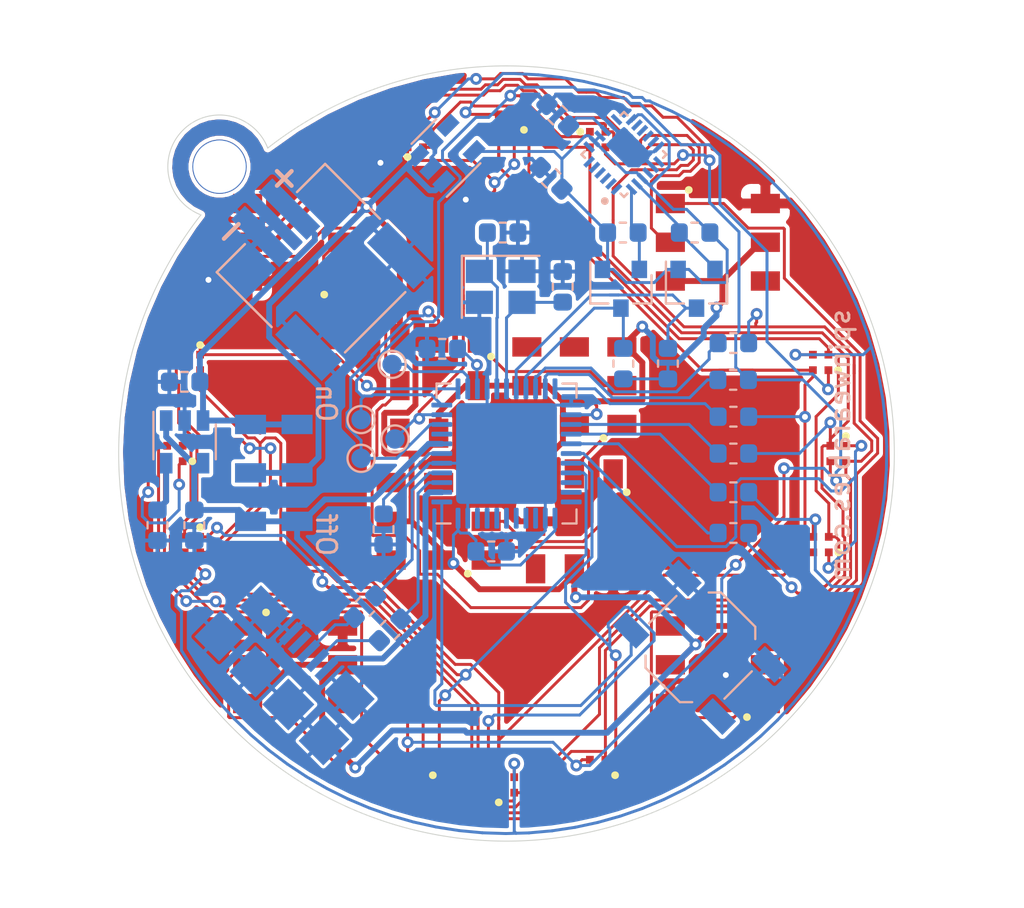
<source format=kicad_pcb>
(kicad_pcb (version 20171130) (host pcbnew 5.1.2+dfsg1-1)
  (layers (0 F.Cu signal) (31 B.Cu signal) (34 B.Paste user) (35 F.Paste user) (36 B.SilkS user) (37 F.SilkS user) (38 B.Mask user) (39 F.Mask user) (44 Edge.Cuts user))
  (net 0 "")
  (net 1 "Net-(U2-Pad4)")
  (net 2 "Net-(D7-Pad4)")
  (net 3 "Net-(D8-Pad4)")
  (net 4 "Net-(D1-Pad1)")
  (net 5 "Net-(D1-Pad4)")
  (net 6 "Net-(D2-Pad4)")
  (net 7 "Net-(D3-Pad4)")
  (net 8 "Net-(D4-Pad1)")
  (net 9 "Net-(D4-Pad4)")
  (net 10 "Net-(D5-Pad1)")
  (net 11 "Net-(D5-Pad4)")
  (net 12 "Net-(D6-Pad4)")
  (net 13 "Net-(J1-Pad4)")
  (net 14 Earth)
  (net 15 VDD1.9)
  (net 16 SCL)
  (net 17 SCL1.9)
  (net 18 SDA)
  (net 19 SDA1.9)
  (net 20 VMCU)
  (net 21 VBUS)
  (net 22 "Net-(C2-Pad2)")
  (net 23 "Net-(C3-Pad1)")
  (net 24 "Net-(C4-Pad1)")
  (net 25 "Net-(C5-Pad2)")
  (net 26 D+)
  (net 27 D-)
  (net 28 "Net-(R1-Pad1)")
  (net 29 "Net-(R4-Pad1)")
  (net 30 "Net-(R5-Pad1)")
  (net 31 PE6)
  (net 32 Lc)
  (net 33 Lb)
  (net 34 La)
  (net 35 Lf)
  (net 36 Le)
  (net 37 Ld)
  (net 38 "Net-(R6-Pad2)")
  (net 39 "Net-(R7-Pad2)")
  (net 40 "Net-(R8-Pad2)")
  (net 41 "Net-(R9-Pad2)")
  (net 42 "Net-(R10-Pad2)")
  (net 43 "Net-(R11-Pad2)")
  (net 44 L1)
  (net 45 L3)
  (net 46 L6)
  (net 47 L2)
  (net 48 L4)
  (net 49 L5)
  (net 50 "Net-(C9-Pad2)")
  (net 51 "Net-(D2-Pad1)")
  (net 52 "Net-(D3-Pad1)")
  (net 53 "Net-(D6-Pad1)")
  (net 54 "Net-(D7-Pad1)")
  (net 55 "Net-(D8-Pad1)")
  (net 56 "Net-(U3-Pad42)")
  (net 57 "Net-(U3-Pad41)")
  (net 58 "Net-(U3-Pad40)")
  (net 59 "Net-(U3-Pad39)")
  (net 60 "Net-(U3-Pad38)")
  (net 61 "Net-(U3-Pad37)")
  (net 62 "Net-(U3-Pad36)")
  (net 63 "Net-(U3-Pad33)")
  (net 64 "Net-(U3-Pad32)")
  (net 65 "Net-(U3-Pad31)")
  (net 66 "Net-(U3-Pad8)")
  (net 67 "Net-(U4-Pad21)")
  (net 68 "Net-(U4-Pad19)")
  (net 69 "Net-(U4-Pad12)")
  (net 70 "Net-(U4-Pad7)")
  (net 71 "Net-(TP1-Pad1)")
  (net 72 Lchain)
  (module custom_parts:JS202011JCQN (layer B.Cu) (at -12 1 270)
    (fp_text reference SW1 hide)
    (fp_text value JS202011JCQN)
    (pad 3 smd rect (at 2.5 -1.2 270) (size 1 1.6) (layers B.Cu B.Paste B.Mask) (net 21 VBUS))
    (pad 3 smd rect (at 2.5 1.2 270) (size 1 1.6) (layers B.Cu B.Paste B.Mask) (net 21 VBUS))
    (pad 2 smd rect (at 0 -1.2 270) (size 1 1.6) (layers B.Cu B.Paste B.Mask) (net 20 VMCU))
    (pad 2 smd rect (at 0 1.2 270) (size 1 1.6) (layers B.Cu B.Paste B.Mask) (net 20 VMCU))
    (pad 1 smd rect (at -2.5 -1.2 270) (size 1 1.6) (layers B.Cu B.Paste B.Mask) (net 22 "Net-(C2-Pad2)"))
    (pad 1 smd rect (at -2.5 1.2 270) (size 1 1.6) (layers B.Cu B.Paste B.Mask) (net 22 "Net-(C2-Pad2)"))
  )
  (module "custom_parts:JST_S2B-PH-SM4-TB(LF)(SN)" (layer B.Cu) (at -11.9 -11.9 225)
    (fp_text reference J2 hide)
    (fp_text value "S2B-PH-SM4-TB(LF)(SN)" hide)
    (pad S1 smd rect (at -3.35 -5.75 45) (size 1.5 3.4) (layers B.Cu B.Paste B.Mask) (net 14 Earth))
    (pad S2 smd rect (at 3.35 -5.75 45) (size 1.5 3.4) (layers B.Cu B.Paste B.Mask) (net 14 Earth))
    (pad 1 smd rect (at -1 0 45) (size 1 3.5) (layers B.Cu B.Paste B.Mask) (net 22 "Net-(C2-Pad2)"))
    (pad 2 smd rect (at 1 0 45) (size 1 3.5) (layers B.Cu B.Paste B.Mask) (net 14 Earth))
  )
  (module Button_Switch_SMD:SW_SPST_TL3342 (layer B.Cu) (at 10 10 135)
    (fp_text reference SW2 hide)
    (fp_text value TL3342F160QG)
    (pad 2 smd rect (at 3.149999 -1.9 135) (size 1.7 1) (layers B.Cu B.Paste B.Mask) (net 31 PE6))
    (pad "" smd rect (at -3.149999 -1.9 135) (size 1.7 1) (layers B.Cu B.Paste B.Mask))
    (pad 1 smd rect (at 3.149999 1.9 135) (size 1.7 1) (layers B.Cu B.Paste B.Mask) (net 14 Earth))
    (pad 1 smd rect (at -3.149999 1.9 135) (size 1.7 1) (layers B.Cu B.Paste B.Mask) (net 14 Earth))
  )
  (module custom_parts:IN-PI55TBTPRPGPB (layer F.Cu) (at -3.5 -3.5 180)
    (fp_text reference D1 hide)
    (fp_text value IN-PI55TBTPRPGPB)
    (pad 3 smd rect (at 2 2.45 180) (size 1 1.5) (layers F.Cu F.Paste F.Mask) (net 20 VMCU))
    (pad 4 smd rect (at 2 -2.45 180) (size 1 1.5) (layers F.Cu F.Paste F.Mask) (net 5 "Net-(D1-Pad4)"))
    (pad 2 smd rect (at 0 2.45 180) (size 1 1.5) (layers F.Cu F.Paste F.Mask) (net 72 Lchain))
    (pad 5 smd rect (at 0 -2.45 180) (size 1 1.5) (layers F.Cu F.Paste F.Mask) (net 20 VMCU))
    (pad 1 smd rect (at -2 2.45 180) (size 1 1.5) (layers F.Cu F.Paste F.Mask) (net 4 "Net-(D1-Pad1)"))
    (pad 6 smd rect (at -2 -2.45 180) (size 1 1.5) (layers F.Cu F.Paste F.Mask) (net 14 Earth))
    (pad "" smd rect (at 2 0 180) (size 1 1.5) (layers F.Cu F.Mask) (net 8 "Net-(D4-Pad1)"))
    (pad "" smd rect (at -2 0 180) (size 1 1.5) (layers F.Cu F.Mask) (net 20 VMCU))
  )
  (module custom_parts:IN-PI55TBTPRPGPB (layer F.Cu) (at -3.5 3.5 90)
    (fp_text reference D4 hide)
    (fp_text value IN-PI55TBTPRPGPB)
    (pad 3 smd rect (at 2 2.45 90) (size 1 1.5) (layers F.Cu F.Paste F.Mask) (net 20 VMCU))
    (pad 4 smd rect (at 2 -2.45 90) (size 1 1.5) (layers F.Cu F.Paste F.Mask) (net 9 "Net-(D4-Pad4)"))
    (pad 2 smd rect (at 0 2.45 90) (size 1 1.5) (layers F.Cu F.Paste F.Mask) (net 52 "Net-(D3-Pad1)"))
    (pad 5 smd rect (at 0 -2.45 90) (size 1 1.5) (layers F.Cu F.Paste F.Mask) (net 20 VMCU))
    (pad 1 smd rect (at -2 2.45 90) (size 1 1.5) (layers F.Cu F.Paste F.Mask) (net 8 "Net-(D4-Pad1)"))
    (pad 6 smd rect (at -2 -2.45 90) (size 1 1.5) (layers F.Cu F.Paste F.Mask) (net 14 Earth))
    (pad "" smd rect (at -2 0 90) (size 1 1.5) (layers F.Cu F.Mask) (net 20 VMCU))
    (pad "" smd rect (at 2 0 90) (size 1 1.5) (layers F.Cu F.Mask))
  )
  (module custom_parts:IN-PI55TBTPRPGPB (layer F.Cu) (at 3.5 3.5 180)
    (fp_text reference D3 hide)
    (fp_text value IN-PI55TBTPRPGPB)
    (pad 3 smd rect (at 2 2.45 180) (size 1 1.5) (layers F.Cu F.Paste F.Mask) (net 20 VMCU))
    (pad 4 smd rect (at 2 -2.45 180) (size 1 1.5) (layers F.Cu F.Paste F.Mask) (net 7 "Net-(D3-Pad4)"))
    (pad 2 smd rect (at 0 2.45 180) (size 1 1.5) (layers F.Cu F.Paste F.Mask) (net 51 "Net-(D2-Pad1)"))
    (pad 5 smd rect (at 0 -2.45 180) (size 1 1.5) (layers F.Cu F.Paste F.Mask) (net 20 VMCU))
    (pad 1 smd rect (at -2 2.45 180) (size 1 1.5) (layers F.Cu F.Paste F.Mask) (net 52 "Net-(D3-Pad1)"))
    (pad 6 smd rect (at -2 -2.45 180) (size 1 1.5) (layers F.Cu F.Paste F.Mask) (net 14 Earth))
    (pad "" smd rect (at -2 0 180) (size 1 1.5) (layers F.Cu F.Mask))
    (pad "" smd rect (at 2 0 180) (size 1 1.5) (layers F.Cu F.Mask) (net 14 Earth))
  )
  (module custom_parts:IN-PI55TBTPRPGPB (layer F.Cu) (at 3.5 -3.5 90)
    (fp_text reference D2 hide)
    (fp_text value IN-PI55TBTPRPGPB)
    (pad 3 smd rect (at 2 2.45 90) (size 1 1.5) (layers F.Cu F.Paste F.Mask) (net 20 VMCU))
    (pad 4 smd rect (at 2 -2.45 90) (size 1 1.5) (layers F.Cu F.Paste F.Mask) (net 6 "Net-(D2-Pad4)"))
    (pad 2 smd rect (at 0 2.45 90) (size 1 1.5) (layers F.Cu F.Paste F.Mask) (net 4 "Net-(D1-Pad1)"))
    (pad 5 smd rect (at 0 -2.45 90) (size 1 1.5) (layers F.Cu F.Paste F.Mask) (net 20 VMCU))
    (pad 1 smd rect (at -2 2.45 90) (size 1 1.5) (layers F.Cu F.Paste F.Mask) (net 51 "Net-(D2-Pad1)"))
    (pad 6 smd rect (at -2 -2.45 90) (size 1 1.5) (layers F.Cu F.Paste F.Mask) (net 14 Earth))
    (pad "" smd rect (at 2 0 90) (size 1 1.5) (layers F.Cu F.Mask))
    (pad "" smd rect (at -2 0 90) (size 1 1.5) (layers F.Cu F.Mask) (net 20 VMCU))
  )
  (module TestPoint:TestPoint_Pad_D1.0mm (layer B.Cu) (at -7.5 -1.75 90)
    (fp_text reference TP4 hide)
    (fp_text value TestPoint hide)
    (pad 1 smd circle (at 0 0 90) (size 1 1) (layers B.Cu B.Mask) (net 47 L2))
  )
  (module TestPoint:TestPoint_Pad_D1.0mm (layer B.Cu) (at -5.75 -0.75 90)
    (fp_text reference TP3 hide)
    (fp_text value TestPoint hide)
    (pad 1 smd circle (at 0 0 90) (size 1 1) (layers B.Cu B.Mask) (net 44 L1))
  )
  (module TestPoint:TestPoint_Pad_D1.0mm (layer B.Cu) (at -7.5 0.25 90)
    (fp_text reference TP2 hide)
    (fp_text value TestPoint hide)
    (pad 1 smd circle (at 0 0 90) (size 1 1) (layers B.Cu B.Mask) (net 72 Lchain))
  )
  (module TestPoint:TestPoint_Pad_D1.0mm (layer B.Cu) (at -5.9 -4.6)
    (fp_text reference TP1 hide)
    (fp_text value TestPoint hide)
    (pad 1 smd circle (at 0 0) (size 1 1) (layers B.Cu B.Mask) (net 71 "Net-(TP1-Pad1)"))
  )
  (module Resistor_SMD:R_0603_1608Metric (layer B.Cu) (at 6.025 -4.6375 270)
    (fp_text reference R13 hide)
    (fp_text value 2K)
    (pad 2 smd roundrect (at 0.7875 0 270) (size 0.875 0.95) (layers B.Cu B.Paste B.Mask) (net 20 VMCU))
    (pad 1 smd roundrect (at -0.7875 0 270) (size 0.875 0.95) (layers B.Cu B.Paste B.Mask) (net 18 SDA))
  )
  (module Resistor_SMD:R_0603_1608Metric (layer B.Cu) (at 8.325 -4.6375 270)
    (fp_text reference R12 hide)
    (fp_text value 2K)
    (pad 2 smd roundrect (at 0.7875 0 270) (size 0.875 0.95) (layers B.Cu B.Paste B.Mask) (net 20 VMCU))
    (pad 1 smd roundrect (at -0.7875 0 270) (size 0.875 0.95) (layers B.Cu B.Paste B.Mask) (net 16 SCL))
  )
  (module Capacitor_SMD:C_0603_1608Metric (layer B.Cu) (at -3.3125 -5.4 180)
    (fp_text reference C7 hide)
    (fp_text value 100nF)
    (pad 2 smd roundrect (at 0.7875 0 180) (size 0.875 0.95) (layers B.Cu B.Paste B.Mask) (net 14 Earth))
    (pad 1 smd roundrect (at -0.7875 0 180) (size 0.875 0.95) (layers B.Cu B.Paste B.Mask) (net 20 VMCU))
  )
  (module Resistor_SMD:R_0603_1608Metric (layer B.Cu) (at 11.7 4.1 180)
    (fp_text reference R11 hide)
    (fp_text value 240R)
    (pad 2 smd roundrect (at 0.7875 0 180) (size 0.875 0.95) (layers B.Cu B.Paste B.Mask) (net 43 "Net-(R11-Pad2)"))
    (pad 1 smd roundrect (at -0.7875 0 180) (size 0.875 0.95) (layers B.Cu B.Paste B.Mask) (net 35 Lf))
  )
  (module Resistor_SMD:R_0603_1608Metric (layer B.Cu) (at 11.7 2 180)
    (fp_text reference R10 hide)
    (fp_text value 280R)
    (pad 2 smd roundrect (at 0.7875 0 180) (size 0.875 0.95) (layers B.Cu B.Paste B.Mask) (net 42 "Net-(R10-Pad2)"))
    (pad 1 smd roundrect (at -0.7875 0 180) (size 0.875 0.95) (layers B.Cu B.Paste B.Mask) (net 36 Le))
  )
  (module Resistor_SMD:R_0603_1608Metric (layer B.Cu) (at 11.7 -1.9 180)
    (fp_text reference R9 hide)
    (fp_text value 220R)
    (pad 2 smd roundrect (at 0.7875 0 180) (size 0.875 0.95) (layers B.Cu B.Paste B.Mask) (net 41 "Net-(R9-Pad2)"))
    (pad 1 smd roundrect (at -0.7875 0 180) (size 0.875 0.95) (layers B.Cu B.Paste B.Mask) (net 37 Ld))
  )
  (module Resistor_SMD:R_0603_1608Metric (layer B.Cu) (at 11.7 0 180)
    (fp_text reference R8 hide)
    (fp_text value 240R)
    (pad 2 smd roundrect (at 0.7875 0 180) (size 0.875 0.95) (layers B.Cu B.Paste B.Mask) (net 40 "Net-(R8-Pad2)"))
    (pad 1 smd roundrect (at -0.7875 0 180) (size 0.875 0.95) (layers B.Cu B.Paste B.Mask) (net 32 Lc))
  )
  (module Resistor_SMD:R_0603_1608Metric (layer B.Cu) (at 11.6875 -3.8 180)
    (fp_text reference R7 hide)
    (fp_text value 280R)
    (pad 2 smd roundrect (at 0.7875 0 180) (size 0.875 0.95) (layers B.Cu B.Paste B.Mask) (net 39 "Net-(R7-Pad2)"))
    (pad 1 smd roundrect (at -0.7875 0 180) (size 0.875 0.95) (layers B.Cu B.Paste B.Mask) (net 33 Lb))
  )
  (module Resistor_SMD:R_0603_1608Metric (layer B.Cu) (at 11.7 -5.7 180)
    (fp_text reference R6 hide)
    (fp_text value 220R)
    (pad 2 smd roundrect (at 0.7875 0 180) (size 0.875 0.95) (layers B.Cu B.Paste B.Mask) (net 38 "Net-(R6-Pad2)"))
    (pad 1 smd roundrect (at -0.7875 0 180) (size 0.875 0.95) (layers B.Cu B.Paste B.Mask) (net 34 La))
  )
  (module Capacitor_SMD:C_0603_1608Metric (layer B.Cu) (at -0.7875 5.05)
    (fp_text reference C6 hide)
    (fp_text value 100nF)
    (pad 2 smd roundrect (at 0.7875 0) (size 0.875 0.95) (layers B.Cu B.Paste B.Mask) (net 14 Earth))
    (pad 1 smd roundrect (at -0.7875 0) (size 0.875 0.95) (layers B.Cu B.Paste B.Mask) (net 20 VMCU))
  )
  (module Resistor_SMD:R_0603_1608Metric (layer B.Cu) (at -6 9.1 225)
    (fp_text reference R5 hide)
    (fp_text value 22R)
    (pad 2 smd roundrect (at 0.787501 0 225) (size 0.875 0.95) (layers B.Cu B.Paste B.Mask) (net 27 D-))
    (pad 1 smd roundrect (at -0.787501 0 225) (size 0.875 0.95) (layers B.Cu B.Paste B.Mask) (net 30 "Net-(R5-Pad1)"))
  )
  (module Resistor_SMD:R_0603_1608Metric (layer B.Cu) (at -7.3 7.9 225)
    (fp_text reference R4 hide)
    (fp_text value 22R)
    (pad 2 smd roundrect (at 0.787501 0 225) (size 0.875 0.95) (layers B.Cu B.Paste B.Mask) (net 26 D+))
    (pad 1 smd roundrect (at -0.787501 0 225) (size 0.875 0.95) (layers B.Cu B.Paste B.Mask) (net 29 "Net-(R4-Pad1)"))
  )
  (module Capacitor_SMD:C_0603_1608Metric (layer B.Cu) (at -6.34 3.9075 90)
    (fp_text reference C5 hide)
    (fp_text value 1uF)
    (pad 2 smd roundrect (at 0.7875 0 90) (size 0.875 0.95) (layers B.Cu B.Paste B.Mask) (net 25 "Net-(C5-Pad2)"))
    (pad 1 smd roundrect (at -0.7875 0 90) (size 0.875 0.95) (layers B.Cu B.Paste B.Mask) (net 14 Earth))
  )
  (module Capacitor_SMD:C_0603_1608Metric (layer B.Cu) (at -16.6 -3.7)
    (fp_text reference C2 hide)
    (fp_text value 1uF)
    (pad 2 smd roundrect (at 0.7875 0) (size 0.875 0.95) (layers B.Cu B.Paste B.Mask) (net 22 "Net-(C2-Pad2)"))
    (pad 1 smd roundrect (at -0.7875 0) (size 0.875 0.95) (layers B.Cu B.Paste B.Mask) (net 14 Earth))
  )
  (module Capacitor_SMD:C_0603_1608Metric (layer B.Cu) (at -16.1 3.7 90)
    (fp_text reference C1 hide)
    (fp_text value 1uF)
    (pad 2 smd roundrect (at 0.7875 0 90) (size 0.875 0.95) (layers B.Cu B.Paste B.Mask) (net 21 VBUS))
    (pad 1 smd roundrect (at -0.7875 0 90) (size 0.875 0.95) (layers B.Cu B.Paste B.Mask) (net 14 Earth))
  )
  (module Resistor_SMD:R_0603_1608Metric (layer B.Cu) (at -18 3.7 270)
    (fp_text reference R1 hide)
    (fp_text value 10K)
    (pad 2 smd roundrect (at 0.7875 0 270) (size 0.875 0.95) (layers B.Cu B.Paste B.Mask) (net 14 Earth))
    (pad 1 smd roundrect (at -0.7875 0 270) (size 0.875 0.95) (layers B.Cu B.Paste B.Mask) (net 28 "Net-(R1-Pad1)"))
  )
  (module Resistor_SMD:R_0603_1608Metric (layer B.Cu) (at 6 -11.4)
    (fp_text reference R3 hide)
    (fp_text value 2K)
    (pad 2 smd roundrect (at 0.7875 0) (size 0.875 0.95) (layers B.Cu B.Paste B.Mask) (net 19 SDA1.9))
    (pad 1 smd roundrect (at -0.7875 0) (size 0.875 0.95) (layers B.Cu B.Paste B.Mask) (net 15 VDD1.9))
  )
  (module Resistor_SMD:R_0603_1608Metric (layer B.Cu) (at 9.7 -11.4 180)
    (fp_text reference R2 hide)
    (fp_text value 2K)
    (pad 2 smd roundrect (at 0.7875 0 180) (size 0.875 0.95) (layers B.Cu B.Paste B.Mask) (net 17 SCL1.9))
    (pad 1 smd roundrect (at -0.7875 0 180) (size 0.875 0.95) (layers B.Cu B.Paste B.Mask) (net 15 VDD1.9))
  )
  (module Package_TO_SOT_SMD:SOT-23 (layer B.Cu) (at 5.9 -8.5 270)
    (fp_text reference Q2 hide)
    (fp_text value BSS138)
    (pad 3 smd rect (at 1 0 270) (size 0.9 0.8) (layers B.Cu B.Paste B.Mask) (net 18 SDA))
    (pad 2 smd rect (at -1 -0.95 270) (size 0.9 0.8) (layers B.Cu B.Paste B.Mask) (net 19 SDA1.9))
    (pad 1 smd rect (at -1 0.95 270) (size 0.9 0.8) (layers B.Cu B.Paste B.Mask) (net 15 VDD1.9))
  )
  (module Capacitor_SMD:C_0603_1608Metric (layer B.Cu) (at 2.643153 -17.456847 315)
    (fp_text reference C9 hide)
    (fp_text value 100nF)
    (pad 2 smd roundrect (at 0.787501 0 315) (size 0.875 0.95) (layers B.Cu B.Paste B.Mask) (net 50 "Net-(C9-Pad2)"))
    (pad 1 smd roundrect (at -0.787501 0 315) (size 0.875 0.95) (layers B.Cu B.Paste B.Mask) (net 14 Earth))
  )
  (module Capacitor_SMD:C_0603_1608Metric (layer B.Cu) (at 2.3 -14.2 315)
    (fp_text reference C8 hide)
    (fp_text value 100nF)
    (pad 2 smd roundrect (at 0.787501 0 315) (size 0.875 0.95) (layers B.Cu B.Paste B.Mask) (net 15 VDD1.9))
    (pad 1 smd roundrect (at -0.787501 0 315) (size 0.875 0.95) (layers B.Cu B.Paste B.Mask) (net 14 Earth))
  )
  (module Capacitor_SMD:C_0603_1608Metric (layer B.Cu) (at -0.2 -11.4)
    (fp_text reference C4 hide)
    (fp_text value 12pF)
    (pad 1 smd roundrect (at -0.7875 0) (size 0.875 0.95) (layers B.Cu B.Paste B.Mask) (net 24 "Net-(C4-Pad1)"))
    (pad 2 smd roundrect (at 0.7875 0) (size 0.875 0.95) (layers B.Cu B.Paste B.Mask) (net 14 Earth))
  )
  (module Capacitor_SMD:C_0603_1608Metric (layer B.Cu) (at 2.9 -8.6 90)
    (fp_text reference C3 hide)
    (fp_text value 12pF)
    (pad 1 smd roundrect (at -0.7875 0 90) (size 0.875 0.95) (layers B.Cu B.Paste B.Mask) (net 23 "Net-(C3-Pad1)"))
    (pad 2 smd roundrect (at 0.7875 0 90) (size 0.875 0.95) (layers B.Cu B.Paste B.Mask) (net 14 Earth))
  )
  (module custom_parts:QFN40P300X300X105-25N (layer B.Cu) (at 6.058823 -15.430173 45)
    (fp_text reference U4 hide)
    (fp_text value ICM-20948 hide)
    (pad 24 smd rect (at -1 1.545 135) (size 0.64 0.22) (layers B.Cu B.Paste B.Mask) (net 19 SDA1.9))
    (pad 23 smd rect (at -0.6 1.545 135) (size 0.64 0.22) (layers B.Cu B.Paste B.Mask) (net 17 SCL1.9))
    (pad 22 smd rect (at -0.199999 1.545 135) (size 0.64 0.22) (layers B.Cu B.Paste B.Mask) (net 15 VDD1.9))
    (pad 21 smd rect (at 0.199999 1.545 135) (size 0.64 0.22) (layers B.Cu B.Paste B.Mask) (net 67 "Net-(U4-Pad21)"))
    (pad 20 smd rect (at 0.6 1.545 135) (size 0.64 0.22) (layers B.Cu B.Paste B.Mask) (net 14 Earth))
    (pad 19 smd rect (at 1 1.545 135) (size 0.64 0.22) (layers B.Cu B.Paste B.Mask) (net 68 "Net-(U4-Pad19)"))
    (pad 18 smd rect (at 1.545 1 225) (size 0.64 0.22) (layers B.Cu B.Paste B.Mask) (net 14 Earth))
    (pad 17 smd rect (at 1.545 0.6 225) (size 0.64 0.22) (layers B.Cu B.Paste B.Mask))
    (pad 16 smd rect (at 1.545 0.199999 225) (size 0.64 0.22) (layers B.Cu B.Paste B.Mask))
    (pad 15 smd rect (at 1.545 -0.199999 225) (size 0.64 0.22) (layers B.Cu B.Paste B.Mask))
    (pad 14 smd rect (at 1.545 -0.6 225) (size 0.64 0.22) (layers B.Cu B.Paste B.Mask))
    (pad 13 smd rect (at 1.545 -1 225) (size 0.64 0.22) (layers B.Cu B.Paste B.Mask) (net 15 VDD1.9))
    (pad 12 smd rect (at 1 -1.545 315) (size 0.64 0.22) (layers B.Cu B.Paste B.Mask) (net 69 "Net-(U4-Pad12)"))
    (pad 11 smd rect (at 0.6 -1.545 315) (size 0.64 0.22) (layers B.Cu B.Paste B.Mask) (net 14 Earth))
    (pad 10 smd rect (at 0.199999 -1.545 315) (size 0.64 0.22) (layers B.Cu B.Paste B.Mask) (net 50 "Net-(C9-Pad2)"))
    (pad 9 smd rect (at -0.199999 -1.545 315) (size 0.64 0.22) (layers B.Cu B.Paste B.Mask) (net 15 VDD1.9))
    (pad 8 smd rect (at -0.6 -1.545 315) (size 0.64 0.22) (layers B.Cu B.Paste B.Mask) (net 15 VDD1.9))
    (pad 7 smd rect (at -1 -1.545 315) (size 0.64 0.22) (layers B.Cu B.Paste B.Mask) (net 70 "Net-(U4-Pad7)"))
    (pad 6 smd rect (at -1.545 -1 45) (size 0.64 0.22) (layers B.Cu B.Paste B.Mask))
    (pad 5 smd rect (at -1.545 -0.6 45) (size 0.64 0.22) (layers B.Cu B.Paste B.Mask))
    (pad 4 smd rect (at -1.545 -0.199999 45) (size 0.64 0.22) (layers B.Cu B.Paste B.Mask))
    (pad 3 smd rect (at -1.545 0.199999 45) (size 0.64 0.22) (layers B.Cu B.Paste B.Mask))
    (pad 2 smd rect (at -1.545 0.6 45) (size 0.64 0.22) (layers B.Cu B.Paste B.Mask))
    (pad 1 smd rect (at -1.545 1 45) (size 0.64 0.22) (layers B.Cu B.Paste B.Mask))
  )
  (module Crystal:Crystal_SMD_SeikoEpson_FA238-4Pin_3.2x2.5mm (layer B.Cu) (at -0.3 -8.6)
    (fp_text reference Y1 hide)
    (fp_text value "TSX-3225 16.0000MF09Z-AC0" hide)
    (pad 1 smd rect (at -1.1 -0.8) (size 1.4 1.2) (layers B.Cu B.Paste B.Mask) (net 24 "Net-(C4-Pad1)"))
    (pad 2 smd rect (at 1.1 -0.8) (size 1.4 1.2) (layers B.Cu B.Paste B.Mask) (net 14 Earth))
    (pad 3 smd rect (at 1.1 0.8) (size 1.4 1.2) (layers B.Cu B.Paste B.Mask) (net 23 "Net-(C3-Pad1)"))
    (pad 4 smd rect (at -1.1 0.8) (size 1.4 1.2) (layers B.Cu B.Paste B.Mask) (net 14 Earth))
  )
  (module Package_TO_SOT_SMD:SOT-23-5 (layer B.Cu) (at -3.122183 -15.477817 45)
    (fp_text reference U2 hide)
    (fp_text value "TCR2EF18,LM(CT")
    (pad 5 smd rect (at 1.1 0.95 45) (size 1.06 0.65) (layers B.Cu B.Paste B.Mask) (net 15 VDD1.9))
    (pad 4 smd rect (at 1.1 -0.95 45) (size 1.06 0.65) (layers B.Cu B.Paste B.Mask) (net 1 "Net-(U2-Pad4)"))
    (pad 3 smd rect (at -1.1 -0.95 45) (size 1.06 0.65) (layers B.Cu B.Paste B.Mask) (net 20 VMCU))
    (pad 2 smd rect (at -1.099999 0 45) (size 1.06 0.65) (layers B.Cu B.Paste B.Mask) (net 14 Earth))
    (pad 1 smd rect (at -1.1 0.95 45) (size 1.06 0.65) (layers B.Cu B.Paste B.Mask) (net 20 VMCU))
  )
  (module Package_TO_SOT_SMD:SOT-23 (layer B.Cu) (at 9.8 -8.5 270)
    (fp_text reference Q1 hide)
    (fp_text value BSS138)
    (pad 3 smd rect (at 1 0 270) (size 0.9 0.8) (layers B.Cu B.Paste B.Mask) (net 16 SCL))
    (pad 2 smd rect (at -1 -0.95 270) (size 0.9 0.8) (layers B.Cu B.Paste B.Mask) (net 17 SCL1.9))
    (pad 1 smd rect (at -1 0.95 270) (size 0.9 0.8) (layers B.Cu B.Paste B.Mask) (net 15 VDD1.9))
  )
  (module custom_parts:10118192-0002LF (layer B.Cu) (at -12.1 12.1 315)
    (fp_text reference J1 hide)
    (fp_text value 10118192-0002LF)
    (pad 6 smd rect (at 3.8 0 315) (size 1.8 1.9) (layers B.Cu B.Paste B.Mask) (net 14 Earth))
    (pad 6 smd rect (at -3.8 0 315) (size 1.8 1.9) (layers B.Cu B.Paste B.Mask) (net 14 Earth))
    (pad 6 smd rect (at -1.2 0 315) (size 1.9 1.9) (layers B.Cu B.Paste B.Mask) (net 14 Earth))
    (pad 6 smd rect (at 1.2 0 315) (size 1.9 1.9) (layers B.Cu B.Paste B.Mask) (net 14 Earth))
    (pad 6 smd rect (at 3.1 -2.55 315) (size 2.1 1.6) (layers B.Cu B.Paste B.Mask) (net 14 Earth))
    (pad 3 smd rect (at 0 -2.675001 315) (size 0.4 1.35) (layers B.Cu B.Paste B.Mask) (net 26 D+))
    (pad 4 smd rect (at -0.65 -2.675 315) (size 0.4 1.35) (layers B.Cu B.Paste B.Mask) (net 13 "Net-(J1-Pad4)"))
    (pad 5 smd rect (at -1.3 -2.675 315) (size 0.4 1.35) (layers B.Cu B.Paste B.Mask) (net 14 Earth))
    (pad 2 smd rect (at 0.65 -2.675 315) (size 0.4 1.35) (layers B.Cu B.Paste B.Mask) (net 27 D-))
    (pad 1 smd rect (at 1.3 -2.675 315) (size 0.4 1.35) (layers B.Cu B.Paste B.Mask) (net 21 VBUS))
    (pad 6 smd rect (at -3.1 -2.55 315) (size 2.1 1.6) (layers B.Cu B.Paste B.Mask) (net 14 Earth))
  )
  (module custom_parts:IN-B101FCH (layer F.Cu) (at -17.1 0 90)
    (fp_text reference D14 hide)
    (fp_text value IN-B101FCH)
    (pad 4 smd rect (at 0.4 0.4 90) (size 0.4 0.4) (layers F.Cu F.Paste F.Mask) (net 32 Lc))
    (pad 3 smd rect (at 0.4 -0.4 90) (size 0.4 0.4) (layers F.Cu F.Paste F.Mask) (net 33 Lb))
    (pad 1 smd rect (at -0.4 0.4 90) (size 0.4 0.4) (layers F.Cu F.Paste F.Mask) (net 46 L6))
    (pad 2 smd rect (at -0.4 -0.4 90) (size 0.4 0.4) (layers F.Cu F.Paste F.Mask) (net 34 La))
  )
  (module custom_parts:IN-B101FCH (layer F.Cu) (at -16.2 -4.7 180)
    (fp_text reference D20 hide)
    (fp_text value IN-B101FCH)
    (pad 4 smd rect (at 0.4 0.4 180) (size 0.4 0.4) (layers F.Cu F.Paste F.Mask) (net 35 Lf))
    (pad 3 smd rect (at 0.4 -0.4 180) (size 0.4 0.4) (layers F.Cu F.Paste F.Mask) (net 36 Le))
    (pad 1 smd rect (at -0.4 0.4 180) (size 0.4 0.4) (layers F.Cu F.Paste F.Mask) (net 46 L6))
    (pad 2 smd rect (at -0.4 -0.4 180) (size 0.4 0.4) (layers F.Cu F.Paste F.Mask) (net 37 Ld))
  )
  (module custom_parts:IN-B101FCH (layer F.Cu) (at -4.7 16.2 90)
    (fp_text reference D13 hide)
    (fp_text value IN-B101FCH)
    (pad 4 smd rect (at 0.4 0.4 90) (size 0.4 0.4) (layers F.Cu F.Paste F.Mask) (net 32 Lc))
    (pad 3 smd rect (at 0.4 -0.4 90) (size 0.4 0.4) (layers F.Cu F.Paste F.Mask) (net 33 Lb))
    (pad 1 smd rect (at -0.4 0.4 90) (size 0.4 0.4) (layers F.Cu F.Paste F.Mask) (net 49 L5))
    (pad 2 smd rect (at -0.4 -0.4 90) (size 0.4 0.4) (layers F.Cu F.Paste F.Mask) (net 34 La))
  )
  (module custom_parts:IN-B101FCH (layer F.Cu) (at -16.2 4.7 180)
    (fp_text reference D19 hide)
    (fp_text value IN-B101FCH)
    (pad 4 smd rect (at 0.4 0.4 180) (size 0.4 0.4) (layers F.Cu F.Paste F.Mask) (net 35 Lf))
    (pad 3 smd rect (at 0.4 -0.4 180) (size 0.4 0.4) (layers F.Cu F.Paste F.Mask) (net 36 Le))
    (pad 1 smd rect (at -0.4 0.4 180) (size 0.4 0.4) (layers F.Cu F.Paste F.Mask) (net 49 L5))
    (pad 2 smd rect (at -0.4 -0.4 180) (size 0.4 0.4) (layers F.Cu F.Paste F.Mask) (net 37 Ld))
  )
  (module custom_parts:IN-B101FCH (layer F.Cu) (at 17.1 0 180)
    (fp_text reference D11 hide)
    (fp_text value IN-B101FCH)
    (pad 4 smd rect (at 0.4 0.4 180) (size 0.4 0.4) (layers F.Cu F.Paste F.Mask) (net 32 Lc))
    (pad 3 smd rect (at 0.4 -0.4 180) (size 0.4 0.4) (layers F.Cu F.Paste F.Mask) (net 33 Lb))
    (pad 1 smd rect (at -0.4 0.4 180) (size 0.4 0.4) (layers F.Cu F.Paste F.Mask) (net 45 L3))
    (pad 2 smd rect (at -0.4 -0.4 180) (size 0.4 0.4) (layers F.Cu F.Paste F.Mask) (net 34 La))
  )
  (module custom_parts:IN-B101FCH (layer F.Cu) (at 4.7 16.2 90)
    (fp_text reference D12 hide)
    (fp_text value IN-B101FCH)
    (pad 4 smd rect (at 0.4 0.4 90) (size 0.4 0.4) (layers F.Cu F.Paste F.Mask) (net 32 Lc))
    (pad 3 smd rect (at 0.4 -0.4 90) (size 0.4 0.4) (layers F.Cu F.Paste F.Mask) (net 33 Lb))
    (pad 1 smd rect (at -0.4 0.4 90) (size 0.4 0.4) (layers F.Cu F.Paste F.Mask) (net 48 L4))
    (pad 2 smd rect (at -0.4 -0.4 90) (size 0.4 0.4) (layers F.Cu F.Paste F.Mask) (net 34 La))
  )
  (module custom_parts:IN-B101FCH (layer F.Cu) (at -4.7 -16.2)
    (fp_text reference D9 hide)
    (fp_text value IN-B101FCH)
    (pad 4 smd rect (at 0.4 0.4) (size 0.4 0.4) (layers F.Cu F.Paste F.Mask) (net 32 Lc))
    (pad 3 smd rect (at 0.4 -0.4) (size 0.4 0.4) (layers F.Cu F.Paste F.Mask) (net 33 Lb))
    (pad 1 smd rect (at -0.4 0.4) (size 0.4 0.4) (layers F.Cu F.Paste F.Mask) (net 44 L1))
    (pad 2 smd rect (at -0.4 -0.4) (size 0.4 0.4) (layers F.Cu F.Paste F.Mask) (net 34 La))
  )
  (module custom_parts:IN-B101FCH (layer F.Cu) (at 16.2 -4.7 90)
    (fp_text reference D16 hide)
    (fp_text value IN-B101FCH)
    (pad 4 smd rect (at 0.4 0.4 90) (size 0.4 0.4) (layers F.Cu F.Paste F.Mask) (net 35 Lf))
    (pad 3 smd rect (at 0.4 -0.4 90) (size 0.4 0.4) (layers F.Cu F.Paste F.Mask) (net 36 Le))
    (pad 1 smd rect (at -0.4 0.4 90) (size 0.4 0.4) (layers F.Cu F.Paste F.Mask) (net 47 L2))
    (pad 2 smd rect (at -0.4 -0.4 90) (size 0.4 0.4) (layers F.Cu F.Paste F.Mask) (net 37 Ld))
  )
  (module custom_parts:IN-B101FCH (layer F.Cu) (at 16.22 4.7 90)
    (fp_text reference D17 hide)
    (fp_text value IN-B101FCH)
    (pad 4 smd rect (at 0.4 0.4 90) (size 0.4 0.4) (layers F.Cu F.Paste F.Mask) (net 35 Lf))
    (pad 3 smd rect (at 0.4 -0.4 90) (size 0.4 0.4) (layers F.Cu F.Paste F.Mask) (net 36 Le))
    (pad 1 smd rect (at -0.4 0.4 90) (size 0.4 0.4) (layers F.Cu F.Paste F.Mask) (net 45 L3))
    (pad 2 smd rect (at -0.4 -0.4 90) (size 0.4 0.4) (layers F.Cu F.Paste F.Mask) (net 37 Ld))
  )
  (module custom_parts:IN-B101FCH (layer F.Cu) (at 0 -17.1 90)
    (fp_text reference D15 hide)
    (fp_text value IN-B101FCH)
    (pad 4 smd rect (at 0.4 0.4 90) (size 0.4 0.4) (layers F.Cu F.Paste F.Mask) (net 35 Lf))
    (pad 3 smd rect (at 0.4 -0.4 90) (size 0.4 0.4) (layers F.Cu F.Paste F.Mask) (net 36 Le))
    (pad 1 smd rect (at -0.4 0.4 90) (size 0.4 0.4) (layers F.Cu F.Paste F.Mask) (net 44 L1))
    (pad 2 smd rect (at -0.4 -0.4 90) (size 0.4 0.4) (layers F.Cu F.Paste F.Mask) (net 37 Ld))
  )
  (module custom_parts:IN-B101FCH (layer F.Cu) (at 0 17.1)
    (fp_text reference D18 hide)
    (fp_text value IN-B101FCH)
    (pad 4 smd rect (at 0.4 0.4) (size 0.4 0.4) (layers F.Cu F.Paste F.Mask) (net 35 Lf))
    (pad 3 smd rect (at 0.4 -0.4) (size 0.4 0.4) (layers F.Cu F.Paste F.Mask) (net 36 Le))
    (pad 1 smd rect (at -0.4 0.4) (size 0.4 0.4) (layers F.Cu F.Paste F.Mask) (net 48 L4))
    (pad 2 smd rect (at -0.4 -0.4) (size 0.4 0.4) (layers F.Cu F.Paste F.Mask) (net 37 Ld))
  )
  (module custom_parts:IN-B101FCH (layer F.Cu) (at 4.7 -16.2 270)
    (fp_text reference D10 hide)
    (fp_text value IN-B101FCH)
    (pad 4 smd rect (at 0.4 0.4 270) (size 0.4 0.4) (layers F.Cu F.Paste F.Mask) (net 32 Lc))
    (pad 3 smd rect (at 0.4 -0.4 270) (size 0.4 0.4) (layers F.Cu F.Paste F.Mask) (net 33 Lb))
    (pad 1 smd rect (at -0.4 0.4 270) (size 0.4 0.4) (layers F.Cu F.Paste F.Mask) (net 47 L2))
    (pad 2 smd rect (at -0.4 -0.4 270) (size 0.4 0.4) (layers F.Cu F.Paste F.Mask) (net 34 La))
  )
  (module custom_parts:IN-PI55TBTPRPGPB (layer F.Cu) (at 10.9 10.9 90)
    (fp_text reference D7 hide)
    (fp_text value IN-PI55TBTPRPGPB)
    (pad 3 smd rect (at 2 2.45 90) (size 1 1.5) (layers F.Cu F.Paste F.Mask) (net 20 VMCU))
    (pad 4 smd rect (at 2 -2.45 90) (size 1 1.5) (layers F.Cu F.Paste F.Mask) (net 2 "Net-(D7-Pad4)"))
    (pad 2 smd rect (at 0 2.45 90) (size 1 1.5) (layers F.Cu F.Paste F.Mask) (net 53 "Net-(D6-Pad1)"))
    (pad 5 smd rect (at 0 -2.45 90) (size 1 1.5) (layers F.Cu F.Paste F.Mask) (net 20 VMCU))
    (pad 1 smd rect (at -2 2.45 90) (size 1 1.5) (layers F.Cu F.Paste F.Mask) (net 54 "Net-(D7-Pad1)"))
    (pad 6 smd rect (at -2 -2.45 90) (size 1 1.5) (layers F.Cu F.Paste F.Mask) (net 14 Earth))
  )
  (module custom_parts:IN-PI55TBTPRPGPB (layer F.Cu) (at -10.9 -10.9 90)
    (fp_text reference D5 hide)
    (fp_text value IN-PI55TBTPRPGPB)
    (pad 3 smd rect (at 2 2.45 90) (size 1 1.5) (layers F.Cu F.Paste F.Mask) (net 20 VMCU))
    (pad 4 smd rect (at 2 -2.45 90) (size 1 1.5) (layers F.Cu F.Paste F.Mask) (net 11 "Net-(D5-Pad4)"))
    (pad 2 smd rect (at 0 2.45 90) (size 1 1.5) (layers F.Cu F.Paste F.Mask) (net 8 "Net-(D4-Pad1)"))
    (pad 5 smd rect (at 0 -2.45 90) (size 1 1.5) (layers F.Cu F.Paste F.Mask) (net 20 VMCU))
    (pad 1 smd rect (at -2 2.45 90) (size 1 1.5) (layers F.Cu F.Paste F.Mask) (net 10 "Net-(D5-Pad1)"))
    (pad 6 smd rect (at -2 -2.45 90) (size 1 1.5) (layers F.Cu F.Paste F.Mask) (net 14 Earth))
  )
  (module custom_parts:IN-PI55TBTPRPGPB (layer F.Cu) (at -10.9 10.9 270)
    (fp_text reference D8 hide)
    (fp_text value IN-PI55TBTPRPGPB)
    (pad 3 smd rect (at 2 2.45 270) (size 1 1.5) (layers F.Cu F.Paste F.Mask) (net 20 VMCU))
    (pad 4 smd rect (at 2 -2.45 270) (size 1 1.5) (layers F.Cu F.Paste F.Mask) (net 3 "Net-(D8-Pad4)"))
    (pad 2 smd rect (at 0 2.45 270) (size 1 1.5) (layers F.Cu F.Paste F.Mask) (net 54 "Net-(D7-Pad1)"))
    (pad 5 smd rect (at 0 -2.45 270) (size 1 1.5) (layers F.Cu F.Paste F.Mask) (net 20 VMCU))
    (pad 1 smd rect (at -2 2.45 270) (size 1 1.5) (layers F.Cu F.Paste F.Mask) (net 55 "Net-(D8-Pad1)"))
    (pad 6 smd rect (at -2 -2.45 270) (size 1 1.5) (layers F.Cu F.Paste F.Mask) (net 14 Earth))
  )
  (module custom_parts:IN-PI55TBTPRPGPB (layer F.Cu) (at 10.9 -10.9 270)
    (fp_text reference D6 hide)
    (fp_text value IN-PI55TBTPRPGPB)
    (pad 3 smd rect (at 2 2.45 270) (size 1 1.5) (layers F.Cu F.Paste F.Mask) (net 20 VMCU))
    (pad 4 smd rect (at 2 -2.45 270) (size 1 1.5) (layers F.Cu F.Paste F.Mask) (net 12 "Net-(D6-Pad4)"))
    (pad 2 smd rect (at 0 2.45 270) (size 1 1.5) (layers F.Cu F.Paste F.Mask) (net 10 "Net-(D5-Pad1)"))
    (pad 5 smd rect (at 0 -2.45 270) (size 1 1.5) (layers F.Cu F.Paste F.Mask) (net 20 VMCU))
    (pad 1 smd rect (at -2 2.45 270) (size 1 1.5) (layers F.Cu F.Paste F.Mask) (net 53 "Net-(D6-Pad1)"))
    (pad 6 smd rect (at -2 -2.45 270) (size 1 1.5) (layers F.Cu F.Paste F.Mask) (net 14 Earth))
  )
  (module Package_TO_SOT_SMD:SOT-23-5 (layer B.Cu) (at -16.6 -0.6 270)
    (fp_text reference U1 hide)
    (fp_text value MCP73811T-420I-OT hide)
    (pad 5 smd rect (at 1.1 0.95 270) (size 1.06 0.65) (layers B.Cu B.Paste B.Mask) (net 28 "Net-(R1-Pad1)"))
    (pad 4 smd rect (at 1.1 -0.95 270) (size 1.06 0.65) (layers B.Cu B.Paste B.Mask) (net 21 VBUS))
    (pad 3 smd rect (at -1.1 -0.95 270) (size 1.06 0.65) (layers B.Cu B.Paste B.Mask) (net 22 "Net-(C2-Pad2)"))
    (pad 2 smd rect (at -1.1 0 270) (size 1.06 0.65) (layers B.Cu B.Paste B.Mask) (net 14 Earth))
    (pad 1 smd rect (at -1.1 0.95 270) (size 1.06 0.65) (layers B.Cu B.Paste B.Mask) (net 21 VBUS))
  )
  (module Package_DFN_QFN:QFN-44-1EP_7x7mm_P0.5mm_EP5.2x5.2mm (layer B.Cu) (at 0 0)
    (fp_text reference U3 hide)
    (fp_text value ATmega32U4RC-MU hide)
    (pad 44 smd roundrect (at -2.5 3.3375) (size 0.25 1.075) (layers B.Cu B.Paste B.Mask) (net 20 VMCU))
    (pad 43 smd roundrect (at -2 3.3375) (size 0.25 1.075) (layers B.Cu B.Paste B.Mask) (net 14 Earth))
    (pad 42 smd roundrect (at -1.5 3.3375) (size 0.25 1.075) (layers B.Cu B.Paste B.Mask) (net 56 "Net-(U3-Pad42)"))
    (pad 41 smd roundrect (at -1 3.3375) (size 0.25 1.075) (layers B.Cu B.Paste B.Mask) (net 57 "Net-(U3-Pad41)"))
    (pad 40 smd roundrect (at -0.5 3.3375) (size 0.25 1.075) (layers B.Cu B.Paste B.Mask) (net 58 "Net-(U3-Pad40)"))
    (pad 39 smd roundrect (at 0 3.3375) (size 0.25 1.075) (layers B.Cu B.Paste B.Mask) (net 59 "Net-(U3-Pad39)"))
    (pad 38 smd roundrect (at 0.5 3.3375) (size 0.25 1.075) (layers B.Cu B.Paste B.Mask) (net 60 "Net-(U3-Pad38)"))
    (pad 37 smd roundrect (at 1 3.3375) (size 0.25 1.075) (layers B.Cu B.Paste B.Mask) (net 61 "Net-(U3-Pad37)"))
    (pad 36 smd roundrect (at 1.5 3.3375) (size 0.25 1.075) (layers B.Cu B.Paste B.Mask) (net 62 "Net-(U3-Pad36)"))
    (pad 35 smd roundrect (at 2 3.3375) (size 0.25 1.075) (layers B.Cu B.Paste B.Mask) (net 14 Earth))
    (pad 34 smd roundrect (at 2.5 3.3375) (size 0.25 1.075) (layers B.Cu B.Paste B.Mask) (net 20 VMCU))
    (pad 33 smd roundrect (at 3.3375 2.5) (size 1.075 0.25) (layers B.Cu B.Paste B.Mask) (net 63 "Net-(U3-Pad33)"))
    (pad 32 smd roundrect (at 3.3375 2) (size 1.075 0.25) (layers B.Cu B.Paste B.Mask) (net 64 "Net-(U3-Pad32)"))
    (pad 31 smd roundrect (at 3.3375 1.5) (size 1.075 0.25) (layers B.Cu B.Paste B.Mask) (net 65 "Net-(U3-Pad31)"))
    (pad 30 smd roundrect (at 3.3375 1) (size 1.075 0.25) (layers B.Cu B.Paste B.Mask) (net 49 L5))
    (pad 29 smd roundrect (at 3.3375 0.5) (size 1.075 0.25) (layers B.Cu B.Paste B.Mask) (net 48 L4))
    (pad 28 smd roundrect (at 3.3375 0) (size 1.075 0.25) (layers B.Cu B.Paste B.Mask) (net 45 L3))
    (pad 27 smd roundrect (at 3.3375 -0.5) (size 1.075 0.25) (layers B.Cu B.Paste B.Mask) (net 43 "Net-(R11-Pad2)"))
    (pad 26 smd roundrect (at 3.3375 -1) (size 1.075 0.25) (layers B.Cu B.Paste B.Mask) (net 42 "Net-(R10-Pad2)"))
    (pad 25 smd roundrect (at 3.3375 -1.5) (size 1.075 0.25) (layers B.Cu B.Paste B.Mask) (net 40 "Net-(R8-Pad2)"))
    (pad 24 smd roundrect (at 3.3375 -2) (size 1.075 0.25) (layers B.Cu B.Paste B.Mask) (net 20 VMCU))
    (pad 23 smd roundrect (at 3.3375 -2.5) (size 1.075 0.25) (layers B.Cu B.Paste B.Mask) (net 14 Earth))
    (pad 22 smd roundrect (at 2.5 -3.3375) (size 0.25 1.075) (layers B.Cu B.Paste B.Mask) (net 41 "Net-(R9-Pad2)"))
    (pad 21 smd roundrect (at 2 -3.3375) (size 0.25 1.075) (layers B.Cu B.Paste B.Mask) (net 39 "Net-(R7-Pad2)"))
    (pad 20 smd roundrect (at 1.5 -3.3375) (size 0.25 1.075) (layers B.Cu B.Paste B.Mask) (net 38 "Net-(R6-Pad2)"))
    (pad 19 smd roundrect (at 1 -3.3375) (size 0.25 1.075) (layers B.Cu B.Paste B.Mask) (net 18 SDA))
    (pad 18 smd roundrect (at 0.5 -3.3375) (size 0.25 1.075) (layers B.Cu B.Paste B.Mask) (net 16 SCL))
    (pad 17 smd roundrect (at 0 -3.3375) (size 0.25 1.075) (layers B.Cu B.Paste B.Mask) (net 23 "Net-(C3-Pad1)"))
    (pad 16 smd roundrect (at -0.5 -3.3375) (size 0.25 1.075) (layers B.Cu B.Paste B.Mask) (net 24 "Net-(C4-Pad1)"))
    (pad 15 smd roundrect (at -1 -3.3375) (size 0.25 1.075) (layers B.Cu B.Paste B.Mask) (net 14 Earth))
    (pad 14 smd roundrect (at -1.5 -3.3375) (size 0.25 1.075) (layers B.Cu B.Paste B.Mask) (net 20 VMCU))
    (pad 13 smd roundrect (at -2 -3.3375) (size 0.25 1.075) (layers B.Cu B.Paste B.Mask) (net 71 "Net-(TP1-Pad1)"))
    (pad 12 smd roundrect (at -2.5 -3.3375) (size 0.25 1.075) (layers B.Cu B.Paste B.Mask) (net 46 L6))
    (pad 11 smd roundrect (at -3.3375 -2.5) (size 1.075 0.25) (layers B.Cu B.Paste B.Mask) (net 47 L2))
    (pad 10 smd roundrect (at -3.3375 -2) (size 1.075 0.25) (layers B.Cu B.Paste B.Mask) (net 44 L1))
    (pad 9 smd roundrect (at -3.3375 -1.5) (size 1.075 0.25) (layers B.Cu B.Paste B.Mask) (net 72 Lchain))
    (pad 8 smd roundrect (at -3.3375 -1) (size 1.075 0.25) (layers B.Cu B.Paste B.Mask) (net 66 "Net-(U3-Pad8)"))
    (pad 7 smd roundrect (at -3.3375 -0.5) (size 1.075 0.25) (layers B.Cu B.Paste B.Mask) (net 21 VBUS))
    (pad 6 smd roundrect (at -3.3375 0) (size 1.075 0.25) (layers B.Cu B.Paste B.Mask) (net 25 "Net-(C5-Pad2)"))
    (pad 5 smd roundrect (at -3.3375 0.5) (size 1.075 0.25) (layers B.Cu B.Paste B.Mask) (net 14 Earth))
    (pad 4 smd roundrect (at -3.3375 1) (size 1.075 0.25) (layers B.Cu B.Paste B.Mask) (net 29 "Net-(R4-Pad1)"))
    (pad 3 smd roundrect (at -3.3375 1.5) (size 1.075 0.25) (layers B.Cu B.Paste B.Mask) (net 30 "Net-(R5-Pad1)"))
    (pad 2 smd roundrect (at -3.3375 2) (size 1.075 0.25) (layers B.Cu B.Paste B.Mask) (net 21 VBUS))
    (pad 1 smd roundrect (at -3.3375 2.5) (size 1.075 0.25) (layers B.Cu B.Paste B.Mask) (net 31 PE6))
    (pad 45 smd roundrect (at 0 0) (size 5.2 5.2) (layers B.Cu B.Mask) (roundrect_rratio 0.048077) (net 14 Earth))
  )
  (gr_text spinwearables.com (at 17.2 -0.4 90) (layer B.SilkS) (effects (font (size 1 1)) (justify mirror)))
  (gr_text Off (at -9.3 4.2 270) (layer B.SilkS) (effects (font (size 1 1)) (justify mirror)))
  (gr_text On (at -9.3 -2.6 270) (layer B.SilkS) (effects (font (size 1 1)) (justify mirror)))
  (gr_text "+  -" (at -12.9 -12.9 45) (layer B.SilkS) (effects (font (size 1.4 1.4) (thickness 0.22)) (justify mirror)))
  (gr_arc (start -14.8 -14.8) (end -12.313231 -15.760214) (angle -227.8) (layer Edge.Cuts) (width 0.05))
  (gr_arc (start 0 0) (end 0 -20) (angle 308) (layer Edge.Cuts) (width 0.05))
  (gr_arc (start 0 0) (end 0 -20) (angle -38) (layer Edge.Cuts) (width 0.05))
  (via (at -14.8 -14.8) (size 2.8) (drill 2.7) (layers F.Cu B.Cu) (net 0))
  (segment (start 4.318849 -4.228651) (end 5.0475 -3.5) (width 0.1525) (layer F.Cu) (net 4))
  (segment (start 5.0475 -3.5) (end 5.95 -3.5) (width 0.1525) (layer F.Cu) (net 4))
  (segment (start -0.028651 -4.228651) (end -1.5 -5.7) (width 0.1525) (layer F.Cu) (net 4))
  (segment (start -1.5 -5.7) (end -1.5 -5.95) (width 0.1525) (layer F.Cu) (net 4))
  (segment (start 4.318849 -4.228651) (end -0.028651 -4.228651) (width 0.1525) (layer F.Cu) (net 4))
  (segment (start 3.836057 7.953451) (end -1.834977 7.953451) (width 0.1525) (layer F.Cu) (net 8))
  (segment (start 4.228651 7.560857) (end 3.836057 7.953451) (width 0.1525) (layer F.Cu) (net 8))
  (segment (start -1.834977 7.953451) (end -2.749214 7.039214) (width 0.1525) (layer F.Cu) (net 8))
  (segment (start 4.228651 5.017079) (end 4.228651 7.560857) (width 0.1525) (layer F.Cu) (net 8))
  (segment (start -2.749214 7.039214) (end -2.403367 7.385061) (width 0.1525) (layer F.Cu) (net 8))
  (segment (start -0.1475 4.8475) (end 4.059072 4.8475) (width 0.1525) (layer F.Cu) (net 8))
  (segment (start 4.059072 4.8475) (end 4.228651 5.017079) (width 0.1525) (layer F.Cu) (net 8))
  (segment (start -1.05 5.5) (end -0.8 5.5) (width 0.1525) (layer F.Cu) (net 8))
  (segment (start -0.8 5.5) (end -0.1475 4.8475) (width 0.1525) (layer F.Cu) (net 8))
  (segment (start -6.928651 4.182921) (end -6.928651 0.338651) (width 0.1525) (layer F.Cu) (net 8))
  (segment (start -6.882921 4.228651) (end -6.928651 4.182921) (width 0.1525) (layer F.Cu) (net 8))
  (segment (start -6.928651 0.338651) (end -6.685061 0.095061) (width 0.1525) (layer F.Cu) (net 8))
  (segment (start -5.559777 4.228651) (end -6.882921 4.228651) (width 0.1525) (layer F.Cu) (net 8))
  (segment (start -6.228651 -6.738651) (end -7.661349 -8.171349) (width 0.1525) (layer F.Cu) (net 8))
  (segment (start -8.7 -10.9) (end -8.45 -10.9) (width 0.1525) (layer F.Cu) (net 8))
  (segment (start -7.661349 -8.171349) (end -9.382921 -8.171349) (width 0.1525) (layer F.Cu) (net 8))
  (segment (start -9.382921 -8.171349) (end -9.428651 -8.217079) (width 0.1525) (layer F.Cu) (net 8))
  (segment (start -9.428651 -8.217079) (end -9.428651 -10.171349) (width 0.1525) (layer F.Cu) (net 8))
  (segment (start -9.428651 -10.171349) (end -8.7 -10.9) (width 0.1525) (layer F.Cu) (net 8))
  (segment (start -2.749214 7.039214) (end -2.760786 7.039214) (width 0.1525) (layer F.Cu) (net 8))
  (segment (start -2.760786 7.039214) (end -3.571349 6.228651) (width 0.1525) (layer F.Cu) (net 8))
  (segment (start -3.571349 6.228651) (end -4 6.228651) (width 0.1525) (layer F.Cu) (net 8))
  (segment (start -4.432921 6.228651) (end -4.478651 6.182921) (width 0.1525) (layer F.Cu) (net 8))
  (segment (start -4 6.228651) (end -4.432921 6.228651) (width 0.1525) (layer F.Cu) (net 8))
  (segment (start -4.478651 5.021349) (end -5.271349 4.228651) (width 0.1525) (layer F.Cu) (net 8))
  (segment (start -4.478651 6.182921) (end -4.478651 5.021349) (width 0.1525) (layer F.Cu) (net 8))
  (segment (start -5.271349 4.228651) (end -5.7 4.228651) (width 0.1525) (layer F.Cu) (net 8))
  (segment (start -6.68506 -2.201196) (end -6.386256 -2.5) (width 0.1525) (layer F.Cu) (net 8))
  (segment (start -6.685061 0.095061) (end -6.68506 -2.201196) (width 0.1525) (layer F.Cu) (net 8))
  (segment (start -5.5 -3.25) (end -5.5 -3.5) (width 0.1525) (layer F.Cu) (net 8))
  (segment (start -6.25 -2.5) (end -5.5 -3.25) (width 0.1525) (layer F.Cu) (net 8))
  (segment (start -6.386256 -2.5) (end -6.25 -2.5) (width 0.1525) (layer F.Cu) (net 8))
  (segment (start -6.228651 -4.478651) (end -6.228651 -6.738651) (width 0.1525) (layer F.Cu) (net 8))
  (segment (start -5.5 -3.75) (end -6.228651 -4.478651) (width 0.1525) (layer F.Cu) (net 8))
  (segment (start -5.5 -3.5) (end -5.5 -3.75) (width 0.1525) (layer F.Cu) (net 8))
  (segment (start -14.282921 -11.628651) (end -12.825619 -11.628651) (width 0.1525) (layer F.Cu) (net 10))
  (segment (start -14.328651 -11.582921) (end -14.282921 -11.628651) (width 0.1525) (layer F.Cu) (net 10))
  (segment (start -14.328651 -10.217079) (end -14.328651 -11.582921) (width 0.1525) (layer F.Cu) (net 10))
  (segment (start -14.282921 -10.171349) (end -14.328651 -10.217079) (width 0.1525) (layer F.Cu) (net 10))
  (segment (start -9.382921 -11.628651) (end -10.840223 -10.171349) (width 0.1525) (layer F.Cu) (net 10))
  (segment (start -10.840223 -10.171349) (end -14.282921 -10.171349) (width 0.1525) (layer F.Cu) (net 10))
  (segment (start -7.517079 -11.628651) (end -9.382921 -11.628651) (width 0.1525) (layer F.Cu) (net 10))
  (segment (start -8.2 -8.9) (end -8.45 -8.9) (width 0.1525) (layer F.Cu) (net 10))
  (segment (start -7.471349 -9.628651) (end -8.2 -8.9) (width 0.1525) (layer F.Cu) (net 10))
  (segment (start -7.471349 -11.582921) (end -7.471349 -9.628651) (width 0.1525) (layer F.Cu) (net 10))
  (segment (start -7.517079 -11.628651) (end -7.471349 -11.582921) (width 0.1525) (layer F.Cu) (net 10))
  (segment (start 6.636057 -15.556549) (end 6.123943 -15.556549) (width 0.1525) (layer F.Cu) (net 10))
  (segment (start 6.913451 -16.153451) (end 6.913451 -15.833943) (width 0.1525) (layer F.Cu) (net 10))
  (segment (start 7.16982 -16.40982) (end 6.913451 -16.153451) (width 0.1525) (layer F.Cu) (net 10))
  (segment (start 9.938361 -15.017646) (end 9.938361 -15.782354) (width 0.1525) (layer F.Cu) (net 10))
  (segment (start 9.938361 -15.782354) (end 9.310895 -16.40982) (width 0.1525) (layer F.Cu) (net 10))
  (segment (start 6.123943 -15.556549) (end 5.846549 -15.833943) (width 0.1525) (layer F.Cu) (net 10))
  (segment (start 5.846549 -15.833943) (end 5.846549 -16.637158) (width 0.1525) (layer F.Cu) (net 10))
  (segment (start 9.310895 -16.40982) (end 7.16982 -16.40982) (width 0.1525) (layer F.Cu) (net 10))
  (segment (start 6.913451 -15.833943) (end 6.636057 -15.556549) (width 0.1525) (layer F.Cu) (net 10))
  (segment (start -12.928651 -11.628651) (end -11.971349 -11.628651) (width 0.1525) (layer F.Cu) (net 10))
  (segment (start 5.846549 -16.637158) (end 5.471853 -17.011853) (width 0.1525) (layer F.Cu) (net 10))
  (segment (start -6.543943 -16.156057) (end -6.533451 -16.156057) (width 0.1525) (layer F.Cu) (net 10))
  (segment (start 5.471853 -17.011853) (end 5.40491 -17.078797) (width 0.1525) (layer F.Cu) (net 10))
  (segment (start -11.971349 -11.628651) (end -9.9 -13.7) (width 0.1525) (layer F.Cu) (net 10))
  (segment (start -9.9 -13.7) (end -9 -13.7) (width 0.1525) (layer F.Cu) (net 10))
  (segment (start -9 -13.7) (end -6.543943 -16.156057) (width 0.1525) (layer F.Cu) (net 10))
  (segment (start -4.559754 -18.129754) (end -4.151037 -18.538471) (width 0.1525) (layer F.Cu) (net 10))
  (segment (start -6.533451 -16.156057) (end -4.559754 -18.129754) (width 0.1525) (layer F.Cu) (net 10))
  (segment (start 9.124053 -14.561639) (end 8.899323 -14.336909) (width 0.1525) (layer F.Cu) (net 10))
  (segment (start 9.938361 -15.017646) (end 9.482354 -14.561639) (width 0.1525) (layer F.Cu) (net 10))
  (segment (start 9.482354 -14.561639) (end 9.124053 -14.561639) (width 0.1525) (layer F.Cu) (net 10))
  (segment (start 8.45 -10.9) (end 8.2 -10.9) (width 0.1525) (layer F.Cu) (net 10))
  (segment (start 8.899323 -14.336909) (end 7.766909 -14.336909) (width 0.1525) (layer F.Cu) (net 10))
  (segment (start 7.471349 -14.041349) (end 7.766909 -14.336909) (width 0.1525) (layer F.Cu) (net 10))
  (segment (start 7.471349 -11.628651) (end 7.471349 -14.041349) (width 0.1525) (layer F.Cu) (net 10))
  (segment (start 8.2 -10.9) (end 7.471349 -11.628651) (width 0.1525) (layer F.Cu) (net 10))
  (segment (start 5.150146 -17.333561) (end 5.471853 -17.011854) (width 0.1525) (layer F.Cu) (net 10))
  (segment (start 5.471853 -17.011854) (end 5.471853 -17.011853) (width 0.1525) (layer F.Cu) (net 10))
  (segment (start 2.049858 -18.538471) (end 3.254768 -17.333561) (width 0.1525) (layer F.Cu) (net 10))
  (segment (start 2.049858 -18.540142) (end 2.049858 -18.538471) (width 0.1525) (layer F.Cu) (net 10))
  (segment (start 3.254768 -17.333561) (end 5.150146 -17.333561) (width 0.1525) (layer F.Cu) (net 10))
  (segment (start 1.56491 -19.02509) (end 2.049858 -18.540142) (width 0.1525) (layer F.Cu) (net 10))
  (segment (start 0.980102 -19.02509) (end 1.56491 -19.02509) (width 0.1525) (layer F.Cu) (net 10))
  (segment (start 0.700282 -19.30491) (end 0.980102 -19.02509) (width 0.1525) (layer F.Cu) (net 10))
  (segment (start -3.892959 -18.796549) (end -1.313943 -18.796549) (width 0.1525) (layer F.Cu) (net 10))
  (segment (start -0.457725 -19.02509) (end -0.177906 -19.30491) (width 0.1525) (layer F.Cu) (net 10))
  (segment (start -4.559754 -18.129754) (end -3.892959 -18.796549) (width 0.1525) (layer F.Cu) (net 10))
  (segment (start -1.313943 -18.796549) (end -1.085402 -19.02509) (width 0.1525) (layer F.Cu) (net 10))
  (segment (start -1.085402 -19.02509) (end -0.457725 -19.02509) (width 0.1525) (layer F.Cu) (net 10))
  (segment (start -0.177906 -19.30491) (end 0.700282 -19.30491) (width 0.1525) (layer F.Cu) (net 10))
  (segment (start -2.1 -13.1) (end -2.1 -13.1) (width 0.304) (layer F.Cu) (net 14))
  (segment (start -4.6 -13.1) (end -6.5 -15) (width 0.304) (layer F.Cu) (net 14))
  (segment (start -0.5 0.5) (end 0 0) (width 0.1525) (layer B.Cu) (net 14))
  (segment (start -3.3375 0.5) (end -0.5 0.5) (width 0.1525) (layer B.Cu) (net 14))
  (segment (start -2 2) (end 0 0) (width 0.1525) (layer B.Cu) (net 14))
  (segment (start -2 3.3375) (end -2 2) (width 0.1525) (layer B.Cu) (net 14))
  (segment (start 2 2) (end 0 0) (width 0.1525) (layer B.Cu) (net 14))
  (segment (start 2 3.3375) (end 2 2) (width 0.1525) (layer B.Cu) (net 14))
  (segment (start 2.5 -2.5) (end 0 0) (width 0.1525) (layer B.Cu) (net 14))
  (segment (start 3.3375 -2.5) (end 2.5 -2.5) (width 0.1525) (layer B.Cu) (net 14))
  (segment (start -1 -1) (end 0 0) (width 0.1525) (layer B.Cu) (net 14))
  (segment (start -1 -3.3375) (end -1 -1) (width 0.1525) (layer B.Cu) (net 14))
  (via (at -15.37 -8.96) (size 0.6096) (drill 0.3048) (layers F.Cu B.Cu) (net 14))
  (segment (start -3.975 0.5) (end -5.13 1.655) (width 0.1525) (layer B.Cu) (net 14))
  (segment (start -3.3375 0.5) (end -3.975 0.5) (width 0.1525) (layer B.Cu) (net 14))
  (segment (start 7.608537 -15.565673) (end 7.165673 -15.565673) (width 0.1525) (layer B.Cu) (net 14))
  (segment (start 7.85841 -15.815546) (end 7.608537 -15.565673) (width 0.1525) (layer B.Cu) (net 14))
  (via (at 11.31 11.43) (size 0.6096) (drill 0.3048) (layers F.Cu B.Cu) (net 14))
  (segment (start 0.696 3.5) (end 0.396 3.2) (width 0.304) (layer F.Cu) (net 14))
  (segment (start 1.5 3.5) (end 0.696 3.5) (width 0.304) (layer F.Cu) (net 14))
  (segment (start 2 3.975) (end 2 3.3375) (width 0.1525) (layer B.Cu) (net 14))
  (segment (start 1.87134 4.10366) (end 2 3.975) (width 0.1525) (layer B.Cu) (net 14))
  (segment (start 0.37134 4.10366) (end 1.87134 4.10366) (width 0.1525) (layer B.Cu) (net 14))
  (segment (start 0 4.475) (end 0.37134 4.10366) (width 0.1525) (layer B.Cu) (net 14))
  (segment (start 0 5.05) (end 0 4.475) (width 0.1525) (layer B.Cu) (net 14))
  (segment (start -3.738516 -15.421103) (end -3.738516 -16.138516) (width 0.1525) (layer B.Cu) (net 14))
  (segment (start -3.9 -14.7) (end -3.9 -15.259619) (width 0.1525) (layer B.Cu) (net 14))
  (segment (start -3.9 -15.259619) (end -3.738516 -15.421103) (width 0.1525) (layer B.Cu) (net 14))
  (segment (start -2.1 -13.1) (end -4.6 -13.1) (width 0.304) (layer F.Cu) (net 14))
  (via (at -2.1 -13.1) (size 0.6096) (drill 0.3048) (layers F.Cu B.Cu) (net 14))
  (segment (start -6.5 -15) (end -6.5 -15) (width 0.304) (layer F.Cu) (net 14))
  (via (at -6.5 -15) (size 0.6096) (drill 0.3048) (layers F.Cu B.Cu) (net 14))
  (segment (start -12.607107 -11.192893) (end -13.9 -9.9) (width 0.304) (layer B.Cu) (net 14))
  (segment (start -12.607107 -11.192893) (end -12.182844 -11.617156) (width 0.304) (layer B.Cu) (net 14))
  (segment (start -12.182844 -11.617156) (end -12 -11.8) (width 0.304) (layer B.Cu) (net 14))
  (segment (start -12.607107 -11.192893) (end -14.107107 -11.192893) (width 0.304) (layer B.Cu) (net 14))
  (segment (start -12.607107 -12) (end -12.6 -12.007107) (width 0.304) (layer B.Cu) (net 14))
  (segment (start -12.607107 -11.192893) (end -12.607107 -12) (width 0.304) (layer B.Cu) (net 14))
  (segment (start -12.6 -12.007107) (end -12.6 -12.4) (width 0.304) (layer B.Cu) (net 14))
  (segment (start 11.378651 -10.508849) (end 10.949112 -10.938388) (width 0.1525) (layer B.Cu) (net 15))
  (segment (start 11.332921 -8.821349) (end 11.378651 -8.867079) (width 0.1525) (layer B.Cu) (net 15))
  (segment (start 10.949112 -10.938388) (end 10.4875 -11.4) (width 0.1525) (layer B.Cu) (net 15))
  (segment (start 10.081151 -8.821349) (end 11.332921 -8.821349) (width 0.1525) (layer B.Cu) (net 15))
  (segment (start 9.4025 -9.5) (end 10.081151 -8.821349) (width 0.1525) (layer B.Cu) (net 15))
  (segment (start 11.378651 -8.867079) (end 11.378651 -10.508849) (width 0.1525) (layer B.Cu) (net 15))
  (segment (start 8.85 -9.5) (end 9.4025 -9.5) (width 0.1525) (layer B.Cu) (net 15))
  (segment (start 5.5025 -9.5) (end 4.95 -9.5) (width 0.1525) (layer B.Cu) (net 15))
  (segment (start 7.618849 -8.821349) (end 6.181151 -8.821349) (width 0.1525) (layer B.Cu) (net 15))
  (segment (start 6.181151 -8.821349) (end 5.5025 -9.5) (width 0.1525) (layer B.Cu) (net 15))
  (segment (start 8.2975 -9.5) (end 7.618849 -8.821349) (width 0.1525) (layer B.Cu) (net 15))
  (segment (start 8.85 -9.5) (end 8.2975 -9.5) (width 0.1525) (layer B.Cu) (net 15))
  (segment (start 5.2125 -9.7625) (end 4.95 -9.5) (width 0.1525) (layer B.Cu) (net 15))
  (segment (start 5.2125 -11.4) (end 5.2125 -9.7625) (width 0.1525) (layer B.Cu) (net 15))
  (segment (start 6.712898 -14.493255) (end 6.147211 -14.493256) (width 0.1525) (layer B.Cu) (net 15))
  (segment (start 7.009882 -14.196271) (end 6.712898 -14.493255) (width 0.1525) (layer B.Cu) (net 15))
  (segment (start 6.147211 -14.493256) (end 4.839062 -15.801405) (width 0.1525) (layer B.Cu) (net 15))
  (segment (start 6.444196 -17.143014) (end 6.444196 -17.22976) (width 0.1525) (layer B.Cu) (net 15))
  (segment (start 4.542079 -16.098389) (end 4.839062 -15.801405) (width 0.1525) (layer B.Cu) (net 15))
  (segment (start 4.824922 -16.381231) (end 4.542079 -16.098389) (width 0.1525) (layer B.Cu) (net 15))
  (segment (start 10.025888 -11.861612) (end 10.4875 -11.4) (width 0.1525) (layer B.Cu) (net 15))
  (segment (start 9.2875 -12.6) (end 10.025888 -11.861612) (width 0.1525) (layer B.Cu) (net 15))
  (segment (start 8.606154 -12.6) (end 9.2875 -12.6) (width 0.1525) (layer B.Cu) (net 15))
  (segment (start 7.009882 -14.196272) (end 8.606154 -12.6) (width 0.1525) (layer B.Cu) (net 15))
  (segment (start 2.856847 -14.295167) (end 2.856847 -13.643153) (width 0.1525) (layer B.Cu) (net 15))
  (segment (start 2.856847 -15.189081) (end 2.856847 -14.295167) (width 0.1525) (layer B.Cu) (net 15))
  (segment (start 4.245095 -16.395373) (end 4.063139 -16.395373) (width 0.1525) (layer B.Cu) (net 15))
  (segment (start 4.063139 -16.395373) (end 2.856847 -15.189081) (width 0.1525) (layer B.Cu) (net 15))
  (segment (start 4.542079 -16.098389) (end 4.245095 -16.395373) (width 0.1525) (layer B.Cu) (net 15))
  (segment (start 2.969347 -13.643153) (end 2.856847 -13.643153) (width 0.1525) (layer B.Cu) (net 15))
  (segment (start 5.2125 -11.4) (end 2.969347 -13.643153) (width 0.1525) (layer B.Cu) (net 15))
  (segment (start 2.462045 -15.583883) (end 2.856847 -15.189081) (width 0.1525) (layer B.Cu) (net 15))
  (segment (start -1.672614 -15.583883) (end 2.462045 -15.583883) (width 0.1525) (layer B.Cu) (net 15))
  (segment (start 6.530942 -17.22976) (end 6.444196 -17.22976) (width 0.1525) (layer B.Cu) (net 15))
  (segment (start 6.780815 -17.479633) (end 6.530942 -17.22976) (width 0.1525) (layer B.Cu) (net 15))
  (segment (start 7.306866 -13.899288) (end 7.488822 -13.899288) (width 0.1525) (layer B.Cu) (net 15))
  (segment (start 7.009882 -14.196272) (end 7.306866 -13.899288) (width 0.1525) (layer B.Cu) (net 15))
  (segment (start 7.488822 -13.899288) (end 8.391126 -14.801592) (width 0.1525) (layer B.Cu) (net 15))
  (segment (start 8.391126 -14.801592) (end 8.391126 -16.058754) (width 0.1525) (layer B.Cu) (net 15))
  (segment (start 8.391126 -16.058754) (end 6.970247 -17.479633) (width 0.1525) (layer B.Cu) (net 15))
  (segment (start 6.970247 -17.479633) (end 6.780815 -17.479633) (width 0.1525) (layer B.Cu) (net 15))
  (segment (start 8.568849 -8.178651) (end 9.2475 -7.5) (width 0.1525) (layer B.Cu) (net 16))
  (segment (start 4.373887 -8.178651) (end 5.778651 -8.178651) (width 0.1525) (layer B.Cu) (net 16))
  (segment (start 0.5 -4.304764) (end 4.373887 -8.178651) (width 0.1525) (layer B.Cu) (net 16))
  (segment (start 0.5 -3.3375) (end 0.5 -4.304764) (width 0.1525) (layer B.Cu) (net 16))
  (segment (start 8.568849 -8.178651) (end 5.778651 -8.178651) (width 0.1525) (layer B.Cu) (net 16))
  (segment (start 5.778651 -8.178651) (end 5.317079 -8.178651) (width 0.1525) (layer B.Cu) (net 16))
  (segment (start 8.325 -6.5775) (end 9.2475 -7.5) (width 0.1525) (layer B.Cu) (net 16))
  (segment (start 9.2475 -7.5) (end 9.8 -7.5) (width 0.1525) (layer B.Cu) (net 16))
  (segment (start 8.325 -5.425) (end 8.325 -6.5775) (width 0.1525) (layer B.Cu) (net 16))
  (segment (start 10.75 -9.5625) (end 10.75 -9.5) (width 0.1525) (layer B.Cu) (net 17))
  (segment (start 8.9125 -11.4) (end 10.75 -9.5625) (width 0.1525) (layer B.Cu) (net 17))
  (segment (start 8.9125 -11.727968) (end 8.9125 -11.4) (width 0.1525) (layer B.Cu) (net 17))
  (segment (start 6.727039 -13.913429) (end 8.9125 -11.727968) (width 0.1525) (layer B.Cu) (net 17))
  (segment (start 1 -3.975) (end 1 -3.3375) (width 0.1525) (layer B.Cu) (net 18))
  (segment (start 4.525 -7.5) (end 1 -3.975) (width 0.1525) (layer B.Cu) (net 18))
  (segment (start 5.9 -7.5) (end 4.525 -7.5) (width 0.1525) (layer B.Cu) (net 18))
  (segment (start 6.025 -7.375) (end 5.9 -7.5) (width 0.1525) (layer B.Cu) (net 18))
  (segment (start 6.025 -5.425) (end 6.025 -7.375) (width 0.1525) (layer B.Cu) (net 18))
  (segment (start 6.85 -11.3375) (end 6.7875 -11.4) (width 0.1525) (layer B.Cu) (net 19))
  (segment (start 6.85 -9.5) (end 6.85 -11.3375) (width 0.1525) (layer B.Cu) (net 19))
  (segment (start 6.444196 -11.743304) (end 6.7875 -11.4) (width 0.1525) (layer B.Cu) (net 19))
  (segment (start 6.444196 -13.630586) (end 6.444196 -11.743304) (width 0.1525) (layer B.Cu) (net 19))
  (segment (start -13.2 1) (end -10.8 1) (width 0.304) (layer B.Cu) (net 20))
  (segment (start -3.962808 -13.582772) (end -3.673725 -13.582772) (width 0.304) (layer B.Cu) (net 20))
  (segment (start -3.673725 -13.582772) (end -3.228249 -14.028248) (width 0.304) (layer B.Cu) (net 20))
  (segment (start -5.017228 -14.637192) (end -3.962808 -13.582772) (width 0.304) (layer B.Cu) (net 20))
  (segment (start -5.017228 -14.926275) (end -5.017228 -14.637192) (width 0.304) (layer B.Cu) (net 20))
  (segment (start -5.017228 -14.926275) (end -4.571752 -15.371751) (width 0.304) (layer B.Cu) (net 20))
  (segment (start -12.239766 -7.703737) (end -5.017228 -14.926275) (width 0.304) (layer B.Cu) (net 20))
  (segment (start -12.239766 -6.010986) (end -12.239766 -7.703737) (width 0.304) (layer B.Cu) (net 20))
  (segment (start -9.695599 -3.466819) (end -12.239766 -6.010986) (width 0.304) (layer B.Cu) (net 20))
  (segment (start -9.695599 0.195599) (end -9.695599 -3.466819) (width 0.304) (layer B.Cu) (net 20))
  (segment (start -10.5 1) (end -9.695599 0.195599) (width 0.304) (layer B.Cu) (net 20))
  (segment (start -10.8 1) (end -10.5 1) (width 0.304) (layer B.Cu) (net 20))
  (segment (start -0.004 -3.5) (end 1.05 -3.5) (width 0.304) (layer F.Cu) (net 20))
  (segment (start -3.5 -2.104) (end -2.104 -3.5) (width 0.304) (layer F.Cu) (net 20))
  (segment (start -3.5 -1.05) (end -3.5 -2.104) (width 0.304) (layer F.Cu) (net 20))
  (segment (start 6.2 -5.5) (end 5.95 -5.5) (width 0.304) (layer F.Cu) (net 20))
  (segment (start 7.004401 -4.695599) (end 6.2 -5.5) (width 0.304) (layer F.Cu) (net 20))
  (segment (start 7.004401 -2.756479) (end 7.004401 -4.695599) (width 0.304) (layer F.Cu) (net 20))
  (segment (start 6.943521 -2.695599) (end 7.004401 -2.756479) (width 0.304) (layer F.Cu) (net 20))
  (segment (start 2.104 -3.5) (end 2.908401 -2.695599) (width 0.304) (layer F.Cu) (net 20))
  (segment (start 1.05 -3.5) (end 2.104 -3.5) (width 0.304) (layer F.Cu) (net 20))
  (segment (start 2.695599 7.004401) (end 3.5 6.2) (width 0.304) (layer F.Cu) (net 20))
  (segment (start -1.391599 7.004401) (end 2.695599 7.004401) (width 0.304) (layer F.Cu) (net 20))
  (segment (start 3.5 6.2) (end 3.5 5.95) (width 0.304) (layer F.Cu) (net 20))
  (segment (start 1.5 0.8) (end 2.908401 -0.608401) (width 0.304) (layer F.Cu) (net 20))
  (segment (start 1.5 1.05) (end 1.5 0.8) (width 0.304) (layer F.Cu) (net 20))
  (segment (start 1.05 1.5) (end 1.5 1.05) (width 0.304) (layer F.Cu) (net 20))
  (segment (start -1.05 1.5) (end 1.05 1.5) (width 0.304) (layer F.Cu) (net 20))
  (segment (start -5.95 3.5) (end -4.896 3.5) (width 0.304) (layer F.Cu) (net 20))
  (segment (start -5.5 -7.004) (end -5.5 -5.95) (width 0.304) (layer F.Cu) (net 20))
  (segment (start -5.5 -11.004) (end -5.5 -7.004) (width 0.304) (layer F.Cu) (net 20))
  (segment (start -8.45 -12.9) (end -7.396 -12.9) (width 0.304) (layer F.Cu) (net 20))
  (segment (start 13.35 8.9) (end 10.7 8.9) (width 0.304) (layer F.Cu) (net 20))
  (segment (start 13.1 -10.9) (end 13.35 -10.9) (width 0.304) (layer F.Cu) (net 20))
  (segment (start 11.1 -8.9) (end 13.1 -10.9) (width 0.304) (layer F.Cu) (net 20))
  (segment (start 8.45 -8.9) (end 11.1 -8.9) (width 0.304) (layer F.Cu) (net 20))
  (segment (start -13.1 12.9) (end -13.35 12.9) (width 0.304) (layer F.Cu) (net 20))
  (segment (start -11.1 10.9) (end -13.1 12.9) (width 0.304) (layer F.Cu) (net 20))
  (segment (start -8.45 10.9) (end -11.1 10.9) (width 0.304) (layer F.Cu) (net 20))
  (via (at 9.75 9.85) (size 0.6096) (drill 0.3048) (layers F.Cu B.Cu) (net 20))
  (segment (start 8.7 10.9) (end 9.75 9.85) (width 0.304) (layer F.Cu) (net 20))
  (segment (start 8.45 10.9) (end 8.7 10.9) (width 0.304) (layer F.Cu) (net 20))
  (segment (start 10.7 8.9) (end 9.75 9.85) (width 0.304) (layer F.Cu) (net 20))
  (via (at -7.8 16.2) (size 0.6096) (drill 0.3048) (layers F.Cu B.Cu) (net 20))
  (segment (start -8.7 10.9) (end -8.45 10.9) (width 0.304) (layer F.Cu) (net 20))
  (segment (start -9.504401 11.704401) (end -8.7 10.9) (width 0.304) (layer F.Cu) (net 20))
  (segment (start -9.504401 14.495599) (end -9.504401 11.704401) (width 0.304) (layer F.Cu) (net 20))
  (segment (start -7.8 16.2) (end -9.504401 14.495599) (width 0.304) (layer F.Cu) (net 20))
  (segment (start -10 -12.9) (end -8.45 -12.9) (width 0.304) (layer F.Cu) (net 20))
  (segment (start -13.35 -10.9) (end -12 -10.9) (width 0.304) (layer F.Cu) (net 20))
  (segment (start -12 -10.9) (end -10 -12.9) (width 0.304) (layer F.Cu) (net 20))
  (segment (start -7.8 16.2) (end -5.890799 14.290799) (width 0.304) (layer B.Cu) (net 20))
  (segment (start 9.75 9.85) (end 8.5 11.1) (width 0.304) (layer B.Cu) (net 20))
  (segment (start 8.5 11.1) (end 8.3 11.3) (width 0.304) (layer B.Cu) (net 20))
  (segment (start 5.191792 14.408208) (end 6.34 13.26) (width 0.304) (layer B.Cu) (net 20))
  (segment (start -2.041792 14.408208) (end 5.191792 14.408208) (width 0.304) (layer B.Cu) (net 20))
  (segment (start -2.159201 14.290799) (end -2.041792 14.408208) (width 0.304) (layer B.Cu) (net 20))
  (segment (start -5.890799 14.290799) (end -2.159201 14.290799) (width 0.304) (layer B.Cu) (net 20))
  (segment (start 5.309201 14.290799) (end 6.34 13.26) (width 0.304) (layer B.Cu) (net 20))
  (segment (start 6.34 13.26) (end 8.5 11.1) (width 0.304) (layer B.Cu) (net 20))
  (segment (start -6.243521 0.004401) (end -6.304401 -0.056479) (width 0.304) (layer F.Cu) (net 20))
  (segment (start -3.5 -0.8) (end -4.304401 0.004401) (width 0.304) (layer F.Cu) (net 20))
  (segment (start -3.5 -1.05) (end -3.5 -0.8) (width 0.304) (layer F.Cu) (net 20))
  (via (at -7.218 -12.722) (size 0.6096) (drill 0.3048) (layers F.Cu B.Cu) (net 20))
  (segment (start -7.218 -12.722) (end -5.5 -11.004) (width 0.304) (layer F.Cu) (net 20))
  (segment (start -7.396 -12.9) (end -7.218 -12.722) (width 0.304) (layer F.Cu) (net 20))
  (via (at 7 -6.55) (size 0.6096) (drill 0.3048) (layers F.Cu B.Cu) (net 20))
  (segment (start 5.95 -5.5) (end 7 -6.55) (width 0.304) (layer F.Cu) (net 20))
  (via (at 10.83 -7.53) (size 0.6096) (drill 0.3048) (layers F.Cu B.Cu) (net 20))
  (segment (start 10.83 -7.132078) (end 10.83 -7.53) (width 0.304) (layer B.Cu) (net 20))
  (segment (start 10.247922 -6.55) (end 10.83 -7.132078) (width 0.304) (layer B.Cu) (net 20))
  (segment (start 11.134799 -7.834799) (end 11.134799 -8.865201) (width 0.304) (layer F.Cu) (net 20))
  (segment (start 11.134799 -8.865201) (end 11.1 -8.9) (width 0.304) (layer F.Cu) (net 20))
  (segment (start 10.83 -7.53) (end 11.134799 -7.834799) (width 0.304) (layer F.Cu) (net 20))
  (via (at -1.525 -4.575) (size 0.6096) (drill 0.3048) (layers F.Cu B.Cu) (net 20))
  (segment (start 3.3375 -2) (end 3.988802 -2) (width 0.1525) (layer B.Cu) (net 20))
  (segment (start 4.684401 -2.695599) (end 6.943521 -2.695599) (width 0.304) (layer F.Cu) (net 20))
  (segment (start -4.896 3.5) (end -2.738 5.658) (width 0.304) (layer F.Cu) (net 20))
  (via (at -2.738 5.658) (size 0.6096) (drill 0.3048) (layers F.Cu B.Cu) (net 20))
  (segment (start -2.738 5.658) (end -1.391599 7.004401) (width 0.304) (layer F.Cu) (net 20))
  (segment (start -2.5 3.975) (end -2.5 3.3375) (width 0.1525) (layer B.Cu) (net 20))
  (segment (start -2.37134 4.10366) (end -2.5 3.975) (width 0.1525) (layer B.Cu) (net 20))
  (segment (start -2.738 4.213) (end -2.738 5.658) (width 0.1525) (layer B.Cu) (net 20))
  (segment (start -2.5 3.975) (end -2.738 4.213) (width 0.1525) (layer B.Cu) (net 20))
  (segment (start -1.94634 4.10366) (end -2.03366 4.10366) (width 0.1525) (layer B.Cu) (net 20))
  (segment (start -1.575 4.475) (end -1.94634 4.10366) (width 0.1525) (layer B.Cu) (net 20))
  (segment (start -1.575 5.05) (end -1.575 4.475) (width 0.1525) (layer B.Cu) (net 20))
  (segment (start -2.03366 4.10366) (end -2.37134 4.10366) (width 0.1525) (layer B.Cu) (net 20))
  (via (at 3.58 7.42) (size 0.6096) (drill 0.3048) (layers F.Cu B.Cu) (net 20))
  (segment (start 3.5 5.95) (end 3.5 7.34) (width 0.304) (layer F.Cu) (net 20))
  (segment (start 3.5 7.34) (end 3.58 7.42) (width 0.304) (layer F.Cu) (net 20))
  (segment (start 7.32 7.42) (end 9.75 9.85) (width 0.304) (layer B.Cu) (net 20))
  (segment (start 3.58 7.42) (end 7.32 7.42) (width 0.304) (layer B.Cu) (net 20))
  (segment (start -1.525 -3.625) (end -1.4 -3.5) (width 0.1525) (layer F.Cu) (net 20))
  (segment (start -2.104 -3.5) (end -1.4 -3.5) (width 0.304) (layer F.Cu) (net 20))
  (segment (start -1.525 -4.575) (end -1.525 -3.625) (width 0.1525) (layer F.Cu) (net 20))
  (segment (start -1.4 -3.5) (end -0.004 -3.5) (width 0.304) (layer F.Cu) (net 20))
  (segment (start -1.525 -3.3625) (end -1.5 -3.3375) (width 0.1525) (layer B.Cu) (net 20))
  (segment (start -1.525 -4.575) (end -1.525 -3.3625) (width 0.1525) (layer B.Cu) (net 20))
  (segment (start -2.35 -5.4) (end -1.525 -4.575) (width 0.1525) (layer B.Cu) (net 20))
  (segment (start -2.525 -5.4) (end -2.35 -5.4) (width 0.1525) (layer B.Cu) (net 20))
  (via (at 4.65 -2.03345) (size 0.6096) (drill 0.3048) (layers F.Cu B.Cu) (net 20))
  (segment (start 3.988802 -2) (end 4.61655 -2) (width 0.1525) (layer B.Cu) (net 20))
  (segment (start 4.61655 -2) (end 4.65 -2.03345) (width 0.1525) (layer B.Cu) (net 20))
  (segment (start 4.65 -2.464502) (end 4.454401 -2.660101) (width 0.1525) (layer F.Cu) (net 20))
  (segment (start 4.454401 -2.660101) (end 4.454401 -2.695599) (width 0.1525) (layer F.Cu) (net 20))
  (segment (start 4.65 -2.03345) (end 4.65 -2.464502) (width 0.1525) (layer F.Cu) (net 20))
  (segment (start 2.908401 -2.695599) (end 4.454401 -2.695599) (width 0.304) (layer F.Cu) (net 20))
  (segment (start 4.454401 -2.695599) (end 4.684401 -2.695599) (width 0.304) (layer F.Cu) (net 20))
  (segment (start 10.83 -7.098948) (end 10.83 -7.53) (width 0.304) (layer B.Cu) (net 20))
  (segment (start 10.17059 -6.439538) (end 10.83 -7.098948) (width 0.304) (layer B.Cu) (net 20))
  (segment (start 10.17059 -6.055728) (end 10.17059 -6.439538) (width 0.304) (layer B.Cu) (net 20))
  (segment (start 8.797952 -4.68309) (end 10.17059 -6.055728) (width 0.304) (layer B.Cu) (net 20))
  (segment (start 7.54559 -4.989548) (end 7.852048 -4.68309) (width 0.304) (layer B.Cu) (net 20))
  (segment (start 7.54559 -6.00441) (end 7.54559 -4.989548) (width 0.304) (layer B.Cu) (net 20))
  (segment (start 7 -6.55) (end 7.54559 -6.00441) (width 0.304) (layer B.Cu) (net 20))
  (segment (start 6.025 -3.85) (end 8.325 -3.85) (width 0.1525) (layer B.Cu) (net 20))
  (segment (start 8.325 -4.65) (end 8.35809 -4.68309) (width 0.1525) (layer B.Cu) (net 20))
  (segment (start 8.325 -3.85) (end 8.325 -4.65) (width 0.1525) (layer B.Cu) (net 20))
  (segment (start 7.852048 -4.68309) (end 8.35809 -4.68309) (width 0.304) (layer B.Cu) (net 20))
  (segment (start 8.35809 -4.68309) (end 8.797952 -4.68309) (width 0.304) (layer B.Cu) (net 20))
  (segment (start -6.304401 -0.056479) (end -6.304401 -2.043521) (width 0.304) (layer F.Cu) (net 20))
  (segment (start -4.695599 -4.895599) (end -5.5 -5.7) (width 0.304) (layer F.Cu) (net 20))
  (segment (start -5.5 -5.7) (end -5.5 -5.95) (width 0.304) (layer F.Cu) (net 20))
  (segment (start -4.695599 -2.506479) (end -4.695599 -4.895599) (width 0.304) (layer F.Cu) (net 20))
  (segment (start -5.097677 -2.104401) (end -4.695599 -2.506479) (width 0.304) (layer F.Cu) (net 20))
  (segment (start -6.243521 -2.104401) (end -5.097677 -2.104401) (width 0.304) (layer F.Cu) (net 20))
  (segment (start -6.304401 -2.043521) (end -6.243521 -2.104401) (width 0.304) (layer F.Cu) (net 20))
  (segment (start -4.895599 0.113203) (end -5.004401 0.004401) (width 0.304) (layer F.Cu) (net 20))
  (segment (start -4.895599 2.243521) (end -4.895599 0.113203) (width 0.304) (layer F.Cu) (net 20))
  (segment (start -4.896 2.243922) (end -4.895599 2.243521) (width 0.304) (layer F.Cu) (net 20))
  (segment (start -4.304401 0.004401) (end -5.004401 0.004401) (width 0.304) (layer F.Cu) (net 20))
  (segment (start -4.896 3.5) (end -4.896 2.243922) (width 0.304) (layer F.Cu) (net 20))
  (segment (start -5.004401 0.004401) (end -6.243521 0.004401) (width 0.304) (layer F.Cu) (net 20))
  (segment (start 2.5 3.975) (end 2.5 3.3375) (width 0.1525) (layer B.Cu) (net 20))
  (segment (start 0.72134 5.75366) (end 2.5 3.975) (width 0.1525) (layer B.Cu) (net 20))
  (segment (start -1.575 5.05) (end -0.87134 5.75366) (width 0.1525) (layer B.Cu) (net 20))
  (segment (start -0.87134 5.75366) (end 0.72134 5.75366) (width 0.1525) (layer B.Cu) (net 20))
  (segment (start 3.5 -1.5) (end 2.908401 -2.091599) (width 0.304) (layer F.Cu) (net 20))
  (segment (start 2.908401 -0.608401) (end 2.908401 -2.091599) (width 0.304) (layer F.Cu) (net 20))
  (segment (start 2.908401 -2.091599) (end 2.908401 -2.695599) (width 0.304) (layer F.Cu) (net 20))
  (segment (start -3.342 5.658) (end -3.5 5.5) (width 0.304) (layer F.Cu) (net 20))
  (segment (start -2.738 5.658) (end -3.342 5.658) (width 0.304) (layer F.Cu) (net 20))
  (segment (start -13.7875 2.9125) (end -13.2 3.5) (width 0.304) (layer B.Cu) (net 21))
  (segment (start -16.1 2.9125) (end -13.7875 2.9125) (width 0.304) (layer B.Cu) (net 21))
  (segment (start -16.1 0.95) (end -15.65 0.5) (width 0.304) (layer B.Cu) (net 21))
  (segment (start -13.2 3.5) (end -10.8 3.5) (width 0.304) (layer B.Cu) (net 21))
  (segment (start -17.55 -0.866) (end -16.1 0.584) (width 0.304) (layer B.Cu) (net 21))
  (segment (start -17.55 -1.7) (end -17.55 -0.866) (width 0.304) (layer B.Cu) (net 21))
  (segment (start -16.1 2.9125) (end -16.1 1.8) (width 0.304) (layer B.Cu) (net 21))
  (segment (start -16.1 0.584) (end -16.1 1.8) (width 0.304) (layer B.Cu) (net 21))
  (segment (start -16.1 1.8) (end -16.1 0.95) (width 0.304) (layer B.Cu) (net 21))
  (segment (start -4.013334 -0.5) (end -6.883924 2.37059) (width 0.304) (layer B.Cu) (net 21))
  (segment (start -3.3375 -0.5) (end -4.013334 -0.5) (width 0.304) (layer B.Cu) (net 21))
  (segment (start -10.5 3.5) (end -10.8 3.5) (width 0.304) (layer B.Cu) (net 21))
  (segment (start -9.37059 2.37059) (end -10.5 3.5) (width 0.304) (layer B.Cu) (net 21))
  (segment (start -6.883924 2.37059) (end -9.37059 2.37059) (width 0.304) (layer B.Cu) (net 21))
  (segment (start -4.17941 2.20441) (end -3.975 2) (width 0.304) (layer B.Cu) (net 21))
  (segment (start -4.17941 8.381666) (end -4.17941 2.20441) (width 0.304) (layer B.Cu) (net 21))
  (segment (start -8.741244 10.579721) (end -6.377465 10.579721) (width 0.304) (layer B.Cu) (net 21))
  (segment (start -3.975 2) (end -3.3375 2) (width 0.304) (layer B.Cu) (net 21))
  (segment (start -9.289251 11.127728) (end -8.741244 10.579721) (width 0.304) (layer B.Cu) (net 21))
  (segment (start -5.498872 9.6656) (end -5.498872 9.701128) (width 0.304) (layer B.Cu) (net 21))
  (segment (start -10.8 3.5) (end -10.8 4.364472) (width 0.304) (layer B.Cu) (net 21))
  (segment (start -10.8 4.364472) (end -5.498872 9.6656) (width 0.304) (layer B.Cu) (net 21))
  (segment (start -6.377465 10.579721) (end -5.498872 9.701128) (width 0.304) (layer B.Cu) (net 21))
  (segment (start -5.498872 9.701128) (end -4.17941 8.381666) (width 0.304) (layer B.Cu) (net 21))
  (segment (start -13.4 -1.7) (end -13.2 -1.5) (width 0.304) (layer B.Cu) (net 22))
  (segment (start -15.65 -1.7) (end -13.4 -1.7) (width 0.304) (layer B.Cu) (net 22))
  (segment (start -15.65 -3.5375) (end -15.8125 -3.7) (width 0.304) (layer B.Cu) (net 22))
  (segment (start -15.65 -1.7) (end -15.65 -3.5375) (width 0.304) (layer B.Cu) (net 22))
  (segment (start -13.2 -1.5) (end -10.8 -1.5) (width 0.304) (layer B.Cu) (net 22))
  (segment (start -9.884747 -11.298961) (end -11.192893 -12.607107) (width 0.304) (layer B.Cu) (net 22))
  (segment (start -15.8125 -5.082124) (end -9.884747 -11.009877) (width 0.304) (layer B.Cu) (net 22))
  (segment (start -9.884747 -11.009877) (end -9.884747 -11.298961) (width 0.304) (layer B.Cu) (net 22))
  (segment (start -15.8125 -3.7) (end -15.8125 -5.082124) (width 0.304) (layer B.Cu) (net 22))
  (segment (start 1.6525 -7.8) (end 0.8 -7.8) (width 0.1525) (layer B.Cu) (net 23))
  (segment (start 2.8875 -7.8) (end 2.9 -7.8125) (width 0.1525) (layer B.Cu) (net 23))
  (segment (start 0.8 -7.8) (end 2 -7.8) (width 0.1525) (layer B.Cu) (net 23))
  (segment (start 2 -7.8) (end 2.8875 -7.8) (width 0.1525) (layer B.Cu) (net 23))
  (segment (start 0 -7) (end 0.8 -7.8) (width 0.1525) (layer B.Cu) (net 23))
  (segment (start 0 -3.3375) (end 0 -7) (width 0.1525) (layer B.Cu) (net 23))
  (segment (start -0.9875 -9.8125) (end -1.4 -9.4) (width 0.1525) (layer B.Cu) (net 24))
  (segment (start -0.9875 -11.4) (end -0.9875 -9.8125) (width 0.1525) (layer B.Cu) (net 24))
  (segment (start -1.3 -9.4) (end -1.4 -9.4) (width 0.1525) (layer B.Cu) (net 24))
  (segment (start -0.471349 -7.017079) (end -0.471349 -8.571349) (width 0.1525) (layer B.Cu) (net 24))
  (segment (start -0.471349 -8.571349) (end -1.3 -9.4) (width 0.1525) (layer B.Cu) (net 24))
  (segment (start -0.5 -6.988428) (end -0.471349 -7.017079) (width 0.1525) (layer B.Cu) (net 24))
  (segment (start -0.5 -3.3375) (end -0.5 -6.988428) (width 0.1525) (layer B.Cu) (net 24))
  (segment (start -3.975 0) (end -3.3375 0) (width 0.1525) (layer B.Cu) (net 25))
  (segment (start -6.34 2.365) (end -3.975 0) (width 0.1525) (layer B.Cu) (net 25))
  (segment (start -6.34 3.12) (end -6.34 2.365) (width 0.1525) (layer B.Cu) (net 25))
  (segment (start -9.660482 9.660482) (end -10.208489 10.208489) (width 0.1525) (layer B.Cu) (net 26))
  (segment (start -8.836916 8.836916) (end -9.660482 9.660482) (width 0.1525) (layer B.Cu) (net 26))
  (segment (start -8.236916 8.836916) (end -8.836916 8.836916) (width 0.1525) (layer B.Cu) (net 26))
  (segment (start -7.856847 8.456847) (end -8.236916 8.836916) (width 0.1525) (layer B.Cu) (net 26))
  (segment (start -8.737608 9.656847) (end -9.74887 10.668109) (width 0.1525) (layer B.Cu) (net 27))
  (segment (start -6.556847 9.656847) (end -8.737608 9.656847) (width 0.1525) (layer B.Cu) (net 27))
  (segment (start -17.55 2.4625) (end -18 2.9125) (width 0.304) (layer B.Cu) (net 28))
  (segment (start -17.55 0.5) (end -17.55 2.4625) (width 0.304) (layer B.Cu) (net 28))
  (segment (start -3.975 1) (end -3.3375 1) (width 0.1525) (layer B.Cu) (net 29))
  (segment (start -4.864977 1.889977) (end -3.975 1) (width 0.1525) (layer B.Cu) (net 29))
  (segment (start -6.743153 7.343153) (end -4.864977 5.464977) (width 0.1525) (layer B.Cu) (net 29))
  (segment (start -4.864977 5.464977) (end -4.864977 1.889977) (width 0.1525) (layer B.Cu) (net 29))
  (segment (start -3.975 1.5) (end -3.3375 1.5) (width 0.1525) (layer B.Cu) (net 30))
  (segment (start -4.013334 1.5) (end -3.975 1.5) (width 0.1525) (layer B.Cu) (net 30))
  (segment (start -4.560069 2.046735) (end -4.013334 1.5) (width 0.1525) (layer B.Cu) (net 30))
  (segment (start -4.56007 7.66007) (end -4.560069 2.046735) (width 0.1525) (layer B.Cu) (net 30))
  (segment (start -5.443153 8.543153) (end -4.56007 7.66007) (width 0.1525) (layer B.Cu) (net 30))
  (segment (start 6.429111 10.403847) (end 6.429111 9.923224) (width 0.1525) (layer B.Cu) (net 31))
  (segment (start 6.429111 9.923224) (end 6.429111 9.116117) (width 0.1525) (layer B.Cu) (net 31))
  (segment (start 3.829507 13.003451) (end 6.226479 10.606479) (width 0.1525) (layer B.Cu) (net 31))
  (segment (start -3.616549 13.003451) (end 3.829507 13.003451) (width 0.1525) (layer B.Cu) (net 31))
  (segment (start -3.693451 12.926549) (end -3.616549 13.003451) (width 0.1525) (layer B.Cu) (net 31))
  (segment (start -3.693451 12.233451) (end -3.693451 12.926549) (width 0.1525) (layer B.Cu) (net 31))
  (segment (start -3.3375 11.8775) (end -3.693451 12.233451) (width 0.1525) (layer B.Cu) (net 31))
  (segment (start -3.3375 2.5) (end -3.3375 11.8775) (width 0.1525) (layer B.Cu) (net 31))
  (segment (start 6.226479 10.606479) (end 6.429111 10.403847) (width 0.1525) (layer B.Cu) (net 31))
  (segment (start 5.889507 10.943451) (end 6.226479 10.606479) (width 0.1525) (layer B.Cu) (net 31))
  (segment (start 4.3 -15.4475) (end 4.3 -15.8) (width 0.1525) (layer F.Cu) (net 32))
  (segment (start 16.282921 -6.228651) (end 9.028571 -6.228651) (width 0.1525) (layer F.Cu) (net 32))
  (segment (start 5.1 15.8) (end 5.1 15.4475) (width 0.1525) (layer F.Cu) (net 32))
  (segment (start -4.3 11.2) (end -4.3 10.957221) (width 0.1525) (layer F.Cu) (net 32))
  (segment (start -4.3 15.8) (end -4.3 11.2) (width 0.1525) (layer F.Cu) (net 32))
  (segment (start 5.1 10.157221) (end 5.1 15.4475) (width 0.1525) (layer F.Cu) (net 32))
  (segment (start 7.390782 7.866439) (end 5.1 10.157221) (width 0.1525) (layer F.Cu) (net 32))
  (segment (start 15.096339 7.866439) (end 7.390782 7.866439) (width 0.1525) (layer F.Cu) (net 32))
  (segment (start 16.3475 -0.4) (end 16.271349 -0.323849) (width 0.1525) (layer F.Cu) (net 32))
  (segment (start 16.7 -0.4) (end 16.3475 -0.4) (width 0.1525) (layer F.Cu) (net 32))
  (segment (start 16.271349 1.789651) (end 17.353561 2.871863) (width 0.1525) (layer F.Cu) (net 32))
  (segment (start 17.353561 2.871863) (end 17.353561 3.953561) (width 0.1525) (layer F.Cu) (net 32))
  (segment (start 16.271349 -0.323849) (end 16.271349 1.789651) (width 0.1525) (layer F.Cu) (net 32))
  (segment (start 17.353561 3.853561) (end 17.353561 3.953561) (width 0.1525) (layer F.Cu) (net 32))
  (segment (start 17.623741 -4.887831) (end 17.623741 -1.676241) (width 0.1525) (layer F.Cu) (net 32))
  (segment (start 16.955786 -5.555786) (end 17.623741 -4.887831) (width 0.1525) (layer F.Cu) (net 32))
  (segment (start 16.7 -0.7525) (end 16.7 -0.4) (width 0.1525) (layer F.Cu) (net 32))
  (segment (start 16.955786 -5.555786) (end 16.282921 -6.228651) (width 0.1525) (layer F.Cu) (net 32))
  (segment (start 17.623741 -1.676241) (end 16.7 -0.7525) (width 0.1525) (layer F.Cu) (net 32))
  (segment (start 17.028651 -5.482921) (end 16.955786 -5.555786) (width 0.1525) (layer F.Cu) (net 32))
  (segment (start 4.3 -10.957222) (end 4.3 -15.4475) (width 0.1525) (layer F.Cu) (net 32))
  (segment (start 9.028571 -6.228651) (end 4.3 -10.957222) (width 0.1525) (layer F.Cu) (net 32))
  (segment (start -16.7 -0.4) (end -16.3475 -0.4) (width 0.1525) (layer F.Cu) (net 32))
  (segment (start -16.3475 -0.4) (end -16.271349 -0.323849) (width 0.1525) (layer F.Cu) (net 32))
  (segment (start -16.271349 -0.323849) (end -16.271349 0.782921) (width 0.1525) (layer F.Cu) (net 32))
  (segment (start -4.3 10.526015) (end -4.3 11.2) (width 0.1525) (layer F.Cu) (net 32))
  (segment (start -16.271349 0.782921) (end -16.271349 3.1) (width 0.1525) (layer F.Cu) (net 32))
  (segment (start -16.271349 3.1) (end -16.271349 3.187643) (width 0.1525) (layer F.Cu) (net 32))
  (segment (start -16.271349 3.187643) (end -17.333561 4.249854) (width 0.1525) (layer F.Cu) (net 32))
  (segment (start -17.333561 4.249854) (end -17.333561 4.9) (width 0.1525) (layer F.Cu) (net 32))
  (segment (start -17.333561 5.609218) (end -16.804308 6.138471) (width 0.1525) (layer F.Cu) (net 32))
  (segment (start -17.333561 4.9) (end -17.333561 5.609218) (width 0.1525) (layer F.Cu) (net 32))
  (segment (start -7.264485 7.561529) (end -12.726297 7.561529) (width 0.1525) (layer F.Cu) (net 32))
  (segment (start -14.73478 7.095285) (end -15.847495 7.095285) (width 0.1525) (layer F.Cu) (net 32))
  (segment (start -12.726297 7.561529) (end -14.268536 7.561529) (width 0.1525) (layer F.Cu) (net 32))
  (segment (start -14.268536 7.561529) (end -14.73478 7.095285) (width 0.1525) (layer F.Cu) (net 32))
  (segment (start -15.847495 7.095285) (end -16.97139 5.97139) (width 0.1525) (layer F.Cu) (net 32))
  (segment (start 5.1 15.4475) (end 5.023849 15.371349) (width 0.1525) (layer F.Cu) (net 32))
  (segment (start 5.023849 15.371349) (end 3.340223 15.371349) (width 0.1525) (layer F.Cu) (net 32))
  (segment (start 3.340223 15.371349) (end 0.478011 18.233561) (width 0.1525) (layer F.Cu) (net 32))
  (via (at 16.7 -1.6) (size 0.6096) (drill 0.3048) (layers F.Cu B.Cu) (net 32))
  (segment (start 12.4875 0) (end 15.1 0) (width 0.1525) (layer B.Cu) (net 32))
  (segment (start 15.1 0) (end 16.7 -1.6) (width 0.1525) (layer B.Cu) (net 32))
  (segment (start 16.7 -1.6) (end 16.7 -0.4) (width 0.1525) (layer F.Cu) (net 32))
  (segment (start 17.438361 6.282354) (end 16.550019 7.170696) (width 0.1525) (layer F.Cu) (net 32))
  (segment (start 17.438361 4.334654) (end 17.438361 6.282354) (width 0.1525) (layer F.Cu) (net 32))
  (segment (start 17.353561 3.953561) (end 17.353561 4.249854) (width 0.1525) (layer F.Cu) (net 32))
  (segment (start 17.353561 4.249854) (end 17.438361 4.334654) (width 0.1525) (layer F.Cu) (net 32))
  (segment (start 15.792082 7.170696) (end 15.096339 7.866439) (width 0.1525) (layer F.Cu) (net 32))
  (segment (start 16.550019 7.170696) (end 15.792082 7.170696) (width 0.1525) (layer F.Cu) (net 32))
  (segment (start -1.79 17.352779) (end -1.79 13.036014) (width 0.1525) (layer F.Cu) (net 32))
  (segment (start 0.478011 18.233561) (end -0.909218 18.233561) (width 0.1525) (layer F.Cu) (net 32))
  (segment (start -0.909218 18.233561) (end -1.79 17.352779) (width 0.1525) (layer F.Cu) (net 32))
  (segment (start -1.79 13.036014) (end -4.498007 10.328007) (width 0.1525) (layer F.Cu) (net 32))
  (segment (start -7.264485 7.561529) (end -4.498007 10.328007) (width 0.1525) (layer F.Cu) (net 32))
  (segment (start -4.498007 10.328007) (end -4.3 10.526015) (width 0.1525) (layer F.Cu) (net 32))
  (segment (start -3.801288 -15.946212) (end -3.9475 -15.8) (width 0.1525) (layer F.Cu) (net 32))
  (segment (start -3.801288 -16.70729) (end -3.801288 -15.946212) (width 0.1525) (layer F.Cu) (net 32))
  (segment (start -3.9475 -15.8) (end -4.3 -15.8) (width 0.1525) (layer F.Cu) (net 32))
  (segment (start -2.376084 -18.132494) (end -3.801288 -16.70729) (width 0.1525) (layer F.Cu) (net 32))
  (segment (start 4.3 -15.8) (end 2 -15.8) (width 0.1525) (layer F.Cu) (net 32))
  (segment (start 1.462689 -16.337311) (end 1.462689 -17.248883) (width 0.1525) (layer F.Cu) (net 32))
  (segment (start -1.853942 -18.132494) (end -2.376084 -18.132494) (width 0.1525) (layer F.Cu) (net 32))
  (segment (start 2 -15.8) (end 1.462689 -16.337311) (width 0.1525) (layer F.Cu) (net 32))
  (segment (start 0.782921 -17.928651) (end -1.650099 -17.928651) (width 0.1525) (layer F.Cu) (net 32))
  (segment (start 1.462689 -17.248883) (end 0.782921 -17.928651) (width 0.1525) (layer F.Cu) (net 32))
  (segment (start -1.650099 -17.928651) (end -1.853942 -18.132494) (width 0.1525) (layer F.Cu) (net 32))
  (segment (start -17.8525 -0.4) (end -17.928651 -0.323849) (width 0.1525) (layer F.Cu) (net 33))
  (segment (start -7.390782 7.866439) (end -5.1 10.157221) (width 0.1525) (layer F.Cu) (net 33))
  (segment (start -14.321926 7.866439) (end -7.390782 7.866439) (width 0.1525) (layer F.Cu) (net 33))
  (via (at -5.1 14.9) (size 0.6096) (drill 0.3048) (layers F.Cu B.Cu) (net 33))
  (segment (start -5.1 15.8) (end -5.1 14.9) (width 0.1525) (layer F.Cu) (net 33))
  (segment (start -5.1 10.157221) (end -5.1 14.9) (width 0.1525) (layer F.Cu) (net 33))
  (via (at -5.1 14.9) (size 0.6096) (drill 0.3048) (layers F.Cu B.Cu) (net 33))
  (via (at 3.6 16.1) (size 0.6096) (drill 0.3048) (layers F.Cu B.Cu) (net 33))
  (segment (start 4.3 15.8) (end 3.9 15.8) (width 0.1525) (layer F.Cu) (net 33))
  (segment (start 3.9 15.8) (end 3.6 16.1) (width 0.1525) (layer F.Cu) (net 33))
  (via (at 17 1.4) (size 0.6096) (drill 0.3048) (layers F.Cu B.Cu) (net 33))
  (segment (start 16.7 0.4) (end 16.7 1.1) (width 0.1525) (layer F.Cu) (net 33))
  (segment (start 16.7 1.1) (end 17 1.4) (width 0.1525) (layer F.Cu) (net 33))
  (via (at -3.699043 -17.599043) (size 0.6096) (drill 0.3048) (layers F.Cu B.Cu) (net 33))
  (segment (start -4.3 -16.6) (end -4.3 -16.998086) (width 0.1525) (layer F.Cu) (net 33))
  (segment (start -4.3 -16.998086) (end -3.699043 -17.599043) (width 0.1525) (layer F.Cu) (net 33))
  (via (at 9.1 -15.4) (size 0.6096) (drill 0.3048) (layers F.Cu B.Cu) (net 33))
  (via (at -14.990837 7.628736) (size 0.6096) (drill 0.3048) (layers F.Cu B.Cu) (net 33))
  (segment (start -14.321926 7.866439) (end -14.753134 7.866439) (width 0.1525) (layer F.Cu) (net 33))
  (segment (start -14.753134 7.866439) (end -14.990837 7.628736) (width 0.1525) (layer F.Cu) (net 33))
  (via (at -16.5142 7.6142) (size 0.6096) (drill 0.3048) (layers F.Cu B.Cu) (net 33))
  (segment (start -14.990837 7.628736) (end -16.499664 7.628736) (width 0.1525) (layer B.Cu) (net 33))
  (segment (start -16.499664 7.628736) (end -16.5142 7.6142) (width 0.1525) (layer B.Cu) (net 33))
  (segment (start -17.8525 -0.4) (end -17.5 -0.4) (width 0.1525) (layer F.Cu) (net 33))
  (segment (start -17.943381 -0.309119) (end -17.8525 -0.4) (width 0.1525) (layer F.Cu) (net 33))
  (segment (start -17.943381 6.185019) (end -17.943381 -0.309119) (width 0.1525) (layer F.Cu) (net 33))
  (segment (start -16.5142 7.6142) (end -17.943381 6.185019) (width 0.1525) (layer F.Cu) (net 33))
  (segment (start 3.6 16.1) (end 4.289508 16.1) (width 0.1525) (layer B.Cu) (net 33))
  (segment (start 4.289508 16.1) (end 11.1 9.289508) (width 0.1525) (layer B.Cu) (net 33))
  (segment (start 11.1 9.289508) (end 11.1 6.467122) (width 0.1525) (layer B.Cu) (net 33))
  (segment (start 11.1 6.467122) (end 11.82134 5.745782) (width 0.1525) (layer B.Cu) (net 33))
  (segment (start 2.4 14.9) (end -5.1 14.9) (width 0.1525) (layer B.Cu) (net 33))
  (segment (start 3.6 16.1) (end 2.4 14.9) (width 0.1525) (layer B.Cu) (net 33))
  (segment (start 15.289508 -3.8) (end 13.0125 -3.8) (width 0.1525) (layer B.Cu) (net 33))
  (segment (start 13.0125 -3.8) (end 12.475 -3.8) (width 0.1525) (layer B.Cu) (net 33))
  (segment (start 17.233451 -1.856057) (end 15.289508 -3.8) (width 0.1525) (layer B.Cu) (net 33))
  (segment (start 17.233451 0.735497) (end 17.233451 -1.856057) (width 0.1525) (layer B.Cu) (net 33))
  (segment (start 17 0.968948) (end 17.233451 0.735497) (width 0.1525) (layer B.Cu) (net 33))
  (segment (start 17 1.4) (end 17 0.968948) (width 0.1525) (layer B.Cu) (net 33))
  (via (at 14.31 0.76289) (size 0.6096) (drill 0.3048) (layers F.Cu B.Cu) (net 33))
  (segment (start 17 1.4) (end 16.36289 0.76289) (width 0.1525) (layer B.Cu) (net 33))
  (segment (start 16.36289 0.76289) (end 14.31 0.76289) (width 0.1525) (layer B.Cu) (net 33))
  (via (at 11.82134 5.745782) (size 0.6096) (drill 0.3048) (layers F.Cu B.Cu) (net 33))
  (segment (start 14.31 0.76289) (end 14.31 3.257122) (width 0.1525) (layer F.Cu) (net 33))
  (segment (start 14.31 3.257122) (end 11.82134 5.745782) (width 0.1525) (layer F.Cu) (net 33))
  (segment (start 8.795201 -15.095201) (end 9.1 -15.4) (width 0.1525) (layer F.Cu) (net 33))
  (segment (start 8.646729 -14.946729) (end 8.795201 -15.095201) (width 0.1525) (layer F.Cu) (net 33))
  (segment (start 5.600771 -14.946729) (end 8.646729 -14.946729) (width 0.1525) (layer F.Cu) (net 33))
  (segment (start 5.1 -15.4475) (end 5.600771 -14.946729) (width 0.1525) (layer F.Cu) (net 33))
  (segment (start 5.1 -15.8) (end 5.1 -15.4475) (width 0.1525) (layer F.Cu) (net 33))
  (via (at -1.57 -19.33) (size 0.6096) (drill 0.3048) (layers F.Cu B.Cu) (net 33))
  (segment (start -3.699043 -17.599043) (end -1.968086 -19.33) (width 0.1525) (layer B.Cu) (net 33))
  (segment (start -1.968086 -19.33) (end -1.57 -19.33) (width 0.1525) (layer B.Cu) (net 33))
  (segment (start 3.726057 -18.643451) (end 4.113943 -18.643451) (width 0.1525) (layer F.Cu) (net 33))
  (segment (start 3.253451 -19.116057) (end 3.726057 -18.643451) (width 0.1525) (layer F.Cu) (net 33))
  (segment (start 4.626057 -18.643451) (end 4.899508 -18.37) (width 0.1525) (layer F.Cu) (net 33))
  (segment (start 4.113943 -18.643451) (end 4.626057 -18.643451) (width 0.1525) (layer F.Cu) (net 33))
  (segment (start 4.899508 -18.37) (end 6.04 -18.37) (width 0.1525) (layer F.Cu) (net 33))
  (segment (start 6.04 -18.37) (end 6.47 -17.94) (width 0.1525) (layer F.Cu) (net 33))
  (segment (start 6.47 -17.94) (end 7.48 -17.94) (width 0.1525) (layer F.Cu) (net 33))
  (segment (start 7.48 -17.94) (end 8.07 -17.35) (width 0.1525) (layer F.Cu) (net 33))
  (segment (start 8.801922 -17.35) (end 9.615805 -16.536117) (width 0.1525) (layer F.Cu) (net 33))
  (segment (start 8.07 -17.35) (end 8.801922 -17.35) (width 0.1525) (layer F.Cu) (net 33))
  (via (at 10.471811 -15.13078) (size 0.6096) (drill 0.3048) (layers F.Cu B.Cu) (net 33))
  (segment (start 10.243271 -15.35932) (end 10.471811 -15.13078) (width 0.1525) (layer F.Cu) (net 33))
  (segment (start 9.615805 -16.536117) (end 10.243271 -15.908651) (width 0.1525) (layer F.Cu) (net 33))
  (segment (start 10.243271 -15.908651) (end 10.243271 -15.35932) (width 0.1525) (layer F.Cu) (net 33))
  (segment (start 10.202591 -15.4) (end 9.1 -15.4) (width 0.1525) (layer B.Cu) (net 33))
  (segment (start 10.471811 -15.13078) (end 10.202591 -15.4) (width 0.1525) (layer B.Cu) (net 33))
  (segment (start 10.471811 -15.13078) (end 10.50922 -15.13078) (width 0.1525) (layer B.Cu) (net 33))
  (segment (start 10.471811 -12.954631) (end 11.988471 -11.437972) (width 0.1525) (layer B.Cu) (net 33))
  (segment (start 10.471811 -15.13078) (end 10.471811 -12.954631) (width 0.1525) (layer B.Cu) (net 33))
  (segment (start 11.82134 -6.141576) (end 11.82134 -4.45366) (width 0.1525) (layer B.Cu) (net 33))
  (segment (start 12.013388 -4.261612) (end 12.475 -3.8) (width 0.1525) (layer B.Cu) (net 33))
  (segment (start 11.82134 -4.45366) (end 12.013388 -4.261612) (width 0.1525) (layer B.Cu) (net 33))
  (segment (start 11.988471 -6.308707) (end 11.82134 -6.141576) (width 0.1525) (layer B.Cu) (net 33))
  (segment (start 11.988471 -11.437972) (end 11.988471 -6.308707) (width 0.1525) (layer B.Cu) (net 33))
  (segment (start 3.039508 -19.33) (end 3.134754 -19.234754) (width 0.1525) (layer F.Cu) (net 33))
  (segment (start 1.106398 -19.33) (end 3.039508 -19.33) (width 0.1525) (layer F.Cu) (net 33))
  (segment (start 3.134754 -19.234754) (end 3.253451 -19.116057) (width 0.1525) (layer F.Cu) (net 33))
  (segment (start -1.57 -19.33) (end -0.584023 -19.33) (width 0.1525) (layer F.Cu) (net 33))
  (segment (start 0.826579 -19.60982) (end 1.106398 -19.33) (width 0.1525) (layer F.Cu) (net 33))
  (segment (start -0.584023 -19.33) (end -0.304203 -19.60982) (width 0.1525) (layer F.Cu) (net 33))
  (segment (start -0.304203 -19.60982) (end 0.826579 -19.60982) (width 0.1525) (layer F.Cu) (net 33))
  (segment (start 4.3 16.6) (end 3.9475 16.6) (width 0.1525) (layer F.Cu) (net 34))
  (segment (start 17.928651 -4.128651) (end 17.928651 -4.582921) (width 0.1525) (layer F.Cu) (net 34))
  (segment (start 3.9475 16.6) (end 2.97375 17.57375) (width 0.1525) (layer F.Cu) (net 34))
  (segment (start 2.97375 17.57375) (end 2.618849 17.928651) (width 0.1525) (layer F.Cu) (net 34))
  (segment (start -7.471349 14.581151) (end -5.4525 16.6) (width 0.1525) (layer F.Cu) (net 34))
  (segment (start -7.471349 8.217079) (end -7.471349 14.581151) (width 0.1525) (layer F.Cu) (net 34))
  (segment (start -5.4525 16.6) (end -5.1 16.6) (width 0.1525) (layer F.Cu) (net 34))
  (segment (start -7.517079 8.171349) (end -7.471349 8.217079) (width 0.1525) (layer F.Cu) (net 34))
  (segment (start 17.5 0.7525) (end 17.5 0.4) (width 0.1525) (layer F.Cu) (net 34))
  (segment (start 7.517079 8.171349) (end 15.222636 8.171349) (width 0.1525) (layer F.Cu) (net 34))
  (segment (start 4.3 16.9525) (end 4.376151 17.028651) (width 0.1525) (layer F.Cu) (net 34))
  (segment (start 5.482921 17.028651) (end 7.471349 15.040223) (width 0.1525) (layer F.Cu) (net 34))
  (segment (start 7.471349 15.040223) (end 7.471349 8.217079) (width 0.1525) (layer F.Cu) (net 34))
  (segment (start 4.3 16.6) (end 4.3 16.9525) (width 0.1525) (layer F.Cu) (net 34))
  (segment (start 4.376151 17.028651) (end 5.482921 17.028651) (width 0.1525) (layer F.Cu) (net 34))
  (segment (start 7.471349 8.217079) (end 7.517079 8.171349) (width 0.1525) (layer F.Cu) (net 34))
  (segment (start -15.202637 8.171349) (end -14.528651 8.171349) (width 0.1525) (layer F.Cu) (net 34))
  (segment (start -17.638471 5.735515) (end -15.202637 8.171349) (width 0.1525) (layer F.Cu) (net 34))
  (segment (start -17.638471 0.890971) (end -17.638471 5.735515) (width 0.1525) (layer F.Cu) (net 34))
  (segment (start -17.5 0.4) (end -17.5 0.7525) (width 0.1525) (layer F.Cu) (net 34))
  (segment (start -17.5 0.7525) (end -17.638471 0.890971) (width 0.1525) (layer F.Cu) (net 34))
  (segment (start -14.528651 8.171349) (end -7.517079 8.171349) (width 0.1525) (layer F.Cu) (net 34))
  (segment (start -14.77143 8.171349) (end -14.528651 8.171349) (width 0.1525) (layer F.Cu) (net 34))
  (segment (start 2.37375 18.17375) (end 2.97375 17.57375) (width 0.1525) (layer F.Cu) (net 34))
  (segment (start 2.313939 18.233561) (end 2.37375 18.17375) (width 0.1525) (layer F.Cu) (net 34))
  (via (at 12.9 -7.2) (size 0.6096) (drill 0.3048) (layers F.Cu B.Cu) (net 34))
  (segment (start 12.4875 -5.7) (end 12.4875 -6.7875) (width 0.1525) (layer B.Cu) (net 34))
  (segment (start 12.4875 -6.7875) (end 12.9 -7.2) (width 0.1525) (layer B.Cu) (net 34))
  (segment (start 17.743271 6.408651) (end 16.676316 7.475606) (width 0.1525) (layer F.Cu) (net 34))
  (segment (start 17.743271 1.353763) (end 17.743271 6.408651) (width 0.1525) (layer F.Cu) (net 34))
  (segment (start 17.5 0.7525) (end 17.5 1.110492) (width 0.1525) (layer F.Cu) (net 34))
  (segment (start 17.5 1.110492) (end 17.743271 1.353763) (width 0.1525) (layer F.Cu) (net 34))
  (segment (start 16.676316 7.475606) (end 15.918378 7.475606) (width 0.1525) (layer F.Cu) (net 34))
  (segment (start 15.918378 7.475606) (end 15.222636 8.171349) (width 0.1525) (layer F.Cu) (net 34))
  (segment (start 15.222636 8.171349) (end 14.75 8.171349) (width 0.1525) (layer F.Cu) (net 34))
  (segment (start 18.289508 0.4) (end 17.77 0.4) (width 0.1525) (layer F.Cu) (net 34))
  (segment (start 18.833451 -0.143943) (end 18.289508 0.4) (width 0.1525) (layer F.Cu) (net 34))
  (segment (start 18.833451 -0.656057) (end 18.833451 -0.143943) (width 0.1525) (layer F.Cu) (net 34))
  (segment (start 17.928651 -4.128651) (end 17.928651 -1.560857) (width 0.1525) (layer F.Cu) (net 34))
  (segment (start 17.928651 -1.560857) (end 18.833451 -0.656057) (width 0.1525) (layer F.Cu) (net 34))
  (segment (start 17.5 0.4) (end 17.77 0.4) (width 0.1525) (layer F.Cu) (net 34))
  (segment (start 17.77 0.4) (end 17.8525 0.4) (width 0.1525) (layer F.Cu) (net 34))
  (segment (start 2.009029 18.538471) (end 2.37375 18.17375) (width 0.1525) (layer F.Cu) (net 34))
  (segment (start -1.035514 18.538471) (end 2.009029 18.538471) (width 0.1525) (layer F.Cu) (net 34))
  (segment (start -1.645334 17.928651) (end -1.035514 18.538471) (width 0.1525) (layer F.Cu) (net 34))
  (segment (start -3.771349 17.928651) (end -1.645334 17.928651) (width 0.1525) (layer F.Cu) (net 34))
  (segment (start -5.1 16.6) (end -3.771349 17.928651) (width 0.1525) (layer F.Cu) (net 34))
  (segment (start 17.928651 -4.958651) (end 17.928651 -4.128651) (width 0.1525) (layer F.Cu) (net 34))
  (segment (start 17.928651 -5.014128) (end 17.928651 -4.958651) (width 0.1525) (layer F.Cu) (net 34))
  (segment (start 16.409218 -6.533561) (end 17.928651 -5.014128) (width 0.1525) (layer F.Cu) (net 34))
  (segment (start 12.853561 -6.722509) (end 12.853561 -6.533561) (width 0.1525) (layer F.Cu) (net 34))
  (segment (start 12.9 -6.768948) (end 12.853561 -6.722509) (width 0.1525) (layer F.Cu) (net 34))
  (segment (start 12.9 -7.2) (end 12.9 -6.768948) (width 0.1525) (layer F.Cu) (net 34))
  (segment (start 12.853561 -6.533561) (end 16.409218 -6.533561) (width 0.1525) (layer F.Cu) (net 34))
  (segment (start 5.4525 -16.6) (end 5.528651 -16.523849) (width 0.1525) (layer F.Cu) (net 34))
  (segment (start 5.997647 -15.251639) (end 5.528651 -15.720635) (width 0.1525) (layer F.Cu) (net 34))
  (segment (start 6.762354 -15.251639) (end 5.997647 -15.251639) (width 0.1525) (layer F.Cu) (net 34))
  (segment (start 5.528651 -16.523849) (end 5.528651 -15.898651) (width 0.1525) (layer F.Cu) (net 34))
  (segment (start 9.633451 -15.656057) (end 9.356057 -15.933451) (width 0.1525) (layer F.Cu) (net 34))
  (segment (start 5.1 -16.6) (end 5.4525 -16.6) (width 0.1525) (layer F.Cu) (net 34))
  (segment (start 5.5 -10.188428) (end 9.154867 -6.533561) (width 0.1525) (layer F.Cu) (net 34))
  (segment (start 9.633451 -15.656057) (end 9.633451 -15.143943) (width 0.1525) (layer F.Cu) (net 34))
  (segment (start 9.633451 -15.143943) (end 9.356057 -14.866549) (width 0.1525) (layer F.Cu) (net 34))
  (segment (start 9.154867 -6.533561) (end 12.853561 -6.533561) (width 0.1525) (layer F.Cu) (net 34))
  (segment (start 5.528651 -15.720635) (end 5.528651 -15.898651) (width 0.1525) (layer F.Cu) (net 34))
  (segment (start 7.444166 -15.933451) (end 6.762354 -15.251639) (width 0.1525) (layer F.Cu) (net 34))
  (segment (start 9.356057 -14.866549) (end 8.997755 -14.866549) (width 0.1525) (layer F.Cu) (net 34))
  (segment (start 5.5 -12.042779) (end 5.5 -10.188428) (width 0.1525) (layer F.Cu) (net 34))
  (segment (start 9.356057 -15.933451) (end 7.444166 -15.933451) (width 0.1525) (layer F.Cu) (net 34))
  (segment (start 8.773026 -14.641819) (end 6.74 -14.641819) (width 0.1525) (layer F.Cu) (net 34))
  (segment (start 8.997755 -14.866549) (end 8.773026 -14.641819) (width 0.1525) (layer F.Cu) (net 34))
  (segment (start 5.5 -13.68) (end 6.461819 -14.641819) (width 0.1525) (layer F.Cu) (net 34))
  (segment (start 5.5 -12.042779) (end 5.5 -13.68) (width 0.1525) (layer F.Cu) (net 34))
  (segment (start 6.461819 -14.641819) (end 6.83 -14.641819) (width 0.1525) (layer F.Cu) (net 34))
  (segment (start -5.1 -16.9525) (end -5.1 -16.6) (width 0.1525) (layer F.Cu) (net 34))
  (segment (start -3.560861 -18.491639) (end -5.1 -16.9525) (width 0.1525) (layer F.Cu) (net 34))
  (segment (start -1.187646 -18.491639) (end -3.560861 -18.491639) (width 0.1525) (layer F.Cu) (net 34))
  (segment (start -0.959106 -18.72018) (end -1.187646 -18.491639) (width 0.1525) (layer F.Cu) (net 34))
  (segment (start -0.331429 -18.72018) (end -0.959106 -18.72018) (width 0.1525) (layer F.Cu) (net 34))
  (segment (start 0.573986 -19) (end -0.051609 -19) (width 0.1525) (layer F.Cu) (net 34))
  (segment (start 0.853806 -18.72018) (end 0.573986 -19) (width 0.1525) (layer F.Cu) (net 34))
  (segment (start 5.1 -16.9525) (end 5.023849 -17.028651) (width 0.1525) (layer F.Cu) (net 34))
  (segment (start 1.438614 -18.72018) (end 0.853806 -18.72018) (width 0.1525) (layer F.Cu) (net 34))
  (segment (start 5.1 -16.6) (end 5.1 -16.9525) (width 0.1525) (layer F.Cu) (net 34))
  (segment (start 1.744948 -18.413846) (end 1.438614 -18.72018) (width 0.1525) (layer F.Cu) (net 34))
  (segment (start 5.023849 -17.028651) (end 3.128471 -17.028651) (width 0.1525) (layer F.Cu) (net 34))
  (segment (start -0.051609 -19) (end -0.331429 -18.72018) (width 0.1525) (layer F.Cu) (net 34))
  (segment (start 3.128471 -17.028651) (end 1.744948 -18.412174) (width 0.1525) (layer F.Cu) (net 34))
  (segment (start 1.744948 -18.412174) (end 1.744948 -18.413846) (width 0.1525) (layer F.Cu) (net 34))
  (segment (start 0.7525 17.5) (end 4.79509 13.45741) (width 0.1525) (layer F.Cu) (net 35))
  (segment (start 0.4 17.5) (end 0.7525 17.5) (width 0.1525) (layer F.Cu) (net 35))
  (segment (start 4.79509 13.45741) (end 4.79509 10.030924) (width 0.1525) (layer F.Cu) (net 35))
  (segment (start 7.264485 7.561529) (end 14.970043 7.561529) (width 0.1525) (layer F.Cu) (net 35))
  (segment (start 4.79509 10.030924) (end 7.264485 7.561529) (width 0.1525) (layer F.Cu) (net 35))
  (segment (start 14.970043 7.561529) (end 15.465786 7.065786) (width 0.1525) (layer F.Cu) (net 35))
  (segment (start 15.031572 7.5) (end 15.465786 7.065786) (width 0.1525) (layer F.Cu) (net 35))
  (segment (start 17.028651 -5.023849) (end 16.9525 -5.1) (width 0.1525) (layer F.Cu) (net 35))
  (segment (start 16.62 4.3) (end 16.62 2.569508) (width 0.1525) (layer F.Cu) (net 35))
  (segment (start 16.62 2.569508) (end 15.966441 1.915949) (width 0.1525) (layer F.Cu) (net 35))
  (segment (start 16.6 -5.4525) (end 16.6 -5.1) (width 0.1525) (layer F.Cu) (net 35))
  (segment (start 16.128759 -5.923741) (end 16.6 -5.4525) (width 0.1525) (layer F.Cu) (net 35))
  (segment (start 8.902274 -5.923741) (end 16.128759 -5.923741) (width 0.1525) (layer F.Cu) (net 35))
  (segment (start -16.6 3.9475) (end -16.6 4.3) (width 0.1525) (layer F.Cu) (net 35))
  (segment (start -15.966439 3.313939) (end -16.6 3.9475) (width 0.1525) (layer F.Cu) (net 35))
  (segment (start -15.966439 -0.635232) (end -15.966439 3.313939) (width 0.1525) (layer F.Cu) (net 35))
  (segment (start -16.90491 -1.573703) (end -15.966439 -0.635232) (width 0.1525) (layer F.Cu) (net 35))
  (segment (start -16.9525 -5.1) (end -17.028651 -5.023849) (width 0.1525) (layer F.Cu) (net 35))
  (segment (start -16.6 -5.1) (end -16.9525 -5.1) (width 0.1525) (layer F.Cu) (net 35))
  (segment (start -17.028651 -5.023849) (end -17.028651 -3.917079) (width 0.1525) (layer F.Cu) (net 35))
  (segment (start -17.028651 -3.818651) (end -16.90491 -3.69491) (width 0.1525) (layer F.Cu) (net 35))
  (segment (start -17.028651 -3.917079) (end -17.028651 -3.818651) (width 0.1525) (layer F.Cu) (net 35))
  (segment (start -16.90491 -3.69491) (end -16.90491 -1.573703) (width 0.1525) (layer F.Cu) (net 35))
  (segment (start -16.9525 4.3) (end -16.6 4.3) (width 0.1525) (layer F.Cu) (net 35))
  (segment (start -17.028651 4.376151) (end -16.9525 4.3) (width 0.1525) (layer F.Cu) (net 35))
  (segment (start -17.028651 5.482921) (end -17.028651 4.376151) (width 0.1525) (layer F.Cu) (net 35))
  (segment (start -16.755786 5.755788) (end -16.755786 5.755786) (width 0.1525) (layer F.Cu) (net 35))
  (segment (start -15.721199 6.790375) (end -16.755786 5.755788) (width 0.1525) (layer F.Cu) (net 35))
  (segment (start -14.608483 6.790375) (end -15.721199 6.790375) (width 0.1525) (layer F.Cu) (net 35))
  (segment (start -7.138188 7.256619) (end -14.14224 7.256619) (width 0.1525) (layer F.Cu) (net 35))
  (segment (start -3.99509 10.399719) (end -7.138188 7.256619) (width 0.1525) (layer F.Cu) (net 35))
  (segment (start -16.755786 5.755786) (end -17.028651 5.482921) (width 0.1525) (layer F.Cu) (net 35))
  (segment (start 0.4 17.8525) (end 0.323849 17.928651) (width 0.1525) (layer F.Cu) (net 35))
  (segment (start -16.678011 5.833561) (end -16.755786 5.755786) (width 0.1525) (layer F.Cu) (net 35))
  (segment (start -14.14224 7.256619) (end -14.608483 6.790375) (width 0.1525) (layer F.Cu) (net 35))
  (segment (start 0.4 17.5) (end 0.4 17.8525) (width 0.1525) (layer F.Cu) (net 35))
  (segment (start 0.323849 17.928651) (end -0.782921 17.928651) (width 0.1525) (layer F.Cu) (net 35))
  (via (at 14.7 6.9) (size 0.6096) (drill 0.3048) (layers F.Cu B.Cu) (net 35))
  (segment (start 12.4875 4.1) (end 12.4875 4.6875) (width 0.1525) (layer B.Cu) (net 35))
  (segment (start 12.4875 4.6875) (end 14.7 6.9) (width 0.1525) (layer B.Cu) (net 35))
  (segment (start 15.326773 7.204799) (end 15.665786 6.865786) (width 0.1525) (layer F.Cu) (net 35))
  (segment (start 15.004799 7.204799) (end 15.326773 7.204799) (width 0.1525) (layer F.Cu) (net 35))
  (segment (start 14.7 6.9) (end 15.004799 7.204799) (width 0.1525) (layer F.Cu) (net 35))
  (segment (start 15.465786 7.065786) (end 15.665786 6.865786) (width 0.1525) (layer F.Cu) (net 35))
  (segment (start 17.133451 6.156057) (end 16.423722 6.865786) (width 0.1525) (layer F.Cu) (net 35))
  (segment (start 17.133451 4.460951) (end 17.133451 6.156057) (width 0.1525) (layer F.Cu) (net 35))
  (segment (start 16.423722 6.865786) (end 15.665786 6.865786) (width 0.1525) (layer F.Cu) (net 35))
  (segment (start 16.9725 4.3) (end 17.133451 4.460951) (width 0.1525) (layer F.Cu) (net 35))
  (segment (start 16.62 4.3) (end 16.9725 4.3) (width 0.1525) (layer F.Cu) (net 35))
  (segment (start -1.466901 12.927907) (end -3.99509 10.399718) (width 0.1525) (layer F.Cu) (net 35))
  (segment (start -0.782921 17.928651) (end -1.466901 17.244671) (width 0.1525) (layer F.Cu) (net 35))
  (segment (start -1.466901 17.244671) (end -1.466901 12.927907) (width 0.1525) (layer F.Cu) (net 35))
  (segment (start -3.99509 10.399718) (end -4.173703 10.221105) (width 0.1525) (layer F.Cu) (net 35))
  (segment (start 17.113451 -4.939049) (end 16.9525 -5.1) (width 0.1525) (layer F.Cu) (net 35))
  (segment (start 16.9525 -5.1) (end 16.6 -5.1) (width 0.1525) (layer F.Cu) (net 35))
  (segment (start 17.113451 -3.053943) (end 17.113451 -4.939049) (width 0.1525) (layer F.Cu) (net 35))
  (segment (start 15.966441 -1.906933) (end 17.113451 -3.053943) (width 0.1525) (layer F.Cu) (net 35))
  (segment (start 15.966441 1.915949) (end 15.966441 -1.906933) (width 0.1525) (layer F.Cu) (net 35))
  (segment (start 1.157779 -17.094721) (end 1.157779 -13.668235) (width 0.1525) (layer F.Cu) (net 35))
  (segment (start 0.4 -17.5) (end 0.7525 -17.5) (width 0.1525) (layer F.Cu) (net 35))
  (segment (start 0.7525 -17.5) (end 1.157779 -17.094721) (width 0.1525) (layer F.Cu) (net 35))
  (segment (start 3.64259 -11.183425) (end 4.063007 -10.763007) (width 0.1525) (layer F.Cu) (net 35))
  (segment (start 1.157779 -13.668235) (end 4.063007 -10.763007) (width 0.1525) (layer F.Cu) (net 35))
  (segment (start 4.063007 -10.763007) (end 8.902274 -5.923741) (width 0.1525) (layer F.Cu) (net 35))
  (segment (start -16.6 5.4525) (end -16.6 5.1) (width 0.1525) (layer F.Cu) (net 36))
  (segment (start -16.523849 5.528651) (end -16.6 5.4525) (width 0.1525) (layer F.Cu) (net 36))
  (segment (start -16.6 -4.3) (end -16.6 -1.7) (width 0.1525) (layer F.Cu) (net 36))
  (via (at 15.924799 3.4) (size 0.6096) (drill 0.3048) (layers F.Cu B.Cu) (net 36))
  (segment (start 15.82 4.3) (end 15.82 3.504799) (width 0.1525) (layer F.Cu) (net 36))
  (segment (start 15.82 3.504799) (end 15.924799 3.4) (width 0.1525) (layer F.Cu) (net 36))
  (via (at 14.9 -5.1) (size 0.6096) (drill 0.3048) (layers F.Cu B.Cu) (net 36))
  (segment (start 15.8 -5.1) (end 14.9 -5.1) (width 0.1525) (layer F.Cu) (net 36))
  (segment (start -15.628541 -0.728542) (end -13.698542 -0.728542) (width 0.1525) (layer F.Cu) (net 36))
  (segment (start -16.6 -1.7) (end -15.628541 -0.728542) (width 0.1525) (layer F.Cu) (net 36))
  (segment (start -13.698542 -0.728542) (end -13.24 -0.27) (width 0.1525) (layer F.Cu) (net 36))
  (via (at -13.24 -0.27) (size 0.6096) (drill 0.3048) (layers F.Cu B.Cu) (net 36))
  (via (at -12.173099 -0.27) (size 0.6096) (drill 0.3048) (layers F.Cu B.Cu) (net 36))
  (segment (start -13.24 -0.27) (end -12.173099 -0.27) (width 0.1525) (layer B.Cu) (net 36))
  (segment (start -15.851349 5.528651) (end -16.523849 5.528651) (width 0.1525) (layer F.Cu) (net 36))
  (segment (start -15.681349 5.528651) (end -15.851349 5.528651) (width 0.1525) (layer F.Cu) (net 36))
  (segment (start -15.444945 5.528651) (end -15.681349 5.528651) (width 0.1525) (layer F.Cu) (net 36))
  (segment (start -15.604009 11.875812) (end -16.301201 10.899121) (width 0.1525) (layer B.Cu) (net 36))
  (segment (start -14.848381 12.808028) (end -15.604009 11.875811) (width 0.1525) (layer B.Cu) (net 36))
  (segment (start -14.037147 13.692279) (end -14.848381 12.808028) (width 0.1525) (layer B.Cu) (net 36))
  (segment (start -13.173345 14.525254) (end -14.037147 13.692279) (width 0.1525) (layer B.Cu) (net 36))
  (segment (start -12.26021 15.303832) (end -13.173346 14.525253) (width 0.1525) (layer B.Cu) (net 36))
  (segment (start -11.301161 16.025099) (end -12.26021 15.303832) (width 0.1525) (layer B.Cu) (net 36))
  (segment (start -10.29979 16.686352) (end -11.301161 16.025098) (width 0.1525) (layer B.Cu) (net 36))
  (segment (start -9.259847 17.285117) (end -10.29979 16.686352) (width 0.1525) (layer B.Cu) (net 36))
  (segment (start -8.185226 17.819149) (end -9.259847 17.285116) (width 0.1525) (layer B.Cu) (net 36))
  (segment (start -7.079953 18.286451) (end -8.185227 17.819149) (width 0.1525) (layer B.Cu) (net 36))
  (segment (start -5.948165 18.685271) (end -7.079953 18.286451) (width 0.1525) (layer B.Cu) (net 36))
  (segment (start -4.794102 19.014116) (end -5.948165 18.685271) (width 0.1525) (layer B.Cu) (net 36))
  (segment (start -3.622086 19.271754) (end -4.794103 19.014115) (width 0.1525) (layer B.Cu) (net 36))
  (segment (start -2.436505 19.457221) (end -3.622086 19.271754) (width 0.1525) (layer B.Cu) (net 36))
  (segment (start -1.241799 19.569823) (end -2.436505 19.457222) (width 0.1525) (layer B.Cu) (net 36))
  (segment (start -0.042443 19.609136) (end -1.241799 19.569822) (width 0.1525) (layer B.Cu) (net 36))
  (segment (start 2.352253 19.467586) (end 1.157071 19.575014) (width 0.1525) (layer B.Cu) (net 36))
  (segment (start 3.538626 19.287253) (end 2.352253 19.467586) (width 0.1525) (layer B.Cu) (net 36))
  (segment (start 4.711747 19.034691) (end 3.538626 19.287253) (width 0.1525) (layer B.Cu) (net 36))
  (segment (start 5.867223 18.710845) (end 4.711747 19.034691) (width 0.1525) (layer B.Cu) (net 36))
  (segment (start 7.000726 18.316928) (end 5.867222 18.710845) (width 0.1525) (layer B.Cu) (net 36))
  (segment (start 8.108012 17.854416) (end 7.000725 18.316928) (width 0.1525) (layer B.Cu) (net 36))
  (segment (start 9.184934 17.32504) (end 8.108011 17.854416) (width 0.1525) (layer B.Cu) (net 36))
  (segment (start 10.22746 16.730783) (end 9.184934 17.32504) (width 0.1525) (layer B.Cu) (net 36))
  (segment (start 11.231684 16.07387) (end 10.227459 16.730783) (width 0.1525) (layer B.Cu) (net 36))
  (segment (start 12.193846 15.356762) (end 11.231683 16.07387) (width 0.1525) (layer B.Cu) (net 36))
  (segment (start 13.110343 14.582144) (end 12.193845 15.356762) (width 0.1525) (layer B.Cu) (net 36))
  (segment (start 13.977743 13.752917) (end 13.110343 14.582144) (width 0.1525) (layer B.Cu) (net 36))
  (segment (start 14.792797 12.872186) (end 13.977742 13.752917) (width 0.1525) (layer B.Cu) (net 36))
  (segment (start 15.552454 11.943249) (end 14.792797 12.872186) (width 0.1525) (layer B.Cu) (net 36))
  (segment (start 16.253867 10.969587) (end 15.552453 11.94325) (width 0.1525) (layer B.Cu) (net 36))
  (segment (start 16.894411 9.954843) (end 16.253867 10.969587) (width 0.1525) (layer B.Cu) (net 36))
  (segment (start 17.471686 8.90282) (end 16.89441 9.954844) (width 0.1525) (layer B.Cu) (net 36))
  (segment (start 17.983531 7.817456) (end 17.471685 8.90282) (width 0.1525) (layer B.Cu) (net 36))
  (segment (start 18.803516 5.563075) (end 18.428029 6.702817) (width 0.1525) (layer B.Cu) (net 36))
  (segment (start 19.108585 4.4025) (end 18.803516 5.563075) (width 0.1525) (layer B.Cu) (net 36))
  (segment (start 19.342093 3.225439) (end 19.108584 4.402501) (width 0.1525) (layer B.Cu) (net 36))
  (segment (start 19.503167 2.036298) (end 19.342093 3.225439) (width 0.1525) (layer B.Cu) (net 36))
  (segment (start 19.591202 0.839531) (end 19.503166 2.036298) (width 0.1525) (layer B.Cu) (net 36))
  (segment (start 19.60587 -0.360379) (end 19.591202 0.839532) (width 0.1525) (layer B.Cu) (net 36))
  (segment (start 19.547116 -1.55894) (end 19.60587 -0.360379) (width 0.1525) (layer B.Cu) (net 36))
  (segment (start 19.415158 -2.751663) (end 19.547115 -1.55894) (width 0.1525) (layer B.Cu) (net 36))
  (segment (start 19.210493 -3.934081) (end 19.415159 -2.751662) (width 0.1525) (layer B.Cu) (net 36))
  (segment (start 18.933885 -5.101766) (end 19.210492 -3.93408) (width 0.1525) (layer B.Cu) (net 36))
  (segment (start 18.169253 -7.375517) (end 18.586371 -6.250344) (width 0.1525) (layer B.Cu) (net 36))
  (segment (start 17.684092 -8.473069) (end 18.169253 -7.375517) (width 0.1525) (layer B.Cu) (net 36))
  (segment (start 17.132706 -9.538889) (end 17.684093 -8.473068) (width 0.1525) (layer B.Cu) (net 36))
  (segment (start 16.517159 -10.568987) (end 17.132706 -9.538888) (width 0.1525) (layer B.Cu) (net 36))
  (segment (start 15.839756 -11.559505) (end 16.517159 -10.568987) (width 0.1525) (layer B.Cu) (net 36))
  (segment (start 15.103034 -12.506734) (end 15.839756 -11.559505) (width 0.1525) (layer B.Cu) (net 36))
  (segment (start 14.309753 -13.407125) (end 15.103035 -12.506733) (width 0.1525) (layer B.Cu) (net 36))
  (segment (start 13.462882 -14.257308) (end 14.309753 -13.407125) (width 0.1525) (layer B.Cu) (net 36))
  (segment (start 12.565594 -15.054098) (end 13.462882 -14.257307) (width 0.1525) (layer B.Cu) (net 36))
  (segment (start 11.621249 -15.794512) (end 12.565595 -15.054098) (width 0.1525) (layer B.Cu) (net 36))
  (segment (start 10.633383 -16.475776) (end 11.621249 -15.794511) (width 0.1525) (layer B.Cu) (net 36))
  (segment (start 9.605696 -17.095339) (end 10.633384 -16.475775) (width 0.1525) (layer B.Cu) (net 36))
  (segment (start 8.542036 -17.650882) (end 9.605696 -17.095339) (width 0.1525) (layer B.Cu) (net 36))
  (segment (start 7.446386 -18.140324) (end 8.542036 -17.650882) (width 0.1525) (layer B.Cu) (net 36))
  (segment (start 5.175637 -18.913826) (end 6.322851 -18.561831) (width 0.1525) (layer B.Cu) (net 36))
  (segment (start 4.00904 -19.194989) (end 5.175637 -18.913825) (width 0.1525) (layer B.Cu) (net 36))
  (segment (start 2.82743 -19.404269) (end 4.009041 -19.194989) (width 0.1525) (layer B.Cu) (net 36))
  (via (at -15.52858 6.22858) (size 0.6096) (drill 0.3048) (layers F.Cu B.Cu) (net 36))
  (segment (start -16.523849 5.528651) (end -16.228509 5.528651) (width 0.1525) (layer F.Cu) (net 36))
  (segment (start -16.228509 5.528651) (end -15.52858 6.22858) (width 0.1525) (layer F.Cu) (net 36))
  (segment (start -16.380749 7.080749) (end -15.52858 6.22858) (width 0.1525) (layer B.Cu) (net 36))
  (segment (start -16.770257 7.080749) (end -16.380749 7.080749) (width 0.1525) (layer B.Cu) (net 36))
  (segment (start -17.047651 7.358143) (end -16.770257 7.080749) (width 0.1525) (layer B.Cu) (net 36))
  (segment (start -16.762031 10.162031) (end -16.762031 8.162031) (width 0.1525) (layer B.Cu) (net 36))
  (segment (start -16.301201 10.899122) (end -16.762031 10.162031) (width 0.1525) (layer B.Cu) (net 36))
  (segment (start -16.762031 8.162031) (end -16.8 8.124062) (width 0.1525) (layer B.Cu) (net 36))
  (segment (start -16.8 8.124062) (end -16.8 8.117908) (width 0.1525) (layer B.Cu) (net 36))
  (segment (start -16.8 8.117908) (end -17.047651 7.870257) (width 0.1525) (layer B.Cu) (net 36))
  (segment (start -17.047651 7.870257) (end -17.047651 7.358143) (width 0.1525) (layer B.Cu) (net 36))
  (segment (start 0.4 16.7) (end 0.4 16.3475) (width 0.1525) (layer F.Cu) (net 36))
  (via (at 0.4 16) (size 0.6096) (drill 0.3048) (layers F.Cu B.Cu) (net 36))
  (segment (start 0.4 16.3475) (end 0.4 16) (width 0.1525) (layer F.Cu) (net 36))
  (segment (start 0.4 16) (end 0.4 19.5) (width 0.1525) (layer B.Cu) (net 36))
  (segment (start 1.157072 19.575015) (end 0.493879 19.593879) (width 0.1525) (layer B.Cu) (net 36))
  (segment (start 0.4 19.5) (end 0.493879 19.593879) (width 0.1525) (layer B.Cu) (net 36))
  (segment (start 0.493879 19.593879) (end -0.042443 19.609136) (width 0.1525) (layer B.Cu) (net 36))
  (segment (start 14.9 -5.1) (end 18.4 -5.1) (width 0.1525) (layer B.Cu) (net 36))
  (segment (start 18.4 -5.1) (end 18.810283 -5.510283) (width 0.1525) (layer B.Cu) (net 36))
  (segment (start 18.586371 -6.250345) (end 18.810283 -5.510283) (width 0.1525) (layer B.Cu) (net 36))
  (segment (start 18.810283 -5.510283) (end 18.933885 -5.101765) (width 0.1525) (layer B.Cu) (net 36))
  (segment (start -0.504799 -17.395201) (end -0.4 -17.5) (width 0.1525) (layer F.Cu) (net 36))
  (segment (start 13.8875 3.4) (end 12.4875 2) (width 0.1525) (layer B.Cu) (net 36))
  (segment (start 15.924799 3.4) (end 13.8875 3.4) (width 0.1525) (layer B.Cu) (net 36))
  (segment (start 16.774315 6.863823) (end 18.363823 6.863823) (width 0.1525) (layer B.Cu) (net 36))
  (segment (start 15.924799 6.014307) (end 16.774315 6.863823) (width 0.1525) (layer B.Cu) (net 36))
  (segment (start 15.924799 3.4) (end 15.924799 6.014307) (width 0.1525) (layer B.Cu) (net 36))
  (segment (start 18.42803 6.702816) (end 18.363823 6.863823) (width 0.1525) (layer B.Cu) (net 36))
  (segment (start 18.363823 6.863823) (end 17.983531 7.817456) (width 0.1525) (layer B.Cu) (net 36))
  (segment (start -12.173099 -0.27) (end -12.173099 2.256805) (width 0.1525) (layer F.Cu) (net 36))
  (segment (start -12.173099 2.256805) (end -15.444945 5.528651) (width 0.1525) (layer F.Cu) (net 36))
  (segment (start 6.990117 -18.372296) (end 7.16873 -18.193683) (width 0.1525) (layer B.Cu) (net 36))
  (segment (start 6.990117 -18.372296) (end 7.011206 -18.351207) (width 0.1525) (layer B.Cu) (net 36))
  (segment (start 6.507704 -18.372296) (end 6.990117 -18.372296) (width 0.1525) (layer B.Cu) (net 36))
  (segment (start 6.322851 -18.561831) (end 6.322851 -18.557149) (width 0.1525) (layer B.Cu) (net 36))
  (segment (start 6.322851 -18.557149) (end 6.507704 -18.372296) (width 0.1525) (layer B.Cu) (net 36))
  (segment (start 7.393027 -18.193683) (end 7.446386 -18.140324) (width 0.1525) (layer B.Cu) (net 36))
  (segment (start 7.16873 -18.193683) (end 7.393027 -18.193683) (width 0.1525) (layer B.Cu) (net 36))
  (via (at -2.11 -17.599044) (size 0.6096) (drill 0.3048) (layers F.Cu B.Cu) (net 36))
  (segment (start -0.4 -17.5) (end -2.010956 -17.5) (width 0.1525) (layer F.Cu) (net 36))
  (segment (start -2.010956 -17.5) (end -2.11 -17.599044) (width 0.1525) (layer F.Cu) (net 36))
  (segment (start 0.436909 -19.604314) (end 1.635232 -19.540881) (width 0.1525) (layer B.Cu) (net 36))
  (segment (start -0.195686 -19.604314) (end 0.436909 -19.604314) (width 0.1525) (layer B.Cu) (net 36))
  (segment (start 1.635232 -19.540881) (end 2.827431 -19.404269) (width 0.1525) (layer B.Cu) (net 36))
  (segment (start -1.805201 -17.994799) (end -0.195686 -19.604314) (width 0.1525) (layer B.Cu) (net 36))
  (segment (start -1.805201 -17.903843) (end -1.805201 -17.994799) (width 0.1525) (layer B.Cu) (net 36))
  (segment (start -2.11 -17.599044) (end -1.805201 -17.903843) (width 0.1525) (layer B.Cu) (net 36))
  (segment (start 15.391349 5.023849) (end 15.4675 5.1) (width 0.1525) (layer F.Cu) (net 37))
  (segment (start 15.8 -3.9475) (end 15.391349 -3.538849) (width 0.1525) (layer F.Cu) (net 37))
  (segment (start 15.8 -4.3) (end 15.8 -3.9475) (width 0.1525) (layer F.Cu) (net 37))
  (segment (start -0.4 16.088428) (end -0.4 16.3475) (width 0.1525) (layer F.Cu) (net 37))
  (segment (start 10.957222 -4.3) (end 15 -4.3) (width 0.1525) (layer F.Cu) (net 37))
  (segment (start 15.8 -4.3) (end 15 -4.3) (width 0.1525) (layer F.Cu) (net 37))
  (segment (start -0.4 14.857222) (end -0.4 15.4) (width 0.1525) (layer F.Cu) (net 37))
  (segment (start -0.4 15.4) (end -0.4 15.288428) (width 0.1525) (layer F.Cu) (net 37))
  (segment (start -0.4 15.657221) (end -0.4 16.5) (width 0.1525) (layer F.Cu) (net 37))
  (segment (start -0.4 16.7) (end -0.4 16.5) (width 0.1525) (layer F.Cu) (net 37))
  (segment (start 15 -4.3) (end 12.7 -4.3) (width 0.1525) (layer F.Cu) (net 37))
  (segment (start 12.7 -4.3) (end 11.388428 -4.3) (width 0.1525) (layer F.Cu) (net 37))
  (segment (start -0.4 15.226015) (end -0.4 15.5) (width 0.1525) (layer F.Cu) (net 37))
  (segment (start -0.4 16.5) (end -0.4 15.5) (width 0.1525) (layer F.Cu) (net 37))
  (segment (start -0.4 15.5) (end -0.4 15.4) (width 0.1525) (layer F.Cu) (net 37))
  (segment (start -15.4475 5.1) (end -15.8 5.1) (width 0.1525) (layer F.Cu) (net 37))
  (segment (start -0.4 15.4) (end -0.4 14.6) (width 0.1525) (layer F.Cu) (net 37))
  (segment (start -0.4 14.6) (end -0.4 14.426015) (width 0.1525) (layer F.Cu) (net 37))
  (segment (start -0.4 14.794807) (end -0.4 16.3475) (width 0.1525) (layer F.Cu) (net 37))
  (segment (start -0.4 16.3475) (end -0.4 16.7) (width 0.1525) (layer F.Cu) (net 37))
  (segment (start -0.4 -14.794808) (end -0.4 -15.7) (width 0.1525) (layer F.Cu) (net 37))
  (segment (start 10.094808 -4.3) (end -0.4 -14.794808) (width 0.1525) (layer F.Cu) (net 37))
  (segment (start -0.4 -16.7) (end -0.4 -15.7) (width 0.1525) (layer F.Cu) (net 37))
  (segment (start 12.7 -4.3) (end 10.094808 -4.3) (width 0.1525) (layer F.Cu) (net 37))
  (segment (start -0.4 -15.7) (end -0.4 -15.226016) (width 0.1525) (layer F.Cu) (net 37))
  (segment (start -12.706549 -0.526057) (end -12.706549 2.359049) (width 0.1525) (layer F.Cu) (net 37))
  (segment (start -12.983943 -0.803451) (end -12.706549 -0.526057) (width 0.1525) (layer F.Cu) (net 37))
  (segment (start -13.342244 -0.803451) (end -12.983943 -0.803451) (width 0.1525) (layer F.Cu) (net 37))
  (segment (start -15.8 -4.3) (end -15.8 -3.261207) (width 0.1525) (layer F.Cu) (net 37))
  (segment (start -15.06875 4.72125) (end -15.4475 5.1) (width 0.1525) (layer F.Cu) (net 37))
  (segment (start -15.8 -3.261207) (end -13.342244 -0.803451) (width 0.1525) (layer F.Cu) (net 37))
  (segment (start -0.4 13.994809) (end -0.4 14.2) (width 0.1525) (layer F.Cu) (net 37))
  (segment (start -0.4 14.2) (end -0.4 14.6) (width 0.1525) (layer F.Cu) (net 37))
  (segment (start 15.382698 -1.9) (end 15.391349 -1.891349) (width 0.1525) (layer B.Cu) (net 37))
  (segment (start 12.4875 -1.9) (end 15.382698 -1.9) (width 0.1525) (layer B.Cu) (net 37))
  (via (at 15.391349 -1.891349) (size 0.6096) (drill 0.3048) (layers F.Cu B.Cu) (net 37))
  (segment (start 15.391349 -3.538849) (end 15.391349 -1.891349) (width 0.1525) (layer F.Cu) (net 37))
  (segment (start 15.391349 -1.891349) (end 15.391349 5.023849) (width 0.1525) (layer F.Cu) (net 37))
  (segment (start -14.866549 4.519049) (end -15.06875 4.72125) (width 0.1525) (layer F.Cu) (net 37))
  (segment (start -12.706549 2.359049) (end -15.06875 4.72125) (width 0.1525) (layer F.Cu) (net 37))
  (segment (start 14.288267 6.279233) (end 8.139233 6.279233) (width 0.1525) (layer F.Cu) (net 37))
  (segment (start 15.4675 5.1) (end 14.288267 6.279233) (width 0.1525) (layer F.Cu) (net 37))
  (segment (start 15.82 5.1) (end 15.4675 5.1) (width 0.1525) (layer F.Cu) (net 37))
  (segment (start 8.139233 6.279233) (end 8.127403 6.267403) (width 0.1525) (layer F.Cu) (net 37))
  (segment (start 8.127403 6.267403) (end -0.4 14.794807) (width 0.1525) (layer F.Cu) (net 37))
  (segment (start -0.4 12.330492) (end -0.4 13.74) (width 0.1525) (layer F.Cu) (net 37))
  (segment (start -6.918904 6.609889) (end -2.647245 10.881549) (width 0.1525) (layer F.Cu) (net 37))
  (segment (start -8.710603 6.609889) (end -6.918904 6.609889) (width 0.1525) (layer F.Cu) (net 37))
  (segment (start -1.848943 10.881549) (end -0.4 12.330492) (width 0.1525) (layer F.Cu) (net 37))
  (segment (start -9.243943 6.076549) (end -8.710603 6.609889) (width 0.1525) (layer F.Cu) (net 37))
  (segment (start -11.223451 6.076549) (end -9.243943 6.076549) (width 0.1525) (layer F.Cu) (net 37))
  (segment (start -0.4 13.74) (end -0.4 14.2) (width 0.1525) (layer F.Cu) (net 37))
  (segment (start -12.706549 -0.526057) (end -12.429156 -0.803451) (width 0.1525) (layer F.Cu) (net 37))
  (segment (start -2.647245 10.881549) (end -1.848943 10.881549) (width 0.1525) (layer F.Cu) (net 37))
  (segment (start -11.639648 -0.526057) (end -11.639648 5.660352) (width 0.1525) (layer F.Cu) (net 37))
  (segment (start -12.429156 -0.803451) (end -11.917042 -0.803451) (width 0.1525) (layer F.Cu) (net 37))
  (segment (start -11.639648 5.660352) (end -11.223451 6.076549) (width 0.1525) (layer F.Cu) (net 37))
  (segment (start -0.4 13.5636) (end -0.4 13.74) (width 0.1525) (layer F.Cu) (net 37))
  (segment (start -11.917042 -0.803451) (end -11.639648 -0.526057) (width 0.1525) (layer F.Cu) (net 37))
  (segment (start 1.5 -3.975) (end 1.5 -3.3375) (width 0.1525) (layer B.Cu) (net 38))
  (segment (start 10.450888 -5.238388) (end 10.9125 -5.7) (width 0.1525) (layer B.Cu) (net 38))
  (segment (start 10.450888 -4.868152) (end 10.450888 -5.238388) (width 0.1525) (layer B.Cu) (net 38))
  (segment (start 8.766576 -3.18384) (end 10.450888 -4.868152) (width 0.1525) (layer B.Cu) (net 38))
  (segment (start 5.583424 -3.18384) (end 8.766576 -3.18384) (width 0.1525) (layer B.Cu) (net 38))
  (segment (start 4.358694 -4.40857) (end 5.583424 -3.18384) (width 0.1525) (layer B.Cu) (net 38))
  (segment (start 2.002363 -4.40857) (end 4.358694 -4.40857) (width 0.1525) (layer B.Cu) (net 38))
  (segment (start 1.568793 -3.975) (end 2.002363 -4.40857) (width 0.1525) (layer B.Cu) (net 38))
  (segment (start 1.5 -3.975) (end 1.568793 -3.975) (width 0.1525) (layer B.Cu) (net 38))
  (segment (start 2 -3.975) (end 2 -3.3375) (width 0.1525) (layer B.Cu) (net 39))
  (segment (start 2.12866 -4.10366) (end 2 -3.975) (width 0.1525) (layer B.Cu) (net 39))
  (segment (start 2.683104 -4.10366) (end 2.12866 -4.10366) (width 0.1525) (layer B.Cu) (net 39))
  (segment (start 4.261058 -4.075) (end 5.457127 -2.87893) (width 0.1525) (layer B.Cu) (net 39))
  (segment (start 2.683104 -4.10366) (end 2.711764 -4.075) (width 0.1525) (layer B.Cu) (net 39))
  (segment (start 2.711764 -4.075) (end 4.261058 -4.075) (width 0.1525) (layer B.Cu) (net 39))
  (segment (start 9.44143 -2.87893) (end 10.3625 -3.8) (width 0.1525) (layer B.Cu) (net 39))
  (segment (start 10.3625 -3.8) (end 10.9 -3.8) (width 0.1525) (layer B.Cu) (net 39))
  (segment (start 5.457127 -2.87893) (end 9.44143 -2.87893) (width 0.1525) (layer B.Cu) (net 39))
  (segment (start 9.4125 -1.5) (end 3.3375 -1.5) (width 0.1525) (layer B.Cu) (net 40))
  (segment (start 10.9125 0) (end 9.4125 -1.5) (width 0.1525) (layer B.Cu) (net 40))
  (segment (start 4.56735 -3.3375) (end 5.33083 -2.57402) (width 0.1525) (layer B.Cu) (net 41))
  (segment (start 2.5 -3.3375) (end 4.56735 -3.3375) (width 0.1525) (layer B.Cu) (net 41))
  (segment (start 10.23848 -2.57402) (end 10.9125 -1.9) (width 0.1525) (layer B.Cu) (net 41))
  (segment (start 5.33083 -2.57402) (end 10.23848 -2.57402) (width 0.1525) (layer B.Cu) (net 41))
  (segment (start 7.9125 -1) (end 3.3375 -1) (width 0.1525) (layer B.Cu) (net 42))
  (segment (start 10.9125 2) (end 7.9125 -1) (width 0.1525) (layer B.Cu) (net 42))
  (segment (start 3.975 -0.5) (end 3.3375 -0.5) (width 0.1525) (layer B.Cu) (net 43))
  (segment (start 5.775 -0.5) (end 3.975 -0.5) (width 0.1525) (layer B.Cu) (net 43))
  (segment (start 10.375 4.1) (end 5.775 -0.5) (width 0.1525) (layer B.Cu) (net 43))
  (segment (start 10.9125 4.1) (end 10.375 4.1) (width 0.1525) (layer B.Cu) (net 43))
  (segment (start -5.1 -15.4475) (end -5.1 -15.8) (width 0.1525) (layer F.Cu) (net 44))
  (segment (start -4.771349 -15.118849) (end -5.1 -15.4475) (width 0.1525) (layer F.Cu) (net 44))
  (via (at -0.61 -13.99) (size 0.6096) (drill 0.3048) (layers F.Cu B.Cu) (net 44))
  (segment (start -1.738849 -15.118849) (end -0.61 -13.99) (width 0.1525) (layer F.Cu) (net 44))
  (segment (start -0.61 -13.99) (end -0.54 -13.99) (width 0.1525) (layer B.Cu) (net 44))
  (via (at 0.4 -14.93) (size 0.6096) (drill 0.3048) (layers F.Cu B.Cu) (net 44))
  (segment (start -0.54 -13.99) (end 0.4 -14.93) (width 0.1525) (layer B.Cu) (net 44))
  (segment (start 0.4 -14.93) (end 0.4 -16.7) (width 0.1525) (layer F.Cu) (net 44))
  (segment (start -4.5 -2) (end -4.25 -2) (width 0.1525) (layer B.Cu) (net 44))
  (segment (start -5.75 -0.75) (end -4.5 -2) (width 0.1525) (layer B.Cu) (net 44))
  (segment (start -3.3375 -2) (end -4.25 -2) (width 0.1525) (layer B.Cu) (net 44))
  (segment (start -4.25 -2) (end -4.37 -2) (width 0.1525) (layer B.Cu) (net 44))
  (via (at -4.5 -1.8) (size 0.6096) (drill 0.3048) (layers F.Cu B.Cu) (net 44))
  (segment (start -4.5 -2) (end -4.5 -1.8) (width 0.1525) (layer B.Cu) (net 44))
  (segment (start -1.781151 -15.118849) (end -1.738849 -15.118849) (width 0.1525) (layer F.Cu) (net 44))
  (segment (start -4.771349 -15.118849) (end -1.781151 -15.118849) (width 0.1525) (layer F.Cu) (net 44))
  (segment (start -4.5 -1.8) (end -4.5 -2.163744) (width 0.1525) (layer F.Cu) (net 44))
  (segment (start -4.5 -2.163744) (end -4.314939 -2.348805) (width 0.1525) (layer F.Cu) (net 44))
  (segment (start -4.314939 -2.348805) (end -2.228651 -4.435093) (width 0.1525) (layer F.Cu) (net 44))
  (segment (start -2.228651 -11.940297) (end -2.228651 -7.471349) (width 0.1525) (layer F.Cu) (net 44))
  (segment (start -0.61 -13.558948) (end -2.228651 -11.940297) (width 0.1525) (layer F.Cu) (net 44))
  (segment (start -0.61 -13.99) (end -0.61 -13.558948) (width 0.1525) (layer F.Cu) (net 44))
  (segment (start -2.228651 -4.435093) (end -2.228651 -7.471349) (width 0.1525) (layer F.Cu) (net 44))
  (segment (start -2.228651 -7.471349) (end -2.228651 -8.171349) (width 0.1525) (layer F.Cu) (net 44))
  (via (at 16.6 5.9) (size 0.6096) (drill 0.3048) (layers F.Cu B.Cu) (net 45))
  (segment (start 16.62 5.1) (end 16.62 5.88) (width 0.1525) (layer F.Cu) (net 45))
  (segment (start 16.62 5.88) (end 16.6 5.9) (width 0.1525) (layer F.Cu) (net 45))
  (via (at 18.3 -0.4) (size 0.6096) (drill 0.3048) (layers F.Cu B.Cu) (net 45))
  (segment (start 17.5 -0.4) (end 18.3 -0.4) (width 0.1525) (layer F.Cu) (net 45))
  (segment (start 16.904799 5.595201) (end 16.6 5.9) (width 0.1525) (layer B.Cu) (net 45))
  (segment (start 17.995201 4.504799) (end 16.904799 5.595201) (width 0.1525) (layer B.Cu) (net 45))
  (segment (start 18.3 -0.4) (end 17.995201 -0.095201) (width 0.1525) (layer B.Cu) (net 45))
  (segment (start 17.995201 0.744799) (end 17.995201 4.504799) (width 0.1525) (layer B.Cu) (net 45))
  (segment (start 17.995201 -0.095201) (end 17.995201 0.744799) (width 0.1525) (layer B.Cu) (net 45))
  (segment (start 8.77866 4.80366) (end 3.975 0) (width 0.1525) (layer B.Cu) (net 45))
  (segment (start 11.316576 4.80366) (end 8.77866 4.80366) (width 0.1525) (layer B.Cu) (net 45))
  (segment (start 3.975 0) (end 3.3375 0) (width 0.1525) (layer B.Cu) (net 45))
  (segment (start 11.82134 4.298896) (end 11.316576 4.80366) (width 0.1525) (layer B.Cu) (net 45))
  (segment (start 11.82134 1.558424) (end 11.82134 4.298896) (width 0.1525) (layer B.Cu) (net 45))
  (segment (start 17.995201 1.194307) (end 17.256057 1.933451) (width 0.1525) (layer B.Cu) (net 45))
  (segment (start 17.995201 0.744799) (end 17.995201 1.194307) (width 0.1525) (layer B.Cu) (net 45))
  (segment (start 12.083424 1.29634) (end 11.82134 1.558424) (width 0.1525) (layer B.Cu) (net 45))
  (segment (start 17.256057 1.933451) (end 16.743943 1.933451) (width 0.1525) (layer B.Cu) (net 45))
  (segment (start 16.743943 1.933451) (end 16.106832 1.29634) (width 0.1525) (layer B.Cu) (net 45))
  (segment (start 16.106832 1.29634) (end 12.083424 1.29634) (width 0.1525) (layer B.Cu) (net 45))
  (segment (start -2.5075 -3.33) (end -2.5 -3.3375) (width 0.1525) (layer B.Cu) (net 46))
  (segment (start -18.476831 -4.034741) (end -18.476831 1.99) (width 0.1525) (layer F.Cu) (net 46))
  (via (at -18.476831 1.99) (size 0.6096) (drill 0.3048) (layers F.Cu B.Cu) (net 46))
  (segment (start -16.982921 -5.528651) (end -18.476831 -4.034741) (width 0.1525) (layer F.Cu) (net 46))
  (segment (start -15.8 -5.1) (end -15.8 -5.4525) (width 0.1525) (layer F.Cu) (net 46))
  (segment (start -15.876151 -5.528651) (end -16.982921 -5.528651) (width 0.1525) (layer F.Cu) (net 46))
  (segment (start -15.8 -5.4525) (end -15.876151 -5.528651) (width 0.1525) (layer F.Cu) (net 46))
  (via (at -16.88 1.6) (size 0.6096) (drill 0.3048) (layers F.Cu B.Cu) (net 46))
  (segment (start -18.78163 2.294799) (end -18.78163 3.238606) (width 0.1525) (layer B.Cu) (net 46))
  (segment (start -18.476831 1.99) (end -18.78163 2.294799) (width 0.1525) (layer B.Cu) (net 46))
  (segment (start -18.78163 3.238606) (end -18.441576 3.57866) (width 0.1525) (layer B.Cu) (net 46))
  (segment (start -18.441576 3.57866) (end -17.558424 3.57866) (width 0.1525) (layer B.Cu) (net 46))
  (segment (start -17.558424 3.57866) (end -16.88 2.900236) (width 0.1525) (layer B.Cu) (net 46))
  (segment (start -16.88 2.900236) (end -16.88 1.6) (width 0.1525) (layer B.Cu) (net 46))
  (segment (start -16.88 0.58) (end -16.7 0.4) (width 0.1525) (layer F.Cu) (net 46))
  (segment (start -16.88 1.6) (end -16.88 0.58) (width 0.1525) (layer F.Cu) (net 46))
  (via (at -7.2 -3.5) (size 0.6096) (drill 0.3048) (layers F.Cu B.Cu) (net 46))
  (segment (start -7.0375 -3.3375) (end -7.2 -3.5) (width 0.1525) (layer B.Cu) (net 46))
  (segment (start -2.5 -3.3375) (end -7.0375 -3.3375) (width 0.1525) (layer B.Cu) (net 46))
  (segment (start -8.8 -5.1) (end -7.2 -3.5) (width 0.1525) (layer F.Cu) (net 46))
  (segment (start -15.8 -5.1) (end -8.8 -5.1) (width 0.1525) (layer F.Cu) (net 46))
  (via (at 16.58 -3.31) (size 0.6096) (drill 0.3048) (layers F.Cu B.Cu) (net 47))
  (segment (start 16.6 -3.33) (end 16.58 -3.31) (width 0.1525) (layer F.Cu) (net 47))
  (segment (start 16.6 -4.3) (end 16.6 -3.33) (width 0.1525) (layer F.Cu) (net 47))
  (segment (start 15.105582 -4.10491) (end 15.78509 -4.10491) (width 0.1525) (layer B.Cu) (net 47))
  (segment (start 13.433451 -5.777041) (end 15.105582 -4.10491) (width 0.1525) (layer B.Cu) (net 47))
  (segment (start 15.78509 -4.10491) (end 16.58 -3.31) (width 0.1525) (layer B.Cu) (net 47))
  (segment (start -3.3375 -2.5) (end -3.87009 -3.03259) (width 0.1525) (layer B.Cu) (net 47))
  (segment (start -3.87009 -3.03259) (end -6.877902 -3.03259) (width 0.1525) (layer B.Cu) (net 47))
  (segment (start -6.877902 -3.03259) (end -6.943943 -2.966549) (width 0.1525) (layer B.Cu) (net 47))
  (segment (start -7.5 -2.8) (end -7.333451 -2.966549) (width 0.1525) (layer B.Cu) (net 47))
  (segment (start -7.5 -1.75) (end -7.5 -2.8) (width 0.1525) (layer B.Cu) (net 47))
  (segment (start -6.943943 -2.966549) (end -7.333451 -2.966549) (width 0.1525) (layer B.Cu) (net 47))
  (segment (start 13.433451 -10.424198) (end 13.433451 -9.666549) (width 0.1525) (layer B.Cu) (net 47))
  (segment (start 11.005262 -12.852387) (end 13.433451 -10.424198) (width 0.1525) (layer B.Cu) (net 47))
  (segment (start 11.005262 -15.386837) (end 11.005262 -12.852387) (width 0.1525) (layer B.Cu) (net 47))
  (segment (start 13.433451 -9.992992) (end 13.433451 -9.666549) (width 0.1525) (layer B.Cu) (net 47))
  (segment (start 13.433451 -9.666549) (end 13.433451 -5.777041) (width 0.1525) (layer B.Cu) (net 47))
  (segment (start -3.497624 -10.878116) (end -3.503451 -10.883943) (width 0.1525) (layer B.Cu) (net 47))
  (segment (start -3.503451 -10.883943) (end -3.503451 -12.97005) (width 0.1525) (layer B.Cu) (net 47))
  (segment (start -3.503451 -12.97005) (end -2.395013 -14.078488) (width 0.1525) (layer B.Cu) (net 47))
  (segment (start -2.395013 -14.078488) (end -2.395013 -14.267923) (width 0.1525) (layer B.Cu) (net 47))
  (segment (start -3.3 -15.619536) (end -3.3 -15.17291) (width 0.1525) (layer B.Cu) (net 47))
  (segment (start -1.717575 -17.201961) (end -3.3 -15.619536) (width 0.1525) (layer B.Cu) (net 47))
  (segment (start -3.3 -15.17291) (end -2.963545 -14.836455) (width 0.1525) (layer B.Cu) (net 47))
  (segment (start -2.395013 -14.267923) (end -2.963545 -14.836455) (width 0.1525) (layer B.Cu) (net 47))
  (segment (start -2.963545 -14.836455) (end -3.066764 -14.939674) (width 0.1525) (layer B.Cu) (net 47))
  (segment (start 4.3 -16.6) (end 4.05 -16.35) (width 0.1525) (layer F.Cu) (net 47))
  (via (at 0.2 -18.462101) (size 0.6096) (drill 0.3048) (layers F.Cu B.Cu) (net 47))
  (segment (start -0.919114 -17.342987) (end 0.2 -18.462101) (width 0.1525) (layer B.Cu) (net 47))
  (segment (start -1.717575 -17.201961) (end -1.576549 -17.342987) (width 0.1525) (layer B.Cu) (net 47))
  (segment (start -1.576549 -17.342987) (end -0.919114 -17.342987) (width 0.1525) (layer B.Cu) (net 47))
  (segment (start 0.2 -18.462101) (end 0.680678 -18.462101) (width 0.1525) (layer F.Cu) (net 47))
  (segment (start 4.05 -16.35) (end 3.35 -16.35) (width 0.1525) (layer F.Cu) (net 47))
  (segment (start 2.792779 -16.35) (end 3.35 -16.35) (width 0.1525) (layer F.Cu) (net 47))
  (segment (start 0.680678 -18.462101) (end 2.792779 -16.35) (width 0.1525) (layer F.Cu) (net 47))
  (segment (start 3.35 -16.35) (end 2.846139 -16.35) (width 0.1525) (layer F.Cu) (net 47))
  (segment (start -3.497624 -7.110112) (end -3.497624 -7.302376) (width 0.1525) (layer B.Cu) (net 47))
  (segment (start -3.497624 -7.302376) (end -3.497624 -10.878116) (width 0.1525) (layer B.Cu) (net 47))
  (segment (start -3.497624 -7.075018) (end -3.497624 -7.302376) (width 0.1525) (layer B.Cu) (net 47))
  (segment (start -3.775018 -6.797624) (end -3.497624 -7.075018) (width 0.1525) (layer B.Cu) (net 47))
  (segment (start -4.78078 -6.797624) (end -3.775018 -6.797624) (width 0.1525) (layer B.Cu) (net 47))
  (segment (start -7.333451 -2.966549) (end -7.456057 -2.966549) (width 0.1525) (layer B.Cu) (net 47))
  (segment (start -7.456057 -2.966549) (end -7.733451 -3.243943) (width 0.1525) (layer B.Cu) (net 47))
  (segment (start -6.628651 -4.860857) (end -6.628651 -4.949753) (width 0.1525) (layer B.Cu) (net 47))
  (segment (start -6.628651 -4.949753) (end -4.78078 -6.797624) (width 0.1525) (layer B.Cu) (net 47))
  (segment (start -7.733451 -3.243943) (end -7.733451 -3.756057) (width 0.1525) (layer B.Cu) (net 47))
  (segment (start -7.733451 -3.756057) (end -6.628651 -4.860857) (width 0.1525) (layer B.Cu) (net 47))
  (segment (start 10.458649 -15.933451) (end 10.89605 -15.49605) (width 0.1525) (layer B.Cu) (net 47))
  (segment (start 8.997756 -15.933451) (end 10.458649 -15.933451) (width 0.1525) (layer B.Cu) (net 47))
  (segment (start 6.154136 -18.294658) (end 6.381406 -18.067388) (width 0.1525) (layer B.Cu) (net 47))
  (segment (start 5.095127 -18.619589) (end 6.154136 -18.294658) (width 0.1525) (layer B.Cu) (net 47))
  (segment (start 4.512537 -18.76) (end 5.095127 -18.619589) (width 0.1525) (layer B.Cu) (net 47))
  (segment (start 10.89605 -15.49605) (end 11.005262 -15.386837) (width 0.1525) (layer B.Cu) (net 47))
  (segment (start 3.63 -18.76) (end 4.512537 -18.76) (width 0.1525) (layer B.Cu) (net 47))
  (segment (start 0.2 -18.462101) (end 0.637899 -18.9) (width 0.1525) (layer B.Cu) (net 47))
  (segment (start 6.863819 -18.067388) (end 8.997756 -15.933451) (width 0.1525) (layer B.Cu) (net 47))
  (segment (start 0.637899 -18.9) (end 3.49 -18.9) (width 0.1525) (layer B.Cu) (net 47))
  (segment (start 6.381406 -18.067388) (end 6.863819 -18.067388) (width 0.1525) (layer B.Cu) (net 47))
  (segment (start 3.49 -18.9) (end 3.63 -18.76) (width 0.1525) (layer B.Cu) (net 47))
  (segment (start 5.63345 16.41905) (end 5.63345 10.41) (width 0.1525) (layer F.Cu) (net 48))
  (via (at 5.63345 10.41) (size 0.6096) (drill 0.3048) (layers F.Cu B.Cu) (net 48))
  (segment (start 5.1 16.6) (end 5.4525 16.6) (width 0.1525) (layer F.Cu) (net 48))
  (segment (start 5.4525 16.6) (end 5.63345 16.41905) (width 0.1525) (layer F.Cu) (net 48))
  (via (at -0.93345 13.799007) (size 0.6096) (drill 0.3048) (layers F.Cu B.Cu) (net 48))
  (segment (start -0.93345 17.31905) (end -0.93345 13.799007) (width 0.1525) (layer F.Cu) (net 48))
  (segment (start -0.4 17.5) (end -0.7525 17.5) (width 0.1525) (layer F.Cu) (net 48))
  (segment (start -0.7525 17.5) (end -0.93345 17.31905) (width 0.1525) (layer F.Cu) (net 48))
  (segment (start 6.276341 7.932863) (end 6.086909 7.932863) (width 0.1525) (layer B.Cu) (net 48))
  (segment (start 7.612365 9.268887) (end 6.276341 7.932863) (width 0.1525) (layer B.Cu) (net 48))
  (segment (start 7.612365 9.651799) (end 7.612365 9.268887) (width 0.1525) (layer B.Cu) (net 48))
  (segment (start 3.769956 13.494208) (end 7.612365 9.651799) (width 0.1525) (layer B.Cu) (net 48))
  (segment (start 6.086909 7.932863) (end 5.245857 8.773915) (width 0.1525) (layer B.Cu) (net 48))
  (segment (start -0.628651 13.494208) (end 3.769956 13.494208) (width 0.1525) (layer B.Cu) (net 48))
  (segment (start -0.93345 13.799007) (end -0.628651 13.494208) (width 0.1525) (layer B.Cu) (net 48))
  (segment (start 3.975 0.5) (end 4.40857 0.93357) (width 0.1525) (layer B.Cu) (net 48))
  (segment (start 3.3375 0.5) (end 3.975 0.5) (width 0.1525) (layer B.Cu) (net 48))
  (segment (start 4.40857 0.93357) (end 4.40857 5.332637) (width 0.1525) (layer B.Cu) (net 48))
  (segment (start 4.40857 5.332637) (end 3.046549 6.694657) (width 0.1525) (layer B.Cu) (net 48))
  (segment (start 3.046549 6.694657) (end 3.046549 7.676057) (width 0.1525) (layer B.Cu) (net 48))
  (segment (start 5.328651 9.958159) (end 4.000246 8.629754) (width 0.1525) (layer B.Cu) (net 48))
  (segment (start 5.328651 10.105201) (end 5.328651 9.958159) (width 0.1525) (layer B.Cu) (net 48))
  (segment (start 5.63345 10.41) (end 5.328651 10.105201) (width 0.1525) (layer B.Cu) (net 48))
  (segment (start 3.046549 7.676057) (end 4.000246 8.629754) (width 0.1525) (layer B.Cu) (net 48))
  (segment (start 4.000246 8.629754) (end 4.12456 8.754068) (width 0.1525) (layer B.Cu) (net 48))
  (segment (start 5.245857 8.963347) (end 5.245857 8.773915) (width 0.1525) (layer B.Cu) (net 48))
  (segment (start 5.328651 9.958159) (end 5.328651 9.046141) (width 0.1525) (layer B.Cu) (net 48))
  (segment (start 5.328651 9.046141) (end 5.245857 8.963347) (width 0.1525) (layer B.Cu) (net 48))
  (segment (start 4.10366 1.12866) (end 4.10366 3.88634) (width 0.1525) (layer B.Cu) (net 49))
  (segment (start 3.3375 1) (end 3.975 1) (width 0.1525) (layer B.Cu) (net 49))
  (segment (start 3.975 1) (end 4.10366 1.12866) (width 0.1525) (layer B.Cu) (net 49))
  (via (at -3.16 12.47) (size 0.6096) (drill 0.3048) (layers F.Cu B.Cu) (net 49))
  (segment (start 4.10366 3.88634) (end 4.10366 5.20634) (width 0.1525) (layer B.Cu) (net 49))
  (segment (start -3.464799 16.117299) (end -3.9475 16.6) (width 0.1525) (layer F.Cu) (net 49))
  (segment (start -3.9475 16.6) (end -4.3 16.6) (width 0.1525) (layer F.Cu) (net 49))
  (segment (start -3.464799 12.774799) (end -3.464799 16.117299) (width 0.1525) (layer F.Cu) (net 49))
  (segment (start -3.16 12.47) (end -3.464799 12.774799) (width 0.1525) (layer F.Cu) (net 49))
  (via (at -14.925957 3.824043) (size 0.6096) (drill 0.3048) (layers F.Cu B.Cu) (net 49))
  (segment (start -15.8 4.3) (end -15.401914 4.3) (width 0.1525) (layer F.Cu) (net 49))
  (segment (start -15.401914 4.3) (end -14.925957 3.824043) (width 0.1525) (layer F.Cu) (net 49))
  (segment (start -14.521349 4.228651) (end -11.782921 4.228651) (width 0.1525) (layer B.Cu) (net 49))
  (segment (start -14.925957 3.824043) (end -14.521349 4.228651) (width 0.1525) (layer B.Cu) (net 49))
  (segment (start -11.474155 4.228651) (end -11.180659 4.522147) (width 0.1525) (layer B.Cu) (net 49))
  (segment (start -11.782921 4.228651) (end -11.474155 4.228651) (width 0.1525) (layer B.Cu) (net 49))
  (segment (start -11.180659 4.522147) (end -9.701403 6.001403) (width 0.1525) (layer B.Cu) (net 49))
  (via (at -9.5 6.61) (size 0.6096) (drill 0.3048) (layers F.Cu B.Cu) (net 49))
  (segment (start -9.701403 6.001403) (end -9.5 6.202806) (width 0.1525) (layer B.Cu) (net 49))
  (segment (start -9.5 6.202806) (end -9.5 6.61) (width 0.1525) (layer B.Cu) (net 49))
  (segment (start -2.545 11.415) (end -2.105 11.415) (width 0.1525) (layer F.Cu) (net 49))
  (segment (start -2.105 11.415) (end -3.16 12.47) (width 0.1525) (layer B.Cu) (net 49))
  (segment (start 4.10366 5.20634) (end -2.105 11.415) (width 0.1525) (layer B.Cu) (net 49))
  (via (at -2.105 11.415) (size 0.6096) (drill 0.3048) (layers F.Cu B.Cu) (net 49))
  (segment (start -9.5 6.61) (end -9.195201 6.914799) (width 0.1525) (layer F.Cu) (net 49))
  (segment (start -9.195201 6.914799) (end -7.045201 6.914799) (width 0.1525) (layer F.Cu) (net 49))
  (segment (start -7.045201 6.914799) (end -2.545 11.415) (width 0.1525) (layer F.Cu) (net 49))
  (segment (start 3.606586 -17.306586) (end 3.2 -16.9) (width 0.1525) (layer B.Cu) (net 50))
  (segment (start 4.465252 -17.306586) (end 3.606586 -17.306586) (width 0.1525) (layer B.Cu) (net 50))
  (segment (start 5.107764 -16.664074) (end 4.465252 -17.306586) (width 0.1525) (layer B.Cu) (net 50))
  (segment (start 5.7 -1.5) (end 3.5 0.7) (width 0.1525) (layer F.Cu) (net 51))
  (segment (start 3.5 0.7) (end 3.5 1.05) (width 0.1525) (layer F.Cu) (net 51))
  (segment (start 5.95 -1.5) (end 5.7 -1.5) (width 0.1525) (layer F.Cu) (net 51))
  (segment (start -0.1475 3.5) (end -1.05 3.5) (width 0.1525) (layer F.Cu) (net 52))
  (segment (start 0.4725 4.12) (end -0.1475 3.5) (width 0.1525) (layer F.Cu) (net 52))
  (segment (start 0.4725 4.134072) (end 0.4725 4.12) (width 0.1525) (layer F.Cu) (net 52))
  (segment (start 0.881018 4.54259) (end 0.4725 4.134072) (width 0.1525) (layer F.Cu) (net 52))
  (segment (start 5.4 1.15) (end 5.4 1.938428) (width 0.1525) (layer F.Cu) (net 52))
  (segment (start 5.4 1.938428) (end 4.771349 2.567079) (width 0.1525) (layer F.Cu) (net 52))
  (segment (start 4.771349 2.567079) (end 4.771349 3.728651) (width 0.1525) (layer F.Cu) (net 52))
  (segment (start 5.5 1.05) (end 5.4 1.15) (width 0.1525) (layer F.Cu) (net 52))
  (segment (start 4.771349 3.728651) (end 3.95741 4.54259) (width 0.1525) (layer F.Cu) (net 52))
  (segment (start 3.95741 4.54259) (end 0.881018 4.54259) (width 0.1525) (layer F.Cu) (net 52))
  (segment (start 9.3525 -12.9) (end 8.45 -12.9) (width 0.1525) (layer F.Cu) (net 53))
  (segment (start 11.2 -12.9) (end 9.3525 -12.9) (width 0.1525) (layer F.Cu) (net 53))
  (segment (start 12.471349 -11.628651) (end 11.2 -12.9) (width 0.1525) (layer F.Cu) (net 53))
  (segment (start 14.282921 -11.628651) (end 12.471349 -11.628651) (width 0.1525) (layer F.Cu) (net 53))
  (segment (start 14.328651 -11.582921) (end 14.282921 -11.628651) (width 0.1525) (layer F.Cu) (net 53))
  (segment (start 14.328651 -9.045335) (end 14.328651 -11.582921) (width 0.1525) (layer F.Cu) (net 53))
  (segment (start 18.233561 -5.140425) (end 14.328651 -9.045335) (width 0.1525) (layer F.Cu) (net 53))
  (segment (start 18.233561 -5.140425) (end 18.233561 -4.254948) (width 0.1525) (layer F.Cu) (net 53))
  (segment (start 18.233561 -4.254948) (end 18.233561 -1.687153) (width 0.1525) (layer F.Cu) (net 53))
  (segment (start 19.138361 -0.017646) (end 18.900714 0.22) (width 0.1525) (layer F.Cu) (net 53))
  (segment (start 18.233561 -1.687153) (end 19.138361 -0.782354) (width 0.1525) (layer F.Cu) (net 53))
  (segment (start 19.138361 -0.782354) (end 19.138361 -0.017646) (width 0.1525) (layer F.Cu) (net 53))
  (segment (start 18.900714 0.22) (end 18.770357 0.350357) (width 0.1525) (layer F.Cu) (net 53))
  (segment (start 18.048181 1.072533) (end 18.048181 1.227466) (width 0.1525) (layer F.Cu) (net 53))
  (segment (start 18.770357 0.350357) (end 18.048181 1.072533) (width 0.1525) (layer F.Cu) (net 53))
  (segment (start 18.048181 1.227466) (end 18.048181 1.73) (width 0.1525) (layer F.Cu) (net 53))
  (segment (start 18.048181 1.73) (end 18.048181 6.534948) (width 0.1525) (layer F.Cu) (net 53))
  (segment (start 13.683129 10.9) (end 18.048179 6.534949) (width 0.1525) (layer F.Cu) (net 53))
  (segment (start 13.35 10.9) (end 13.683129 10.9) (width 0.1525) (layer F.Cu) (net 53))
  (segment (start 18.048179 6.534949) (end 18.048179 6.48) (width 0.1525) (layer F.Cu) (net 53))
  (segment (start -13.6 10.9) (end -13.35 10.9) (width 0.1525) (layer F.Cu) (net 54))
  (segment (start -14.328651 11.628651) (end -13.6 10.9) (width 0.1525) (layer F.Cu) (net 54))
  (segment (start -14.328651 13.582921) (end -14.328651 11.628651) (width 0.1525) (layer F.Cu) (net 54))
  (segment (start -7.760857 17.028651) (end -8.889508 15.9) (width 0.1525) (layer F.Cu) (net 54))
  (segment (start -2.376353 18.233561) (end -3.897646 18.233561) (width 0.1525) (layer F.Cu) (net 54))
  (segment (start -11.171349 13.628651) (end -14.282921 13.628651) (width 0.1525) (layer F.Cu) (net 54))
  (segment (start -3.897646 18.233561) (end -5.102555 17.028651) (width 0.1525) (layer F.Cu) (net 54))
  (segment (start -5.102555 17.028651) (end -7.760857 17.028651) (width 0.1525) (layer F.Cu) (net 54))
  (segment (start -8.889508 15.9) (end -8.9 15.9) (width 0.1525) (layer F.Cu) (net 54))
  (segment (start -14.282921 13.628651) (end -14.328651 13.582921) (width 0.1525) (layer F.Cu) (net 54))
  (segment (start -8.9 15.9) (end -11.171349 13.628651) (width 0.1525) (layer F.Cu) (net 54))
  (segment (start 5.609218 17.333561) (end 3.645145 17.333561) (width 0.1525) (layer F.Cu) (net 54))
  (segment (start 3.645145 17.333561) (end 2.135326 18.843381) (width 0.1525) (layer F.Cu) (net 54))
  (segment (start 11.718849 13.628651) (end 9.314128 13.628651) (width 0.1525) (layer F.Cu) (net 54))
  (segment (start 13.35 12.9) (end 12.4475 12.9) (width 0.1525) (layer F.Cu) (net 54))
  (segment (start 12.4475 12.9) (end 11.718849 13.628651) (width 0.1525) (layer F.Cu) (net 54))
  (segment (start 9.314128 13.628651) (end 5.609218 17.333561) (width 0.1525) (layer F.Cu) (net 54))
  (segment (start -1.16181 18.843381) (end -0.733381 18.843381) (width 0.1525) (layer F.Cu) (net 54))
  (segment (start -2.376353 18.233561) (end -1.77163 18.233561) (width 0.1525) (layer F.Cu) (net 54))
  (segment (start 2.135326 18.843381) (end -0.733381 18.843381) (width 0.1525) (layer F.Cu) (net 54))
  (segment (start -1.77163 18.233561) (end -1.16181 18.843381) (width 0.1525) (layer F.Cu) (net 54))
  (segment (start -2.25 -4.225) (end -2 -3.975) (width 0.1525) (layer B.Cu) (net 71))
  (segment (start -2 -3.975) (end -2 -3.3375) (width 0.1525) (layer B.Cu) (net 71))
  (segment (start -5.192894 -4.6) (end -4.817894 -4.225) (width 0.1525) (layer B.Cu) (net 71))
  (segment (start -4.817894 -4.225) (end -2.25 -4.225) (width 0.1525) (layer B.Cu) (net 71))
  (segment (start -5.9 -4.6) (end -5.192894 -4.6) (width 0.1525) (layer B.Cu) (net 71))
  (via (at -4.031075 -7.331075) (size 0.6096) (drill 0.3048) (layers F.Cu B.Cu) (net 72))
  (segment (start -3.978575 -7.331075) (end -4.031075 -7.331075) (width 0.1525) (layer F.Cu) (net 72))
  (segment (start -3.5 -5.95) (end -3.5 -6.8525) (width 0.1525) (layer F.Cu) (net 72))
  (segment (start -3.5 -6.8525) (end -3.978575 -7.331075) (width 0.1525) (layer F.Cu) (net 72))
  (segment (start -7.582354 -4.338361) (end -8.038361 -3.882354) (width 0.1525) (layer B.Cu) (net 72))
  (segment (start -8.038361 -2.290043) (end -8.228651 -2.099753) (width 0.1525) (layer B.Cu) (net 72))
  (segment (start -8.038361 -3.882354) (end -8.038361 -2.290043) (width 0.1525) (layer B.Cu) (net 72))
  (segment (start -6.792894 0.25) (end -7.5 0.25) (width 0.1525) (layer B.Cu) (net 72))
  (segment (start -5.671596 0.25) (end -6.792894 0.25) (width 0.1525) (layer B.Cu) (net 72))
  (segment (start -3.921596 -1.5) (end -5.671596 0.25) (width 0.1525) (layer B.Cu) (net 72))
  (segment (start -3.3375 -1.5) (end -3.921596 -1.5) (width 0.1525) (layer B.Cu) (net 72))
  (segment (start -8.228651 -2.099753) (end -8.228651 -1.571349) (width 0.1525) (layer B.Cu) (net 72))
  (segment (start -8.228651 -1.571349) (end -8.228651 -1.528651) (width 0.1525) (layer B.Cu) (net 72))
  (segment (start -7.5 -0.671596) (end -7.5 0.25) (width 0.1525) (layer B.Cu) (net 72))
  (segment (start -8.228651 -1.571349) (end -8.228651 -1.400247) (width 0.1525) (layer B.Cu) (net 72))
  (segment (start -8.228651 -1.400247) (end -7.5 -0.671596) (width 0.1525) (layer B.Cu) (net 72))
  (segment (start -7.582354 -4.338361) (end -6.933561 -4.987153) (width 0.1525) (layer B.Cu) (net 72))
  (segment (start -6.933559 -5.076051) (end -6.933559 -4.987155) (width 0.1525) (layer B.Cu) (net 72))
  (segment (start -4.907076 -7.102534) (end -6.933559 -5.076051) (width 0.1525) (layer B.Cu) (net 72))
  (segment (start -4.797466 -7.102534) (end -4.907076 -7.102534) (width 0.1525) (layer B.Cu) (net 72))
  (segment (start -4.068925 -7.331075) (end -4.297466 -7.102534) (width 0.1525) (layer B.Cu) (net 72))
  (segment (start -4.297466 -7.102534) (end -4.797466 -7.102534) (width 0.1525) (layer B.Cu) (net 72))
  (segment (start -4.031075 -7.331075) (end -4.068925 -7.331075) (width 0.1525) (layer B.Cu) (net 72))
  (zone (net 14) (net_name Earth) (layer B.Cu) (connect_pads (clearance 0.2)) (min_thickness 0.1524) (fill yes (arc_segments 32) (thermal_gap 0.1524) (thermal_bridge_width 0.2))
    (polygon (pts (xy 24.8 -21.1) (xy -22.3 -21.1) (xy -22.3 21.3) (xy 24.8 21.3)))
  )
  (zone (net 14) (net_name Earth) (layer F.Cu) (connect_pads (clearance 0.2)) (min_thickness 0.254) (fill yes (arc_segments 32) (thermal_gap 0.508) (thermal_bridge_width 0.508))
    (polygon (pts (xy 26.7 -23.4) (xy -26.12 -23.4) (xy -26.12 23.48) (xy 26.64 23.48)))
  )
)
</source>
